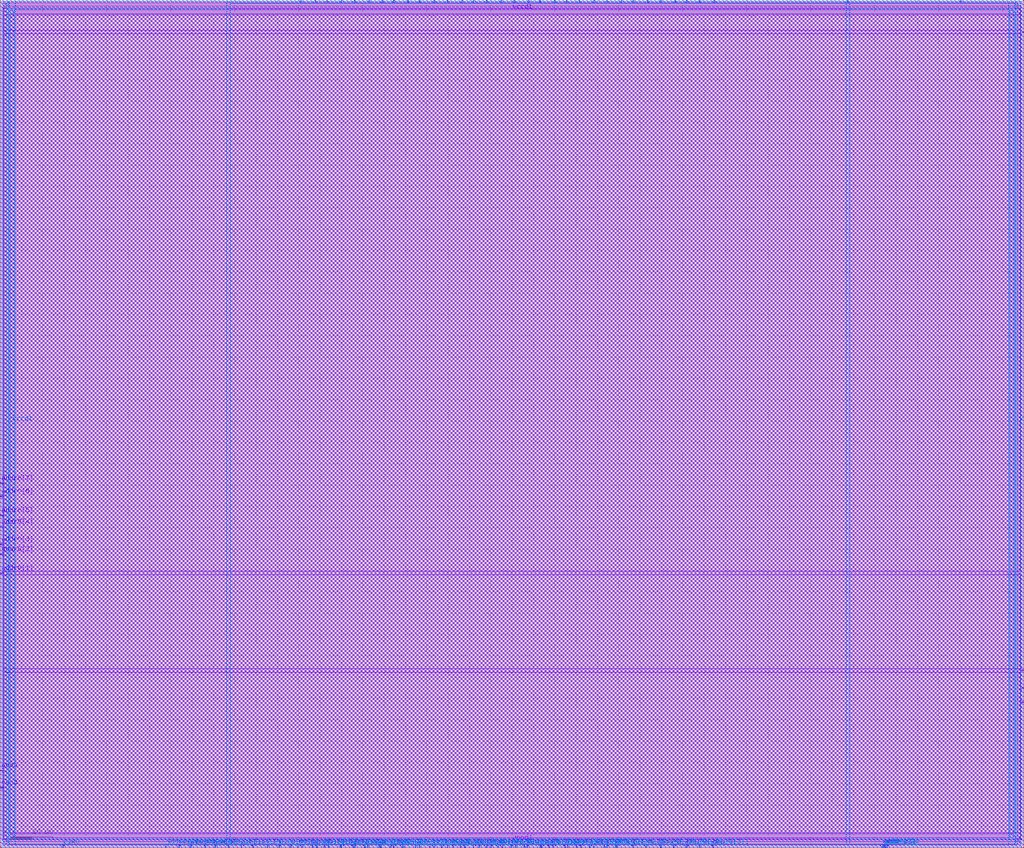
<source format=lef>
# Copyright 2020 The SkyWater PDK Authors
#
# Licensed under the Apache License, Version 2.0 (the "License");
# you may not use this file except in compliance with the License.
# You may obtain a copy of the License at
#
#     https://www.apache.org/licenses/LICENSE-2.0
#
# Unless required by applicable law or agreed to in writing, software
# distributed under the License is distributed on an "AS IS" BASIS,
# WITHOUT WARRANTIES OR CONDITIONS OF ANY KIND, either express or implied.
# See the License for the specific language governing permissions and
# limitations under the License.
#
# SPDX-License-Identifier: Apache-2.0

VERSION 5.7 ;

BUSBITCHARS "[]" ;
DIVIDERCHAR "/" ;

UNITS
  TIME NANOSECONDS 1 ;
  CAPACITANCE PICOFARADS 1 ;
  RESISTANCE OHMS 1 ;
  DATABASE MICRONS 1000 ;
END UNITS

MANUFACTURINGGRID 0.005 ;
USEMINSPACING OBS OFF ;

PROPERTYDEFINITIONS
  LAYER LEF58_TYPE STRING ;
END PROPERTYDEFINITIONS

# High density, single height
SITE unithd
  SYMMETRY Y ;
  CLASS CORE ;
  SIZE 0.46 BY 2.72 ;
END unithd

# High density, double height
SITE unithddbl
  SYMMETRY Y ;
  CLASS CORE ;
  SIZE 0.46 BY 5.44 ;
END unithddbl

LAYER nwell
  TYPE MASTERSLICE ;
  PROPERTY LEF58_TYPE "TYPE NWELL ;" ;
END nwell

LAYER pwell
  TYPE MASTERSLICE ;
  PROPERTY LEF58_TYPE "TYPE PWELL ;" ;
END pwell

LAYER li1
  TYPE ROUTING ;
  DIRECTION VERTICAL ;

  PITCH 0.46 0.34 ;
  OFFSET 0.23 0.17 ;

  WIDTH 0.17 ;          # LI 1
  # SPACING  0.17 ;     # LI 2
  SPACINGTABLE
     PARALLELRUNLENGTH 0
     WIDTH 0 0.17 ;
  AREA 0.0561 ;         # LI 6
  THICKNESS 0.1 ;
  EDGECAPACITANCE 40.697E-6 ;
  CAPACITANCE CPERSQDIST 36.9866E-6 ;
  RESISTANCE RPERSQ 9.2 ;

  ANTENNAMODEL OXIDE1 ;
  ANTENNADIFFSIDEAREARATIO PWL ( ( 0 75 ) ( 0.0125 75 ) ( 0.0225 85.125 ) ( 22.5 10200 ) ) ;
END li1

LAYER mcon
  TYPE CUT ;

  WIDTH 0.17 ;                # Mcon 1
  SPACING 0.19 ;              # Mcon 2
  ENCLOSURE BELOW 0 0 ;       # Mcon 4
  ENCLOSURE ABOVE 0.03 0.06 ; # Met1 4 / Met1 5
  RESISTANCE 1.6 ;

  ANTENNADIFFAREARATIO PWL ( ( 0 3 ) ( 0.0125 3 ) ( 0.0225 3.405 ) ( 22.5 408 ) ) ;
  DCCURRENTDENSITY AVERAGE 0.36 ; # mA per via Iavg_max at Tj = 90oC

END mcon

LAYER met1
  TYPE ROUTING ;
  DIRECTION HORIZONTAL ;

  PITCH 0.34 ;
  OFFSET 0.17 ;

  WIDTH 0.14 ;                     # Met1 1
  # SPACING 0.14 ;                 # Met1 2
  # SPACING 0.28 RANGE 3.001 100 ; # Met1 3b
  SPACINGTABLE
     PARALLELRUNLENGTH 0
     WIDTH 0 0.14
     WIDTH 3 0.28 ;
  AREA 0.083 ;                     # Met1 6
  THICKNESS 0.35 ;
  MINENCLOSEDAREA 0.14 ;

  ANTENNAMODEL OXIDE1 ;
  ANTENNADIFFSIDEAREARATIO PWL ( ( 0 400 ) ( 0.0125 400 ) ( 0.0225 2609 ) ( 22.5 11600 ) ) ;

  EDGECAPACITANCE 40.567E-6 ;
  CAPACITANCE CPERSQDIST 25.7784E-6 ;
  DCCURRENTDENSITY AVERAGE 2.8 ; # mA/um Iavg_max at Tj = 90oC
  ACCURRENTDENSITY RMS 6.1 ; # mA/um Irms_max at Tj = 90oC
  MAXIMUMDENSITY 70 ;
  DENSITYCHECKWINDOW 700 700 ;
  DENSITYCHECKSTEP 70 ;

  RESISTANCE RPERSQ 0.105 ;
END met1

LAYER via
  TYPE CUT ;
  WIDTH 0.15 ;                  # Via 1a
  SPACING 0.17 ;                # Via 2
  ENCLOSURE BELOW 0.055 0.085 ; # Via 4a / Via 5a
  ENCLOSURE ABOVE 0.055 0.085 ; # Met2 4 / Met2 5
  RESISTANCE 4.0 ;

  ANTENNADIFFAREARATIO PWL ( ( 0 6 ) ( 0.0125 6 ) ( 0.0225 6.81 ) ( 22.5 816 ) ) ;
  DCCURRENTDENSITY AVERAGE 0.29 ; # mA per via Iavg_max at Tj = 90oC
END via

LAYER met2
  TYPE ROUTING ;
  DIRECTION VERTICAL ;

  PITCH 0.46 ;
  OFFSET 0.23 ;

  WIDTH 0.14 ;                        # Met2 1
  # SPACING  0.14 ;                   # Met2 2
  # SPACING  0.28 RANGE 3.001 100 ;   # Met2 3b
  SPACINGTABLE
     PARALLELRUNLENGTH 0
     WIDTH 0 0.14
     WIDTH 3 0.28 ;
  AREA 0.0676 ;                       # Met2 6
  THICKNESS 0.35 ;
  MINENCLOSEDAREA 0.14 ;

  EDGECAPACITANCE 32.918E-6 ;
  CAPACITANCE CPERSQDIST 14.7703E-6 ;
  RESISTANCE RPERSQ 0.105 ;
  DCCURRENTDENSITY AVERAGE 2.8 ; # mA/um Iavg_max at Tj = 90oC
  ACCURRENTDENSITY RMS 6.1 ; # mA/um Irms_max at Tj = 90oC

  ANTENNAMODEL OXIDE1 ;
  ANTENNADIFFSIDEAREARATIO PWL ( ( 0 400 ) ( 0.0125 400 ) ( 0.0225 2609 ) ( 22.5 11600 ) ) ;

  MAXIMUMDENSITY 70 ;
  DENSITYCHECKWINDOW 700 700 ;
  DENSITYCHECKSTEP 70 ;
END met2

# ******** Layer via2, type routing, number 44 **************
LAYER via2
  TYPE CUT ;
  WIDTH 0.2 ;                   # Via2 1
  SPACING 0.2 ;                 # Via2 2
  ENCLOSURE BELOW 0.04 0.085 ;  # Via2 4
  ENCLOSURE ABOVE 0.065 0.065 ; # Met3 4
  RESISTANCE 0.5 ;
  ANTENNADIFFAREARATIO PWL ( ( 0 6 ) ( 0.0125 6 ) ( 0.0225 6.81 ) ( 22.5 816 ) ) ;
  DCCURRENTDENSITY AVERAGE 0.48 ; # mA per via Iavg_max at Tj = 90oC
END via2

LAYER met3
  TYPE ROUTING ;
  DIRECTION HORIZONTAL ;

  PITCH 0.68 ;
  OFFSET 0.34 ;

  WIDTH 0.3 ;              # Met3 1
  # SPACING 0.3 ;          # Met3 2
  SPACINGTABLE
     PARALLELRUNLENGTH 0
     WIDTH 0 0.3
     WIDTH 3 0.4 ;
  AREA 0.24 ;              # Met3 6
  THICKNESS 0.8 ;

  EDGECAPACITANCE 37.065E-6 ;
  CAPACITANCE CPERSQDIST 11.1883E-6 ;
  RESISTANCE RPERSQ 0.038 ;
  DCCURRENTDENSITY AVERAGE 6.8 ; # mA/um Iavg_max at Tj = 90oC
  ACCURRENTDENSITY RMS 14.9 ; # mA/um Irms_max at Tj = 90oC

  ANTENNAMODEL OXIDE1 ;
  ANTENNADIFFSIDEAREARATIO PWL ( ( 0 400 ) ( 0.0125 400 ) ( 0.0225 2609 ) ( 22.5 11600 ) ) ;

  MAXIMUMDENSITY 70 ;
  DENSITYCHECKWINDOW 700 700 ;
  DENSITYCHECKSTEP 70 ;
END met3

LAYER via3
  TYPE CUT ;
  WIDTH 0.2 ;                   # Via3 1
  SPACING 0.2 ;                 # Via3 2
  ENCLOSURE BELOW 0.06 0.09 ;   # Via3 4 / Via3 5
  ENCLOSURE ABOVE 0.065 0.065 ; # Met4 3
  RESISTANCE 0.5 ;
  ANTENNADIFFAREARATIO PWL ( ( 0 6 ) ( 0.0125 6 ) ( 0.0225 6.81 ) ( 22.5 816 ) ) ;
  DCCURRENTDENSITY AVERAGE 0.48 ; # mA per via Iavg_max at Tj = 90oC
END via3

LAYER met4
  TYPE ROUTING ;
  DIRECTION VERTICAL ;

  PITCH 0.92 ;
  OFFSET 0.46 ;

  WIDTH 0.3 ;             # Met4 1
  # SPACING  0.3 ;             # Met4 2
  SPACINGTABLE
     PARALLELRUNLENGTH 0
     WIDTH 0 0.3
     WIDTH 3 0.4 ;
  AREA 0.24 ;            # Met4 4a

  THICKNESS 0.8 ;

  EDGECAPACITANCE 34.169E-6 ;
  CAPACITANCE CPERSQDIST 7.84019E-6 ;
  RESISTANCE RPERSQ 0.038 ;
  DCCURRENTDENSITY AVERAGE 6.8 ; # mA/um Iavg_max at Tj = 90oC
  ACCURRENTDENSITY RMS 14.9 ; # mA/um Irms_max at Tj = 90oC

  ANTENNAMODEL OXIDE1 ;
  ANTENNADIFFSIDEAREARATIO PWL ( ( 0 400 ) ( 0.0125 400 ) ( 0.0225 2609 ) ( 22.5 11600 ) ) ;

  MAXIMUMDENSITY 70 ;
  DENSITYCHECKWINDOW 700 700 ;
  DENSITYCHECKSTEP 70 ;
END met4

LAYER via4
  TYPE CUT ;

  WIDTH 0.8 ;                 # Via4 1
  SPACING 0.8 ;               # Via4 2
  ENCLOSURE BELOW 0.19 0.19 ; # Via4 4
  ENCLOSURE ABOVE 0.31 0.31 ; # Met5 3
  RESISTANCE 0.012 ;
  ANTENNADIFFAREARATIO PWL ( ( 0 6 ) ( 0.0125 6 ) ( 0.0225 6.81 ) ( 22.5 816 ) ) ;
  DCCURRENTDENSITY AVERAGE 2.49 ; # mA per via Iavg_max at Tj = 90oC
END via4

LAYER met5
  TYPE ROUTING ;
  DIRECTION HORIZONTAL ;

  PITCH 3.4 ;
  OFFSET 1.7 ;

  WIDTH 1.6 ;            # Met5 1
  #SPACING  1.6 ;        # Met5 2
  SPACINGTABLE
     PARALLELRUNLENGTH 0
     WIDTH 0 1.6 ;
  AREA 4 ;               # Met5 4

  THICKNESS 1.2 ;

  EDGECAPACITANCE 36.828E-6 ;
  CAPACITANCE CPERSQDIST 5.99155E-6 ;
  RESISTANCE RPERSQ 0.0212 ;
  DCCURRENTDENSITY AVERAGE 10.17 ; # mA/um Iavg_max at Tj = 90oC
  ACCURRENTDENSITY RMS 22.34 ; # mA/um Irms_max at Tj = 90oC

  ANTENNAMODEL OXIDE1 ;
  ANTENNADIFFSIDEAREARATIO PWL ( ( 0 400 ) ( 0.0125 400 ) ( 0.0225 2609 ) ( 22.5 11600 ) ) ;
END met5


### Routing via cells section   ###
# Plus via rule, metals are along the prefered direction
VIA L1M1_PR DEFAULT
  LAYER mcon ;
  RECT -0.085 -0.085 0.085 0.085 ;
  LAYER li1 ;
  RECT -0.085 -0.085 0.085 0.085 ;
  LAYER met1 ;
  RECT -0.145 -0.115 0.145 0.115 ;
END L1M1_PR

VIARULE L1M1_PR GENERATE
  LAYER li1 ;
  ENCLOSURE 0 0 ;
  LAYER met1 ;
  ENCLOSURE 0.06 0.03 ;
  LAYER mcon ;
  RECT -0.085 -0.085 0.085 0.085 ;
  SPACING 0.36 BY 0.36 ;
END L1M1_PR

# Plus via rule, metals are along the non prefered direction
VIA L1M1_PR_R DEFAULT
  LAYER mcon ;
  RECT -0.085 -0.085 0.085 0.085 ;
  LAYER li1 ;
  RECT -0.085 -0.085 0.085 0.085 ;
  LAYER met1 ;
  RECT -0.115 -0.145 0.115 0.145 ;
END L1M1_PR_R

VIARULE L1M1_PR_R GENERATE
  LAYER li1 ;
  ENCLOSURE 0 0 ;
  LAYER met1 ;
  ENCLOSURE 0.03 0.06 ;
  LAYER mcon ;
  RECT -0.085 -0.085 0.085 0.085 ;
  SPACING 0.36 BY 0.36 ;
END L1M1_PR_R

# Minus via rule, lower layer metal is along prefered direction
VIA L1M1_PR_M DEFAULT
  LAYER mcon ;
  RECT -0.085 -0.085 0.085 0.085 ;
  LAYER li1 ;
  RECT -0.085 -0.085 0.085 0.085 ;
  LAYER met1 ;
  RECT -0.115 -0.145 0.115 0.145 ;
END L1M1_PR_M

VIARULE L1M1_PR_M GENERATE
  LAYER li1 ;
  ENCLOSURE 0 0 ;
  LAYER met1 ;
  ENCLOSURE 0.03 0.06 ;
  LAYER mcon ;
  RECT -0.085 -0.085 0.085 0.085 ;
  SPACING 0.36 BY 0.36 ;
END L1M1_PR_M

# Minus via rule, upper layer metal is along prefered direction
VIA L1M1_PR_MR DEFAULT
  LAYER mcon ;
  RECT -0.085 -0.085 0.085 0.085 ;
  LAYER li1 ;
  RECT -0.085 -0.085 0.085 0.085 ;
  LAYER met1 ;
  RECT -0.145 -0.115 0.145 0.115 ;
END L1M1_PR_MR

VIARULE L1M1_PR_MR GENERATE
  LAYER li1 ;
  ENCLOSURE 0 0 ;
  LAYER met1 ;
  ENCLOSURE 0.06 0.03 ;
  LAYER mcon ;
  RECT -0.085 -0.085 0.085 0.085 ;
  SPACING 0.36 BY 0.36 ;
END L1M1_PR_MR

# Centered via rule, we really do not want to use it
VIA L1M1_PR_C DEFAULT
  LAYER mcon ;
  RECT -0.085 -0.085 0.085 0.085 ;
  LAYER li1 ;
  RECT -0.085 -0.085 0.085 0.085 ;
  LAYER met1 ;
  RECT -0.145 -0.145 0.145 0.145 ;
END L1M1_PR_C

VIARULE L1M1_PR_C GENERATE
  LAYER li1 ;
  ENCLOSURE 0 0 ;
  LAYER met1 ;
  ENCLOSURE 0.06 0.06 ;
  LAYER mcon ;
  RECT -0.085 -0.085 0.085 0.085 ;
  SPACING 0.36 BY 0.36 ;
END L1M1_PR_C

# Plus via rule, metals are along the prefered direction
VIA M1M2_PR DEFAULT
  LAYER via ;
  RECT -0.075 -0.075 0.075 0.075 ;
  LAYER met1 ;
  RECT -0.16 -0.13 0.16 0.13 ;
  LAYER met2 ;
  RECT -0.13 -0.16 0.13 0.16 ;
END M1M2_PR

VIARULE M1M2_PR GENERATE
  LAYER met1 ;
  ENCLOSURE 0.085 0.055 ;
  LAYER met2 ;
  ENCLOSURE 0.055 0.085 ;
  LAYER via ;
  RECT -0.075 -0.075 0.075 0.075 ;
  SPACING 0.32 BY 0.32 ;
END M1M2_PR

# Plus via rule, metals are along the non prefered direction
VIA M1M2_PR_R DEFAULT
  LAYER via ;
  RECT -0.075 -0.075 0.075 0.075 ;
  LAYER met1 ;
  RECT -0.13 -0.16 0.13 0.16 ;
  LAYER met2 ;
  RECT -0.16 -0.13 0.16 0.13 ;
END M1M2_PR_R

VIARULE M1M2_PR_R GENERATE
  LAYER met1 ;
  ENCLOSURE 0.055 0.085 ;
  LAYER met2 ;
  ENCLOSURE 0.085 0.055 ;
  LAYER via ;
  RECT -0.075 -0.075 0.075 0.075 ;
  SPACING 0.32 BY 0.32 ;
END M1M2_PR_R

# Minus via rule, lower layer metal is along prefered direction
VIA M1M2_PR_M DEFAULT
  LAYER via ;
  RECT -0.075 -0.075 0.075 0.075 ;
  LAYER met1 ;
  RECT -0.16 -0.13 0.16 0.13 ;
  LAYER met2 ;
  RECT -0.16 -0.13 0.16 0.13 ;
END M1M2_PR_M

VIARULE M1M2_PR_M GENERATE
  LAYER met1 ;
  ENCLOSURE 0.085 0.055 ;
  LAYER met2 ;
  ENCLOSURE 0.085 0.055 ;
  LAYER via ;
  RECT -0.075 -0.075 0.075 0.075 ;
  SPACING 0.32 BY 0.32 ;
END M1M2_PR_M

# Minus via rule, upper layer metal is along prefered direction
VIA M1M2_PR_MR DEFAULT
  LAYER via ;
  RECT -0.075 -0.075 0.075 0.075 ;
  LAYER met1 ;
  RECT -0.13 -0.16 0.13 0.16 ;
  LAYER met2 ;
  RECT -0.13 -0.16 0.13 0.16 ;
END M1M2_PR_MR

VIARULE M1M2_PR_MR GENERATE
  LAYER met1 ;
  ENCLOSURE 0.055 0.085 ;
  LAYER met2 ;
  ENCLOSURE 0.055 0.085 ;
  LAYER via ;
  RECT -0.075 -0.075 0.075 0.075 ;
  SPACING 0.32 BY 0.32 ;
END M1M2_PR_MR

# Centered via rule, we really do not want to use it
VIA M1M2_PR_C DEFAULT
  LAYER via ;
  RECT -0.075 -0.075 0.075 0.075 ;
  LAYER met1 ;
  RECT -0.16 -0.16 0.16 0.16 ;
  LAYER met2 ;
  RECT -0.16 -0.16 0.16 0.16 ;
END M1M2_PR_C

VIARULE M1M2_PR_C GENERATE
  LAYER met1 ;
  ENCLOSURE 0.085 0.085 ;
  LAYER met2 ;
  ENCLOSURE 0.085 0.085 ;
  LAYER via ;
  RECT -0.075 -0.075 0.075 0.075 ;
  SPACING 0.32 BY 0.32 ;
END M1M2_PR_C

# Plus via rule, metals are along the prefered direction
VIA M2M3_PR DEFAULT
  LAYER via2 ;
  RECT -0.1 -0.1 0.1 0.1 ;
  LAYER met2 ;
  RECT -0.14 -0.185 0.14 0.185 ;
  LAYER met3 ;
  RECT -0.165 -0.165 0.165 0.165 ;
END M2M3_PR

VIARULE M2M3_PR GENERATE
  LAYER met2 ;
  ENCLOSURE 0.04 0.085 ;
  LAYER met3 ;
  ENCLOSURE 0.065 0.065 ;
  LAYER via2 ;
  RECT -0.1 -0.1 0.1 0.1 ;
  SPACING 0.4 BY 0.4 ;
END M2M3_PR

# Plus via rule, metals are along the non prefered direction
VIA M2M3_PR_R DEFAULT
  LAYER via2 ;
  RECT -0.1 -0.1 0.1 0.1 ;
  LAYER met2 ;
  RECT -0.185 -0.14 0.185 0.14 ;
  LAYER met3 ;
  RECT -0.165 -0.165 0.165 0.165 ;
END M2M3_PR_R

VIARULE M2M3_PR_R GENERATE
  LAYER met2 ;
  ENCLOSURE 0.085 0.04 ;
  LAYER met3 ;
  ENCLOSURE 0.065 0.065 ;
  LAYER via2 ;
  RECT -0.1 -0.1 0.1 0.1 ;
  SPACING 0.4 BY 0.4 ;
END M2M3_PR_R

# Minus via rule, lower layer metal is along prefered direction
VIA M2M3_PR_M DEFAULT
  LAYER via2 ;
  RECT -0.1 -0.1 0.1 0.1 ;
  LAYER met2 ;
  RECT -0.14 -0.185 0.14 0.185 ;
  LAYER met3 ;
  RECT -0.165 -0.165 0.165 0.165 ;
END M2M3_PR_M

VIARULE M2M3_PR_M GENERATE
  LAYER met2 ;
  ENCLOSURE 0.04 0.085 ;
  LAYER met3 ;
  ENCLOSURE 0.065 0.065 ;
  LAYER via2 ;
  RECT -0.1 -0.1 0.1 0.1 ;
  SPACING 0.4 BY 0.4 ;
END M2M3_PR_M

# Minus via rule, upper layer metal is along prefered direction
VIA M2M3_PR_MR DEFAULT
  LAYER via2 ;
  RECT -0.1 -0.1 0.1 0.1 ;
  LAYER met2 ;
  RECT -0.185 -0.14 0.185 0.14 ;
  LAYER met3 ;
  RECT -0.165 -0.165 0.165 0.165 ;
END M2M3_PR_MR

VIARULE M2M3_PR_MR GENERATE
  LAYER met2 ;
  ENCLOSURE 0.085 0.04 ;
  LAYER met3 ;
  ENCLOSURE 0.065 0.065 ;
  LAYER via2 ;
  RECT -0.1 -0.1 0.1 0.1 ;
  SPACING 0.4 BY 0.4 ;
END M2M3_PR_MR

# Centered via rule, we really do not want to use it
VIA M2M3_PR_C DEFAULT
  LAYER via2 ;
  RECT -0.1 -0.1 0.1 0.1 ;
  LAYER met2 ;
  RECT -0.185 -0.185 0.185 0.185 ;
  LAYER met3 ;
  RECT -0.165 -0.165 0.165 0.165 ;
END M2M3_PR_C

VIARULE M2M3_PR_C GENERATE
  LAYER met2 ;
  ENCLOSURE 0.085 0.085 ;
  LAYER met3 ;
  ENCLOSURE 0.065 0.065 ;
  LAYER via2 ;
  RECT -0.1 -0.1 0.1 0.1 ;
  SPACING 0.4 BY 0.4 ;
END M2M3_PR_C

# Plus via rule, metals are along the prefered direction
VIA M3M4_PR DEFAULT
  LAYER via3 ;
  RECT -0.1 -0.1 0.1 0.1 ;
  LAYER met3 ;
  RECT -0.19 -0.16 0.19 0.16 ;
  LAYER met4 ;
  RECT -0.165 -0.165 0.165 0.165 ;
END M3M4_PR

VIARULE M3M4_PR GENERATE
  LAYER met3 ;
  ENCLOSURE 0.09 0.06 ;
  LAYER met4 ;
  ENCLOSURE 0.065 0.065 ;
  LAYER via3 ;
  RECT -0.1 -0.1 0.1 0.1 ;
  SPACING 0.4 BY 0.4 ;
END M3M4_PR

# Plus via rule, metals are along the non prefered direction
VIA M3M4_PR_R DEFAULT
  LAYER via3 ;
  RECT -0.1 -0.1 0.1 0.1 ;
  LAYER met3 ;
  RECT -0.16 -0.19 0.16 0.19 ;
  LAYER met4 ;
  RECT -0.165 -0.165 0.165 0.165 ;
END M3M4_PR_R

VIARULE M3M4_PR_R GENERATE
  LAYER met3 ;
  ENCLOSURE 0.06 0.09 ;
  LAYER met4 ;
  ENCLOSURE 0.065 0.065 ;
  LAYER via3 ;
  RECT -0.1 -0.1 0.1 0.1 ;
  SPACING 0.4 BY 0.4 ;
END M3M4_PR_R

# Minus via rule, lower layer metal is along prefered direction
VIA M3M4_PR_M DEFAULT
  LAYER via3 ;
  RECT -0.1 -0.1 0.1 0.1 ;
  LAYER met3 ;
  RECT -0.19 -0.16 0.19 0.16 ;
  LAYER met4 ;
  RECT -0.165 -0.165 0.165 0.165 ;
END M3M4_PR_M

VIARULE M3M4_PR_M GENERATE
  LAYER met3 ;
  ENCLOSURE 0.09 0.06 ;
  LAYER met4 ;
  ENCLOSURE 0.065 0.065 ;
  LAYER via3 ;
  RECT -0.1 -0.1 0.1 0.1 ;
  SPACING 0.4 BY 0.4 ;
END M3M4_PR_M

# Minus via rule, upper layer metal is along prefered direction
VIA M3M4_PR_MR DEFAULT
  LAYER via3 ;
  RECT -0.1 -0.1 0.1 0.1 ;
  LAYER met3 ;
  RECT -0.16 -0.19 0.16 0.19 ;
  LAYER met4 ;
  RECT -0.165 -0.165 0.165 0.165 ;
END M3M4_PR_MR

VIARULE M3M4_PR_MR GENERATE
  LAYER met3 ;
  ENCLOSURE 0.06 0.09 ;
  LAYER met4 ;
  ENCLOSURE 0.065 0.065 ;
  LAYER via3 ;
  RECT -0.1 -0.1 0.1 0.1 ;
  SPACING 0.4 BY 0.4 ;
END M3M4_PR_MR

# Centered via rule, we really do not want to use it
VIA M3M4_PR_C DEFAULT
  LAYER via3 ;
  RECT -0.1 -0.1 0.1 0.1 ;
  LAYER met3 ;
  RECT -0.19 -0.19 0.19 0.19 ;
  LAYER met4 ;
  RECT -0.165 -0.165 0.165 0.165 ;
END M3M4_PR_C

VIARULE M3M4_PR_C GENERATE
  LAYER met3 ;
  ENCLOSURE 0.09 0.09 ;
  LAYER met4 ;
  ENCLOSURE 0.065 0.065 ;
  LAYER via3 ;
  RECT -0.1 -0.1 0.1 0.1 ;
  SPACING 0.4 BY 0.4 ;
END M3M4_PR_C

# Plus via rule, metals are along the prefered direction
VIA M4M5_PR DEFAULT
  LAYER via4 ;
  RECT -0.4 -0.4 0.4 0.4 ;
  LAYER met4 ;
  RECT -0.59 -0.59 0.59 0.59 ;
  LAYER met5 ;
  RECT -0.71 -0.71 0.71 0.71 ;
END M4M5_PR

VIARULE M4M5_PR GENERATE
  LAYER met4 ;
  ENCLOSURE 0.19 0.19 ;
  LAYER met5 ;
  ENCLOSURE 0.31 0.31 ;
  LAYER via4 ;
  RECT -0.4 -0.4 0.4 0.4 ;
  SPACING 1.6 BY 1.6 ;
END M4M5_PR

# Plus via rule, metals are along the non prefered direction
VIA M4M5_PR_R DEFAULT
  LAYER via4 ;
  RECT -0.4 -0.4 0.4 0.4 ;
  LAYER met4 ;
  RECT -0.59 -0.59 0.59 0.59 ;
  LAYER met5 ;
  RECT -0.71 -0.71 0.71 0.71 ;
END M4M5_PR_R

VIARULE M4M5_PR_R GENERATE
  LAYER met4 ;
  ENCLOSURE 0.19 0.19 ;
  LAYER met5 ;
  ENCLOSURE 0.31 0.31 ;
  LAYER via4 ;
  RECT -0.4 -0.4 0.4 0.4 ;
  SPACING 1.6 BY 1.6 ;
END M4M5_PR_R

# Minus via rule, lower layer metal is along prefered direction
VIA M4M5_PR_M DEFAULT
  LAYER via4 ;
  RECT -0.4 -0.4 0.4 0.4 ;
  LAYER met4 ;
  RECT -0.59 -0.59 0.59 0.59 ;
  LAYER met5 ;
  RECT -0.71 -0.71 0.71 0.71 ;
END M4M5_PR_M

VIARULE M4M5_PR_M GENERATE
  LAYER met4 ;
  ENCLOSURE 0.19 0.19 ;
  LAYER met5 ;
  ENCLOSURE 0.31 0.31 ;
  LAYER via4 ;
  RECT -0.4 -0.4 0.4 0.4 ;
  SPACING 1.6 BY 1.6 ;
END M4M5_PR_M

# Minus via rule, upper layer metal is along prefered direction
VIA M4M5_PR_MR DEFAULT
  LAYER via4 ;
  RECT -0.4 -0.4 0.4 0.4 ;
  LAYER met4 ;
  RECT -0.59 -0.59 0.59 0.59 ;
  LAYER met5 ;
  RECT -0.71 -0.71 0.71 0.71 ;
END M4M5_PR_MR

VIARULE M4M5_PR_MR GENERATE
  LAYER met4 ;
  ENCLOSURE 0.19 0.19 ;
  LAYER met5 ;
  ENCLOSURE 0.31 0.31 ;
  LAYER via4 ;
  RECT -0.4 -0.4 0.4 0.4 ;
  SPACING 1.6 BY 1.6 ;
END M4M5_PR_MR

# Centered via rule, we really do not want to use it
VIA M4M5_PR_C DEFAULT
  LAYER via4 ;
  RECT -0.4 -0.4 0.4 0.4 ;
  LAYER met4 ;
  RECT -0.59 -0.59 0.59 0.59 ;
  LAYER met5 ;
  RECT -0.71 -0.71 0.71 0.71 ;
END M4M5_PR_C

VIARULE M4M5_PR_C GENERATE
  LAYER met4 ;
  ENCLOSURE 0.19 0.19 ;
  LAYER met5 ;
  ENCLOSURE 0.31 0.31 ;
  LAYER via4 ;
  RECT -0.4 -0.4 0.4 0.4 ;
  SPACING 1.6 BY 1.6 ;
END M4M5_PR_C
###  end of single via cells   ###


MACRO sky130_ef_sc_hd__decap_12
  CLASS CORE SPACER ;
  FOREIGN sky130_ef_sc_hd__decap_12 ;
  ORIGIN 0.000 0.000 ;
  SIZE 5.520 BY 2.720 ;
  PIN VGND
    DIRECTION INPUT ;
    USE GROUND ;
    PORT
      LAYER li1 ;
        RECT 1.670 0.630 2.010 1.460 ;
        RECT 0.085 0.085 5.430 0.630 ;
        RECT 0.000 -0.085 5.520 0.085 ;
      LAYER mcon ;
        RECT 0.605 -0.085 0.775 0.085 ;
        RECT 1.065 -0.085 1.235 0.085 ;
        RECT 1.525 -0.085 1.695 0.085 ;
        RECT 1.985 -0.085 2.155 0.085 ;
        RECT 2.445 -0.085 2.615 0.085 ;
        RECT 2.905 -0.085 3.075 0.085 ;
        RECT 3.365 -0.085 3.535 0.085 ;
        RECT 3.825 -0.085 3.995 0.085 ;
        RECT 4.285 -0.085 4.455 0.085 ;
        RECT 4.745 -0.085 4.915 0.085 ;
        RECT 5.205 -0.085 5.375 0.085 ;
      LAYER met1 ;
        RECT 0.000 -0.240 5.520 0.240 ;
    END
  END VGND
  PIN VNB
    DIRECTION INPUT ;
    USE GROUND ;
    PORT
      LAYER pwell ;
        RECT 0.080 -0.130 0.360 0.150 ;
    END
  END VNB
  PIN VPB
    DIRECTION INPUT ;
    USE POWER ;
    PORT
      LAYER nwell ;
        RECT -0.190 1.305 5.710 2.910 ;
    END
  END VPB
  PIN VPWR
    DIRECTION INPUT ;
    USE POWER ;
    PORT
      LAYER li1 ;
        RECT 0.000 2.635 5.520 2.805 ;
        RECT 0.085 2.200 5.430 2.635 ;
        RECT 3.490 0.950 3.840 2.200 ;
      LAYER mcon ;
        RECT 0.605 2.635 0.775 2.805 ;
        RECT 1.065 2.635 1.235 2.805 ;
        RECT 1.525 2.635 1.695 2.805 ;
        RECT 1.985 2.635 2.155 2.805 ;
        RECT 2.445 2.635 2.615 2.805 ;
        RECT 2.905 2.635 3.075 2.805 ;
        RECT 3.365 2.635 3.535 2.805 ;
        RECT 3.825 2.635 3.995 2.805 ;
        RECT 4.285 2.635 4.455 2.805 ;
        RECT 4.745 2.635 4.915 2.805 ;
        RECT 5.205 2.635 5.375 2.805 ;
      LAYER met1 ;
        RECT 0.000 2.480 5.520 2.960 ;
    END
  END VPWR
END sky130_ef_sc_hd__decap_12
MACRO sky130_ef_sc_hd__fakediode_2
  CLASS CORE SPACER ;
  FOREIGN sky130_ef_sc_hd__fakediode_2 ;
  ORIGIN  0.000000  0.000000 ;
  SIZE  0.920000 BY  2.720000 ;
  SYMMETRY X Y R90 ;
  SITE unithd ;
  PIN DIODE
    DIRECTION INPUT ;
    USE SIGNAL ;
    PORT
      LAYER li1 ;
        RECT 0.085000 0.255000 0.835000 2.465000 ;
    END
  END DIODE
  PIN VGND
    DIRECTION INOUT ;
    SHAPE ABUTMENT ;
    USE GROUND ;
    PORT
      LAYER met1 ;
        RECT 0.000000 -0.240000 0.920000 0.240000 ;
    END
  END VGND
  PIN VNB
    DIRECTION INOUT ;
    USE GROUND ;
    PORT
      LAYER pwell ;
        RECT 0.145000 -0.085000 0.315000 0.085000 ;
    END
  END VNB
  PIN VPB
    DIRECTION INOUT ;
    USE POWER ;
    PORT
      LAYER nwell ;
        RECT -0.190000 1.305000 1.110000 2.910000 ;
    END
  END VPB
  PIN VPWR
    DIRECTION INOUT ;
    SHAPE ABUTMENT ;
    USE POWER ;
    PORT
      LAYER met1 ;
        RECT 0.000000 2.480000 0.920000 2.960000 ;
    END
  END VPWR
  OBS
    LAYER li1 ;
      RECT 0.000000 -0.085000 0.920000 0.085000 ;
      RECT 0.000000  2.635000 0.920000 2.805000 ;
    LAYER mcon ;
      RECT 0.145000 -0.085000 0.315000 0.085000 ;
      RECT 0.145000  2.635000 0.315000 2.805000 ;
      RECT 0.605000 -0.085000 0.775000 0.085000 ;
      RECT 0.605000  2.635000 0.775000 2.805000 ;
  END
END sky130_ef_sc_hd__fakediode_2
MACRO sky130_ef_sc_hd__fill_8
  CLASS CORE SPACER ;
  SOURCE USER ;
  ORIGIN  0.000000  0.000000 ;
  SIZE  3.680000 BY  2.720000 ;
  SYMMETRY X Y R90 ;
  SITE unithd ;
  PIN VGND
    DIRECTION INOUT ;
    SHAPE ABUTMENT ;
    USE GROUND ;
    PORT
      LAYER li1 ;
        RECT 0.000000 -0.085000 3.680000 0.085000 ;
    END
    PORT
      LAYER met1 ;
        RECT 0.000000 -0.240000 3.680000 0.240000 ;
    END
  END VGND
  PIN VPWR
    DIRECTION INOUT ;
    SHAPE ABUTMENT ;
    USE POWER ;
    PORT
      LAYER li1 ;
        RECT 0.000000 2.635000 3.680000 2.805000 ;
    END
    PORT
      LAYER met1 ;
        RECT 0.000000 2.480000 3.680000 2.960000 ;
    END
  END VPWR
  OBS
  END
END sky130_ef_sc_hd__fill_8
MACRO sky130_ef_sc_hd__fill_12
  CLASS CORE SPACER ;
  FOREIGN sky130_ef_sc_hd__fill_12 ;
  ORIGIN 0.000 0.000 ;
  SIZE 5.520 BY 2.720 ;
  SYMMETRY X Y R90 ;
  SITE unithd ;
  OBS
      LAYER nwell ;
        RECT -0.190 1.305 5.710 2.910 ;
      LAYER pwell ;
        RECT 0.145 -0.085 0.315 0.085 ;
        RECT 2.935 -0.060 3.045 0.060 ;
        RECT 4.755 -0.050 4.915 0.060 ;
      LAYER li1 ;
        RECT 0.000 2.635 5.520 2.805 ;
        RECT 0.085 1.545 2.675 2.635 ;
        RECT 0.085 0.855 1.295 1.375 ;
        RECT 1.465 1.025 2.675 1.545 ;
        RECT 0.085 0.085 2.675 0.855 ;
        RECT 0.000 -0.085 5.520 0.085 ;
      LAYER mcon ;
        RECT 0.145 2.635 0.315 2.805 ;
        RECT 0.605 2.635 0.775 2.805 ;
        RECT 1.065 2.635 1.235 2.805 ;
        RECT 1.525 2.635 1.695 2.805 ;
        RECT 1.985 2.635 2.155 2.805 ;
        RECT 2.445 2.635 2.615 2.805 ;
        RECT 2.905 2.635 3.075 2.805 ;
        RECT 3.365 2.635 3.535 2.805 ;
        RECT 3.825 2.635 3.995 2.805 ;
        RECT 4.285 2.635 4.455 2.805 ;
        RECT 4.745 2.635 4.915 2.805 ;
        RECT 5.205 2.635 5.375 2.805 ;
        RECT 0.145 -0.085 0.315 0.085 ;
        RECT 0.605 -0.085 0.775 0.085 ;
        RECT 1.065 -0.085 1.235 0.085 ;
        RECT 1.525 -0.085 1.695 0.085 ;
        RECT 1.985 -0.085 2.155 0.085 ;
        RECT 2.445 -0.085 2.615 0.085 ;
        RECT 2.905 -0.085 3.075 0.085 ;
        RECT 3.365 -0.085 3.535 0.085 ;
        RECT 3.825 -0.085 3.995 0.085 ;
        RECT 4.285 -0.085 4.455 0.085 ;
        RECT 4.745 -0.085 4.915 0.085 ;
        RECT 5.205 -0.085 5.375 0.085 ;
      LAYER met1 ;
        RECT 0.000 2.480 5.520 2.960 ;
        RECT 0.000 -0.240 5.520 0.240 ;
  END
END sky130_ef_sc_hd__fill_12
MACRO sky130_fd_sc_hd__a2bb2o_1
  CLASS CORE ;
  FOREIGN sky130_fd_sc_hd__a2bb2o_1 ;
  ORIGIN 0.000 0.000 ;
  SIZE 3.680 BY 2.720 ;
  SYMMETRY X Y R90 ;
  SITE unithd ;
  PIN A1_N
    DIRECTION INPUT ;
    USE SIGNAL ;
    ANTENNAGATEAREA 0.126000 ;
    PORT
      LAYER li1 ;
        RECT 0.910 0.995 1.240 1.615 ;
    END
  END A1_N
  PIN A2_N
    DIRECTION INPUT ;
    USE SIGNAL ;
    ANTENNAGATEAREA 0.126000 ;
    PORT
      LAYER li1 ;
        RECT 1.410 0.995 1.700 1.375 ;
    END
  END A2_N
  PIN B1
    DIRECTION INPUT ;
    USE SIGNAL ;
    ANTENNAGATEAREA 0.126000 ;
    PORT
      LAYER li1 ;
        RECT 3.280 0.765 3.540 1.655 ;
    END
  END B1
  PIN B2
    DIRECTION INPUT ;
    USE SIGNAL ;
    ANTENNAGATEAREA 0.126000 ;
    PORT
      LAYER li1 ;
        RECT 2.600 1.355 3.080 1.655 ;
        RECT 2.820 0.765 3.080 1.355 ;
    END
  END B2
  PIN VGND
    DIRECTION INOUT ;
    USE GROUND ;
    SHAPE ABUTMENT ;
    PORT
      LAYER met1 ;
        RECT 0.000 -0.240 3.680 0.240 ;
    END
  END VGND
  PIN VNB
    DIRECTION INOUT ;
    USE GROUND ;
    PORT
      LAYER pwell ;
        RECT 0.005 0.785 0.925 1.015 ;
        RECT 0.005 0.105 3.590 0.785 ;
        RECT 0.150 -0.085 0.320 0.105 ;
    END
  END VNB
  PIN VPB
    DIRECTION INOUT ;
    USE POWER ;
    PORT
      LAYER nwell ;
        RECT -0.190 1.305 3.870 2.910 ;
    END
  END VPB
  PIN VPWR
    DIRECTION INOUT ;
    USE POWER ;
    SHAPE ABUTMENT ;
    PORT
      LAYER met1 ;
        RECT 0.000 2.480 3.680 2.960 ;
    END
  END VPWR
  PIN X
    DIRECTION OUTPUT ;
    USE SIGNAL ;
    ANTENNADIFFAREA 0.429000 ;
    PORT
      LAYER li1 ;
        RECT 0.085 1.525 0.345 2.465 ;
        RECT 0.085 0.810 0.260 1.525 ;
        RECT 0.085 0.255 0.345 0.810 ;
    END
  END X
  OBS
      LAYER li1 ;
        RECT 0.000 2.635 3.680 2.805 ;
        RECT 0.515 2.235 0.845 2.635 ;
        RECT 1.990 2.370 2.245 2.465 ;
        RECT 1.105 2.200 2.245 2.370 ;
        RECT 2.415 2.255 2.745 2.425 ;
        RECT 1.105 1.975 1.275 2.200 ;
        RECT 0.515 1.805 1.275 1.975 ;
        RECT 1.990 2.065 2.245 2.200 ;
        RECT 0.515 1.325 0.685 1.805 ;
        RECT 1.540 1.715 1.710 1.905 ;
        RECT 1.990 1.895 2.400 2.065 ;
        RECT 1.540 1.545 2.060 1.715 ;
        RECT 0.430 0.995 0.685 1.325 ;
        RECT 1.890 0.825 2.060 1.545 ;
        RECT 1.180 0.655 2.060 0.825 ;
        RECT 2.230 0.870 2.400 1.895 ;
        RECT 2.575 2.005 2.745 2.255 ;
        RECT 2.915 2.175 3.165 2.635 ;
        RECT 3.335 2.005 3.515 2.465 ;
        RECT 2.575 1.835 3.515 2.005 ;
        RECT 2.230 0.700 2.580 0.870 ;
        RECT 0.515 0.085 0.945 0.530 ;
        RECT 1.180 0.255 1.350 0.655 ;
        RECT 1.520 0.085 2.240 0.485 ;
        RECT 2.410 0.255 2.580 0.700 ;
        RECT 3.155 0.085 3.555 0.595 ;
        RECT 0.000 -0.085 3.680 0.085 ;
      LAYER mcon ;
        RECT 0.145 2.635 0.315 2.805 ;
        RECT 0.605 2.635 0.775 2.805 ;
        RECT 1.065 2.635 1.235 2.805 ;
        RECT 1.525 2.635 1.695 2.805 ;
        RECT 1.985 2.635 2.155 2.805 ;
        RECT 2.445 2.635 2.615 2.805 ;
        RECT 2.905 2.635 3.075 2.805 ;
        RECT 3.365 2.635 3.535 2.805 ;
        RECT 0.145 -0.085 0.315 0.085 ;
        RECT 0.605 -0.085 0.775 0.085 ;
        RECT 1.065 -0.085 1.235 0.085 ;
        RECT 1.525 -0.085 1.695 0.085 ;
        RECT 1.985 -0.085 2.155 0.085 ;
        RECT 2.445 -0.085 2.615 0.085 ;
        RECT 2.905 -0.085 3.075 0.085 ;
        RECT 3.365 -0.085 3.535 0.085 ;
  END
END sky130_fd_sc_hd__a2bb2o_1
MACRO sky130_fd_sc_hd__a2bb2o_2
  CLASS CORE ;
  FOREIGN sky130_fd_sc_hd__a2bb2o_2 ;
  ORIGIN 0.000 0.000 ;
  SIZE 4.140 BY 2.720 ;
  SYMMETRY X Y R90 ;
  SITE unithd ;
  PIN A1_N
    DIRECTION INPUT ;
    USE SIGNAL ;
    ANTENNAGATEAREA 0.159000 ;
    PORT
      LAYER li1 ;
        RECT 1.345 0.995 1.675 1.615 ;
    END
  END A1_N
  PIN A2_N
    DIRECTION INPUT ;
    USE SIGNAL ;
    ANTENNAGATEAREA 0.159000 ;
    PORT
      LAYER li1 ;
        RECT 1.845 0.995 2.135 1.375 ;
    END
  END A2_N
  PIN B1
    DIRECTION INPUT ;
    USE SIGNAL ;
    ANTENNAGATEAREA 0.159000 ;
    PORT
      LAYER li1 ;
        RECT 3.730 0.765 3.990 1.655 ;
    END
  END B1
  PIN B2
    DIRECTION INPUT ;
    USE SIGNAL ;
    ANTENNAGATEAREA 0.159000 ;
    PORT
      LAYER li1 ;
        RECT 3.050 1.355 3.530 1.655 ;
        RECT 3.270 0.765 3.530 1.355 ;
    END
  END B2
  PIN VGND
    DIRECTION INOUT ;
    USE GROUND ;
    SHAPE ABUTMENT ;
    PORT
      LAYER met1 ;
        RECT 0.000 -0.240 4.140 0.240 ;
    END
  END VGND
  PIN VNB
    DIRECTION INOUT ;
    USE GROUND ;
    PORT
      LAYER pwell ;
        RECT 0.015 0.785 1.360 1.015 ;
        RECT 0.015 0.105 4.040 0.785 ;
        RECT 0.125 -0.085 0.295 0.105 ;
    END
  END VNB
  PIN VPB
    DIRECTION INOUT ;
    USE POWER ;
    PORT
      LAYER nwell ;
        RECT -0.190 1.305 4.330 2.910 ;
    END
  END VPB
  PIN VPWR
    DIRECTION INOUT ;
    USE POWER ;
    SHAPE ABUTMENT ;
    PORT
      LAYER met1 ;
        RECT 0.000 2.480 4.140 2.960 ;
    END
  END VPWR
  PIN X
    DIRECTION OUTPUT ;
    USE SIGNAL ;
    ANTENNADIFFAREA 0.445500 ;
    PORT
      LAYER li1 ;
        RECT 0.525 1.525 0.780 2.465 ;
        RECT 0.525 0.810 0.695 1.525 ;
        RECT 0.525 0.255 0.780 0.810 ;
    END
  END X
  OBS
      LAYER li1 ;
        RECT 0.000 2.635 4.140 2.805 ;
        RECT 0.185 1.445 0.355 2.635 ;
        RECT 0.950 2.235 1.280 2.635 ;
        RECT 2.500 2.370 2.670 2.465 ;
        RECT 1.540 2.200 2.670 2.370 ;
        RECT 2.875 2.255 3.205 2.425 ;
        RECT 1.540 1.975 1.710 2.200 ;
        RECT 0.950 1.805 1.710 1.975 ;
        RECT 2.440 2.065 2.670 2.200 ;
        RECT 0.950 1.325 1.120 1.805 ;
        RECT 1.975 1.715 2.145 1.905 ;
        RECT 2.440 1.895 2.850 2.065 ;
        RECT 1.975 1.545 2.510 1.715 ;
        RECT 0.865 0.995 1.120 1.325 ;
        RECT 0.185 0.085 0.355 0.930 ;
        RECT 2.340 0.825 2.510 1.545 ;
        RECT 1.615 0.655 2.510 0.825 ;
        RECT 2.680 0.870 2.850 1.895 ;
        RECT 3.035 2.005 3.205 2.255 ;
        RECT 3.375 2.175 3.625 2.635 ;
        RECT 3.795 2.005 3.965 2.465 ;
        RECT 3.035 1.835 3.965 2.005 ;
        RECT 2.680 0.700 3.030 0.870 ;
        RECT 0.950 0.085 1.380 0.530 ;
        RECT 1.615 0.255 1.785 0.655 ;
        RECT 1.955 0.085 2.690 0.485 ;
        RECT 2.860 0.255 3.030 0.700 ;
        RECT 3.605 0.085 4.005 0.595 ;
        RECT 0.000 -0.085 4.140 0.085 ;
      LAYER mcon ;
        RECT 0.145 2.635 0.315 2.805 ;
        RECT 0.605 2.635 0.775 2.805 ;
        RECT 1.065 2.635 1.235 2.805 ;
        RECT 1.525 2.635 1.695 2.805 ;
        RECT 1.985 2.635 2.155 2.805 ;
        RECT 2.445 2.635 2.615 2.805 ;
        RECT 2.905 2.635 3.075 2.805 ;
        RECT 3.365 2.635 3.535 2.805 ;
        RECT 3.825 2.635 3.995 2.805 ;
        RECT 0.145 -0.085 0.315 0.085 ;
        RECT 0.605 -0.085 0.775 0.085 ;
        RECT 1.065 -0.085 1.235 0.085 ;
        RECT 1.525 -0.085 1.695 0.085 ;
        RECT 1.985 -0.085 2.155 0.085 ;
        RECT 2.445 -0.085 2.615 0.085 ;
        RECT 2.905 -0.085 3.075 0.085 ;
        RECT 3.365 -0.085 3.535 0.085 ;
        RECT 3.825 -0.085 3.995 0.085 ;
  END
END sky130_fd_sc_hd__a2bb2o_2
MACRO sky130_fd_sc_hd__a2bb2o_4
  CLASS CORE ;
  FOREIGN sky130_fd_sc_hd__a2bb2o_4 ;
  ORIGIN 0.000 0.000 ;
  SIZE 7.360 BY 2.720 ;
  SYMMETRY X Y R90 ;
  SITE unithd ;
  PIN A1_N
    DIRECTION INPUT ;
    USE SIGNAL ;
    ANTENNAGATEAREA 0.495000 ;
    PORT
      LAYER li1 ;
        RECT 3.475 1.445 4.965 1.615 ;
        RECT 3.475 1.325 3.645 1.445 ;
        RECT 3.315 1.075 3.645 1.325 ;
        RECT 4.605 1.075 4.965 1.445 ;
    END
  END A1_N
  PIN A2_N
    DIRECTION INPUT ;
    USE SIGNAL ;
    ANTENNAGATEAREA 0.495000 ;
    PORT
      LAYER li1 ;
        RECT 3.815 1.075 4.435 1.275 ;
    END
  END A2_N
  PIN B1
    DIRECTION INPUT ;
    USE SIGNAL ;
    ANTENNAGATEAREA 0.495000 ;
    PORT
      LAYER li1 ;
        RECT 0.085 1.445 1.685 1.615 ;
        RECT 0.085 1.075 0.575 1.445 ;
        RECT 1.515 1.245 1.685 1.445 ;
        RECT 1.515 1.075 1.895 1.245 ;
    END
  END B1
  PIN B2
    DIRECTION INPUT ;
    USE SIGNAL ;
    ANTENNAGATEAREA 0.495000 ;
    PORT
      LAYER li1 ;
        RECT 0.805 1.075 1.345 1.275 ;
    END
  END B2
  PIN VGND
    DIRECTION INOUT ;
    USE GROUND ;
    SHAPE ABUTMENT ;
    PORT
      LAYER met1 ;
        RECT 0.000 -0.240 7.360 0.240 ;
    END
  END VGND
  PIN VNB
    DIRECTION INOUT ;
    USE GROUND ;
    PORT
      LAYER pwell ;
        RECT 0.005 0.105 6.915 1.015 ;
        RECT 0.150 -0.085 0.320 0.105 ;
    END
  END VNB
  PIN VPB
    DIRECTION INOUT ;
    USE POWER ;
    PORT
      LAYER nwell ;
        RECT -0.190 1.305 7.550 2.910 ;
    END
  END VPB
  PIN VPWR
    DIRECTION INOUT ;
    USE POWER ;
    SHAPE ABUTMENT ;
    PORT
      LAYER met1 ;
        RECT 0.000 2.480 7.360 2.960 ;
    END
  END VPWR
  PIN X
    DIRECTION OUTPUT ;
    USE SIGNAL ;
    ANTENNADIFFAREA 0.891000 ;
    PORT
      LAYER li1 ;
        RECT 5.275 1.955 5.525 2.465 ;
        RECT 6.115 1.955 6.365 2.465 ;
        RECT 5.275 1.785 6.365 1.955 ;
        RECT 6.115 1.655 6.365 1.785 ;
        RECT 6.115 1.415 6.920 1.655 ;
        RECT 6.610 0.905 6.920 1.415 ;
        RECT 5.235 0.725 6.920 0.905 ;
        RECT 5.235 0.275 5.565 0.725 ;
        RECT 6.075 0.275 6.405 0.725 ;
    END
  END X
  OBS
      LAYER li1 ;
        RECT 0.000 2.635 7.360 2.805 ;
        RECT 0.135 1.955 0.385 2.465 ;
        RECT 0.555 2.125 0.805 2.635 ;
        RECT 0.975 1.955 1.225 2.465 ;
        RECT 1.395 2.125 1.645 2.635 ;
        RECT 1.815 2.295 2.905 2.465 ;
        RECT 1.815 1.955 2.065 2.295 ;
        RECT 2.655 2.135 2.905 2.295 ;
        RECT 3.175 2.135 3.425 2.635 ;
        RECT 3.595 2.295 4.685 2.465 ;
        RECT 3.595 2.135 3.845 2.295 ;
        RECT 0.135 1.785 2.065 1.955 ;
        RECT 1.855 1.455 2.065 1.785 ;
        RECT 2.235 1.965 2.485 2.125 ;
        RECT 4.015 1.965 4.265 2.125 ;
        RECT 2.235 1.415 2.620 1.965 ;
        RECT 3.135 1.785 4.265 1.965 ;
        RECT 4.435 1.785 4.685 2.295 ;
        RECT 4.855 1.795 5.105 2.635 ;
        RECT 5.695 2.165 5.945 2.635 ;
        RECT 6.535 1.825 6.785 2.635 ;
        RECT 3.135 1.665 3.305 1.785 ;
        RECT 2.955 1.495 3.305 1.665 ;
        RECT 2.235 0.905 2.445 1.415 ;
        RECT 2.955 1.245 3.145 1.495 ;
        RECT 2.615 1.075 3.145 1.245 ;
        RECT 5.135 1.245 5.460 1.615 ;
        RECT 5.135 1.075 6.440 1.245 ;
        RECT 2.955 0.905 3.145 1.075 ;
        RECT 0.175 0.085 0.345 0.895 ;
        RECT 0.515 0.475 0.765 0.905 ;
        RECT 0.935 0.735 2.525 0.905 ;
        RECT 0.935 0.645 1.270 0.735 ;
        RECT 0.515 0.255 1.685 0.475 ;
        RECT 1.855 0.085 2.025 0.555 ;
        RECT 2.195 0.255 2.525 0.735 ;
        RECT 2.955 0.725 4.725 0.905 ;
        RECT 2.695 0.085 3.385 0.555 ;
        RECT 3.555 0.255 3.885 0.725 ;
        RECT 4.055 0.085 4.225 0.555 ;
        RECT 4.395 0.255 4.725 0.725 ;
        RECT 4.895 0.085 5.065 0.895 ;
        RECT 5.735 0.085 5.905 0.555 ;
        RECT 6.575 0.085 6.745 0.555 ;
        RECT 0.000 -0.085 7.360 0.085 ;
      LAYER mcon ;
        RECT 0.145 2.635 0.315 2.805 ;
        RECT 0.605 2.635 0.775 2.805 ;
        RECT 1.065 2.635 1.235 2.805 ;
        RECT 1.525 2.635 1.695 2.805 ;
        RECT 1.985 2.635 2.155 2.805 ;
        RECT 2.445 2.635 2.615 2.805 ;
        RECT 2.905 2.635 3.075 2.805 ;
        RECT 3.365 2.635 3.535 2.805 ;
        RECT 3.825 2.635 3.995 2.805 ;
        RECT 4.285 2.635 4.455 2.805 ;
        RECT 4.745 2.635 4.915 2.805 ;
        RECT 5.205 2.635 5.375 2.805 ;
        RECT 5.665 2.635 5.835 2.805 ;
        RECT 6.125 2.635 6.295 2.805 ;
        RECT 6.585 2.635 6.755 2.805 ;
        RECT 7.045 2.635 7.215 2.805 ;
        RECT 2.450 1.445 2.620 1.615 ;
        RECT 5.230 1.445 5.400 1.615 ;
        RECT 0.145 -0.085 0.315 0.085 ;
        RECT 0.605 -0.085 0.775 0.085 ;
        RECT 1.065 -0.085 1.235 0.085 ;
        RECT 1.525 -0.085 1.695 0.085 ;
        RECT 1.985 -0.085 2.155 0.085 ;
        RECT 2.445 -0.085 2.615 0.085 ;
        RECT 2.905 -0.085 3.075 0.085 ;
        RECT 3.365 -0.085 3.535 0.085 ;
        RECT 3.825 -0.085 3.995 0.085 ;
        RECT 4.285 -0.085 4.455 0.085 ;
        RECT 4.745 -0.085 4.915 0.085 ;
        RECT 5.205 -0.085 5.375 0.085 ;
        RECT 5.665 -0.085 5.835 0.085 ;
        RECT 6.125 -0.085 6.295 0.085 ;
        RECT 6.585 -0.085 6.755 0.085 ;
        RECT 7.045 -0.085 7.215 0.085 ;
      LAYER met1 ;
        RECT 2.390 1.600 2.680 1.645 ;
        RECT 5.170 1.600 5.460 1.645 ;
        RECT 2.390 1.460 5.460 1.600 ;
        RECT 2.390 1.415 2.680 1.460 ;
        RECT 5.170 1.415 5.460 1.460 ;
  END
END sky130_fd_sc_hd__a2bb2o_4
MACRO sky130_fd_sc_hd__a2bb2oi_1
  CLASS CORE ;
  FOREIGN sky130_fd_sc_hd__a2bb2oi_1 ;
  ORIGIN 0.000 0.000 ;
  SIZE 3.220 BY 2.720 ;
  SYMMETRY X Y R90 ;
  SITE unithd ;
  PIN A1_N
    DIRECTION INPUT ;
    USE SIGNAL ;
    ANTENNAGATEAREA 0.247500 ;
    PORT
      LAYER li1 ;
        RECT 0.150 0.995 0.520 1.615 ;
    END
  END A1_N
  PIN A2_N
    DIRECTION INPUT ;
    USE SIGNAL ;
    ANTENNAGATEAREA 0.247500 ;
    PORT
      LAYER li1 ;
        RECT 0.725 1.010 1.240 1.275 ;
    END
  END A2_N
  PIN B1
    DIRECTION INPUT ;
    USE SIGNAL ;
    ANTENNAGATEAREA 0.247500 ;
    PORT
      LAYER li1 ;
        RECT 2.780 0.995 3.070 1.615 ;
    END
  END B1
  PIN B2
    DIRECTION INPUT ;
    USE SIGNAL ;
    ANTENNAGATEAREA 0.247500 ;
    PORT
      LAYER li1 ;
        RECT 2.245 0.995 2.610 1.615 ;
        RECT 2.440 0.425 2.610 0.995 ;
    END
  END B2
  PIN VGND
    DIRECTION INOUT ;
    USE GROUND ;
    SHAPE ABUTMENT ;
    PORT
      LAYER met1 ;
        RECT 0.000 -0.240 3.220 0.240 ;
    END
  END VGND
  PIN VNB
    DIRECTION INOUT ;
    USE GROUND ;
    PORT
      LAYER pwell ;
        RECT 0.005 0.105 3.215 1.015 ;
        RECT 0.145 -0.085 0.315 0.105 ;
    END
  END VNB
  PIN VPB
    DIRECTION INOUT ;
    USE POWER ;
    PORT
      LAYER nwell ;
        RECT -0.190 1.305 3.410 2.910 ;
    END
  END VPB
  PIN VPWR
    DIRECTION INOUT ;
    USE POWER ;
    SHAPE ABUTMENT ;
    PORT
      LAYER met1 ;
        RECT 0.000 2.480 3.220 2.960 ;
    END
  END VPWR
  PIN Y
    DIRECTION OUTPUT ;
    USE SIGNAL ;
    ANTENNADIFFAREA 0.515500 ;
    PORT
      LAYER li1 ;
        RECT 1.420 1.955 1.785 2.465 ;
        RECT 1.420 1.785 1.945 1.955 ;
        RECT 1.775 0.825 1.945 1.785 ;
        RECT 1.775 0.255 2.205 0.825 ;
    END
  END Y
  OBS
      LAYER li1 ;
        RECT 0.000 2.635 3.220 2.805 ;
        RECT 0.095 1.805 0.425 2.635 ;
        RECT 0.875 1.615 1.205 2.465 ;
        RECT 1.955 2.235 2.285 2.465 ;
        RECT 2.115 1.955 2.285 2.235 ;
        RECT 2.455 2.135 2.705 2.635 ;
        RECT 2.875 1.955 3.130 2.465 ;
        RECT 2.115 1.785 3.130 1.955 ;
        RECT 0.875 1.445 1.580 1.615 ;
        RECT 1.410 0.830 1.580 1.445 ;
        RECT 0.095 0.085 0.425 0.825 ;
        RECT 0.595 0.660 1.580 0.830 ;
        RECT 0.595 0.255 0.765 0.660 ;
        RECT 0.935 0.085 1.605 0.490 ;
        RECT 2.795 0.085 3.125 0.825 ;
        RECT 0.000 -0.085 3.220 0.085 ;
      LAYER mcon ;
        RECT 0.145 2.635 0.315 2.805 ;
        RECT 0.605 2.635 0.775 2.805 ;
        RECT 1.065 2.635 1.235 2.805 ;
        RECT 1.525 2.635 1.695 2.805 ;
        RECT 1.985 2.635 2.155 2.805 ;
        RECT 2.445 2.635 2.615 2.805 ;
        RECT 2.905 2.635 3.075 2.805 ;
        RECT 0.145 -0.085 0.315 0.085 ;
        RECT 0.605 -0.085 0.775 0.085 ;
        RECT 1.065 -0.085 1.235 0.085 ;
        RECT 1.525 -0.085 1.695 0.085 ;
        RECT 1.985 -0.085 2.155 0.085 ;
        RECT 2.445 -0.085 2.615 0.085 ;
        RECT 2.905 -0.085 3.075 0.085 ;
  END
END sky130_fd_sc_hd__a2bb2oi_1
MACRO sky130_fd_sc_hd__a2bb2oi_2
  CLASS CORE ;
  FOREIGN sky130_fd_sc_hd__a2bb2oi_2 ;
  ORIGIN 0.000 0.000 ;
  SIZE 5.520 BY 2.720 ;
  SYMMETRY X Y R90 ;
  SITE unithd ;
  PIN A1_N
    DIRECTION INPUT ;
    USE SIGNAL ;
    ANTENNAGATEAREA 0.495000 ;
    PORT
      LAYER li1 ;
        RECT 3.310 1.075 4.205 1.275 ;
    END
  END A1_N
  PIN A2_N
    DIRECTION INPUT ;
    USE SIGNAL ;
    ANTENNAGATEAREA 0.495000 ;
    PORT
      LAYER li1 ;
        RECT 4.455 1.075 5.435 1.275 ;
    END
  END A2_N
  PIN B1
    DIRECTION INPUT ;
    USE SIGNAL ;
    ANTENNAGATEAREA 0.495000 ;
    PORT
      LAYER li1 ;
        RECT 0.085 1.445 2.030 1.615 ;
        RECT 0.085 1.075 0.710 1.445 ;
        RECT 1.700 1.075 2.030 1.445 ;
    END
  END B1
  PIN B2
    DIRECTION INPUT ;
    USE SIGNAL ;
    ANTENNAGATEAREA 0.495000 ;
    PORT
      LAYER li1 ;
        RECT 0.940 1.075 1.480 1.275 ;
    END
  END B2
  PIN VGND
    DIRECTION INOUT ;
    USE GROUND ;
    SHAPE ABUTMENT ;
    PORT
      LAYER met1 ;
        RECT 0.000 -0.240 5.520 0.240 ;
    END
  END VGND
  PIN VNB
    DIRECTION INOUT ;
    USE GROUND ;
    PORT
      LAYER pwell ;
        RECT 0.140 0.105 5.390 1.015 ;
        RECT 0.145 -0.085 0.315 0.105 ;
    END
  END VNB
  PIN VPB
    DIRECTION INOUT ;
    USE POWER ;
    PORT
      LAYER nwell ;
        RECT -0.190 1.305 5.710 2.910 ;
    END
  END VPB
  PIN VPWR
    DIRECTION INOUT ;
    USE POWER ;
    SHAPE ABUTMENT ;
    PORT
      LAYER met1 ;
        RECT 0.000 2.480 5.520 2.960 ;
    END
  END VPWR
  PIN Y
    DIRECTION OUTPUT ;
    USE SIGNAL ;
    ANTENNADIFFAREA 0.621000 ;
    PORT
      LAYER li1 ;
        RECT 2.370 1.660 2.620 2.125 ;
        RECT 2.370 0.905 2.660 1.660 ;
        RECT 1.070 0.725 2.660 0.905 ;
        RECT 1.070 0.645 1.400 0.725 ;
        RECT 2.330 0.255 2.660 0.725 ;
    END
  END Y
  OBS
      LAYER li1 ;
        RECT 0.000 2.635 5.520 2.805 ;
        RECT 0.270 1.955 0.520 2.465 ;
        RECT 0.690 2.135 0.940 2.635 ;
        RECT 1.110 1.955 1.360 2.465 ;
        RECT 1.530 2.135 1.780 2.635 ;
        RECT 1.950 2.295 3.040 2.465 ;
        RECT 1.950 1.955 2.200 2.295 ;
        RECT 0.270 1.785 2.200 1.955 ;
        RECT 2.790 1.795 3.040 2.295 ;
        RECT 3.310 1.965 3.560 2.465 ;
        RECT 3.730 2.135 3.980 2.635 ;
        RECT 4.150 2.295 5.240 2.465 ;
        RECT 4.150 1.965 4.400 2.295 ;
        RECT 3.310 1.785 4.400 1.965 ;
        RECT 4.570 1.615 4.820 2.125 ;
        RECT 2.950 1.445 4.820 1.615 ;
        RECT 4.990 1.455 5.240 2.295 ;
        RECT 2.950 1.325 3.120 1.445 ;
        RECT 2.830 0.995 3.120 1.325 ;
        RECT 2.950 0.905 3.120 0.995 ;
        RECT 0.310 0.085 0.480 0.895 ;
        RECT 0.650 0.475 0.900 0.895 ;
        RECT 2.950 0.725 4.860 0.905 ;
        RECT 0.650 0.255 1.820 0.475 ;
        RECT 1.990 0.085 2.160 0.555 ;
        RECT 2.830 0.085 3.520 0.555 ;
        RECT 3.690 0.255 4.020 0.725 ;
        RECT 4.190 0.085 4.360 0.555 ;
        RECT 4.530 0.255 4.860 0.725 ;
        RECT 5.030 0.085 5.200 0.905 ;
        RECT 0.000 -0.085 5.520 0.085 ;
      LAYER mcon ;
        RECT 0.145 2.635 0.315 2.805 ;
        RECT 0.605 2.635 0.775 2.805 ;
        RECT 1.065 2.635 1.235 2.805 ;
        RECT 1.525 2.635 1.695 2.805 ;
        RECT 1.985 2.635 2.155 2.805 ;
        RECT 2.445 2.635 2.615 2.805 ;
        RECT 2.905 2.635 3.075 2.805 ;
        RECT 3.365 2.635 3.535 2.805 ;
        RECT 3.825 2.635 3.995 2.805 ;
        RECT 4.285 2.635 4.455 2.805 ;
        RECT 4.745 2.635 4.915 2.805 ;
        RECT 5.205 2.635 5.375 2.805 ;
        RECT 0.145 -0.085 0.315 0.085 ;
        RECT 0.605 -0.085 0.775 0.085 ;
        RECT 1.065 -0.085 1.235 0.085 ;
        RECT 1.525 -0.085 1.695 0.085 ;
        RECT 1.985 -0.085 2.155 0.085 ;
        RECT 2.445 -0.085 2.615 0.085 ;
        RECT 2.905 -0.085 3.075 0.085 ;
        RECT 3.365 -0.085 3.535 0.085 ;
        RECT 3.825 -0.085 3.995 0.085 ;
        RECT 4.285 -0.085 4.455 0.085 ;
        RECT 4.745 -0.085 4.915 0.085 ;
        RECT 5.205 -0.085 5.375 0.085 ;
  END
END sky130_fd_sc_hd__a2bb2oi_2
MACRO sky130_fd_sc_hd__a2bb2oi_4
  CLASS CORE ;
  FOREIGN sky130_fd_sc_hd__a2bb2oi_4 ;
  ORIGIN 0.000 0.000 ;
  SIZE 9.660 BY 2.720 ;
  SYMMETRY X Y R90 ;
  SITE unithd ;
  PIN A1_N
    DIRECTION INPUT ;
    USE SIGNAL ;
    ANTENNAGATEAREA 0.990000 ;
    PORT
      LAYER li1 ;
        RECT 5.945 1.075 7.320 1.275 ;
    END
  END A1_N
  PIN A2_N
    DIRECTION INPUT ;
    USE SIGNAL ;
    ANTENNAGATEAREA 0.990000 ;
    PORT
      LAYER li1 ;
        RECT 7.595 1.075 9.045 1.275 ;
    END
  END A2_N
  PIN B1
    DIRECTION INPUT ;
    USE SIGNAL ;
    ANTENNAGATEAREA 0.990000 ;
    PORT
      LAYER li1 ;
        RECT 1.385 1.445 3.575 1.615 ;
        RECT 1.385 1.285 1.555 1.445 ;
        RECT 0.100 1.075 1.555 1.285 ;
        RECT 3.245 1.075 3.575 1.445 ;
    END
  END B1
  PIN B2
    DIRECTION INPUT ;
    USE SIGNAL ;
    ANTENNAGATEAREA 0.990000 ;
    PORT
      LAYER li1 ;
        RECT 1.725 1.075 3.075 1.275 ;
    END
  END B2
  PIN VGND
    DIRECTION INOUT ;
    USE GROUND ;
    SHAPE ABUTMENT ;
    PORT
      LAYER met1 ;
        RECT 0.000 -0.240 9.660 0.240 ;
    END
  END VGND
  PIN VNB
    DIRECTION INOUT ;
    USE GROUND ;
    PORT
      LAYER pwell ;
        RECT 0.005 0.105 9.435 1.015 ;
        RECT 0.150 -0.085 0.320 0.105 ;
    END
  END VNB
  PIN VPB
    DIRECTION INOUT ;
    USE POWER ;
    PORT
      LAYER nwell ;
        RECT -0.190 1.305 9.850 2.910 ;
    END
  END VPB
  PIN VPWR
    DIRECTION INOUT ;
    USE POWER ;
    SHAPE ABUTMENT ;
    PORT
      LAYER met1 ;
        RECT 0.000 2.480 9.660 2.960 ;
    END
  END VPWR
  PIN Y
    DIRECTION OUTPUT ;
    USE SIGNAL ;
    ANTENNADIFFAREA 1.242000 ;
    PORT
      LAYER li1 ;
        RECT 3.915 1.615 4.165 2.125 ;
        RECT 4.745 1.615 4.965 2.125 ;
        RECT 3.745 1.415 4.965 1.615 ;
        RECT 3.745 0.905 3.915 1.415 ;
        RECT 1.775 0.725 5.045 0.905 ;
        RECT 1.775 0.645 2.995 0.725 ;
        RECT 3.875 0.275 4.205 0.725 ;
        RECT 4.715 0.275 5.045 0.725 ;
    END
  END Y
  OBS
      LAYER li1 ;
        RECT 0.000 2.635 9.660 2.805 ;
        RECT 0.085 1.625 0.425 2.465 ;
        RECT 0.595 1.795 0.805 2.635 ;
        RECT 0.975 1.965 1.215 2.465 ;
        RECT 1.395 2.135 1.645 2.635 ;
        RECT 1.815 1.965 2.065 2.465 ;
        RECT 2.235 2.135 2.485 2.635 ;
        RECT 2.655 1.965 2.905 2.465 ;
        RECT 3.075 2.135 3.325 2.635 ;
        RECT 3.495 2.295 5.465 2.465 ;
        RECT 3.495 1.965 3.745 2.295 ;
        RECT 0.975 1.795 3.745 1.965 ;
        RECT 4.335 1.795 4.575 2.295 ;
        RECT 0.975 1.625 1.215 1.795 ;
        RECT 0.085 1.455 1.215 1.625 ;
        RECT 5.135 1.455 5.465 2.295 ;
        RECT 5.655 1.625 5.985 2.465 ;
        RECT 6.155 1.795 6.365 2.635 ;
        RECT 6.540 1.625 6.780 2.465 ;
        RECT 6.955 1.795 7.205 2.635 ;
        RECT 7.375 2.295 9.310 2.465 ;
        RECT 7.375 1.625 7.625 2.295 ;
        RECT 5.655 1.455 7.625 1.625 ;
        RECT 7.795 1.625 8.045 2.125 ;
        RECT 8.215 1.795 8.465 2.295 ;
        RECT 8.635 1.625 8.885 2.125 ;
        RECT 9.060 1.795 9.310 2.295 ;
        RECT 7.795 1.455 9.575 1.625 ;
        RECT 4.085 1.075 5.725 1.245 ;
        RECT 5.555 0.905 5.725 1.075 ;
        RECT 9.215 0.905 9.575 1.455 ;
        RECT 0.175 0.085 0.345 0.895 ;
        RECT 0.515 0.725 1.605 0.905 ;
        RECT 5.555 0.735 9.575 0.905 ;
        RECT 0.515 0.255 0.845 0.725 ;
        RECT 1.015 0.085 1.185 0.555 ;
        RECT 1.355 0.475 1.605 0.725 ;
        RECT 6.075 0.725 8.925 0.735 ;
        RECT 1.355 0.255 3.365 0.475 ;
        RECT 3.535 0.085 3.705 0.555 ;
        RECT 4.375 0.085 4.545 0.555 ;
        RECT 5.215 0.085 5.905 0.555 ;
        RECT 6.075 0.255 6.405 0.725 ;
        RECT 6.575 0.085 6.745 0.555 ;
        RECT 6.915 0.255 7.245 0.725 ;
        RECT 7.415 0.085 7.585 0.555 ;
        RECT 7.755 0.255 8.085 0.725 ;
        RECT 8.255 0.085 8.425 0.555 ;
        RECT 8.595 0.255 8.925 0.725 ;
        RECT 9.095 0.085 9.265 0.555 ;
        RECT 0.000 -0.085 9.660 0.085 ;
      LAYER mcon ;
        RECT 0.145 2.635 0.315 2.805 ;
        RECT 0.605 2.635 0.775 2.805 ;
        RECT 1.065 2.635 1.235 2.805 ;
        RECT 1.525 2.635 1.695 2.805 ;
        RECT 1.985 2.635 2.155 2.805 ;
        RECT 2.445 2.635 2.615 2.805 ;
        RECT 2.905 2.635 3.075 2.805 ;
        RECT 3.365 2.635 3.535 2.805 ;
        RECT 3.825 2.635 3.995 2.805 ;
        RECT 4.285 2.635 4.455 2.805 ;
        RECT 4.745 2.635 4.915 2.805 ;
        RECT 5.205 2.635 5.375 2.805 ;
        RECT 5.665 2.635 5.835 2.805 ;
        RECT 6.125 2.635 6.295 2.805 ;
        RECT 6.585 2.635 6.755 2.805 ;
        RECT 7.045 2.635 7.215 2.805 ;
        RECT 7.505 2.635 7.675 2.805 ;
        RECT 7.965 2.635 8.135 2.805 ;
        RECT 8.425 2.635 8.595 2.805 ;
        RECT 8.885 2.635 9.055 2.805 ;
        RECT 9.345 2.635 9.515 2.805 ;
        RECT 0.145 -0.085 0.315 0.085 ;
        RECT 0.605 -0.085 0.775 0.085 ;
        RECT 1.065 -0.085 1.235 0.085 ;
        RECT 1.525 -0.085 1.695 0.085 ;
        RECT 1.985 -0.085 2.155 0.085 ;
        RECT 2.445 -0.085 2.615 0.085 ;
        RECT 2.905 -0.085 3.075 0.085 ;
        RECT 3.365 -0.085 3.535 0.085 ;
        RECT 3.825 -0.085 3.995 0.085 ;
        RECT 4.285 -0.085 4.455 0.085 ;
        RECT 4.745 -0.085 4.915 0.085 ;
        RECT 5.205 -0.085 5.375 0.085 ;
        RECT 5.665 -0.085 5.835 0.085 ;
        RECT 6.125 -0.085 6.295 0.085 ;
        RECT 6.585 -0.085 6.755 0.085 ;
        RECT 7.045 -0.085 7.215 0.085 ;
        RECT 7.505 -0.085 7.675 0.085 ;
        RECT 7.965 -0.085 8.135 0.085 ;
        RECT 8.425 -0.085 8.595 0.085 ;
        RECT 8.885 -0.085 9.055 0.085 ;
        RECT 9.345 -0.085 9.515 0.085 ;
  END
END sky130_fd_sc_hd__a2bb2oi_4
MACRO sky130_fd_sc_hd__a21bo_1
  CLASS CORE ;
  FOREIGN sky130_fd_sc_hd__a21bo_1 ;
  ORIGIN 0.000 0.000 ;
  SIZE 3.680 BY 2.720 ;
  SYMMETRY X Y R90 ;
  SITE unithd ;
  PIN A1
    DIRECTION INPUT ;
    USE SIGNAL ;
    ANTENNAGATEAREA 0.247500 ;
    PORT
      LAYER li1 ;
        RECT 1.750 0.995 2.175 1.615 ;
    END
  END A1
  PIN A2
    DIRECTION INPUT ;
    USE SIGNAL ;
    ANTENNAGATEAREA 0.247500 ;
    PORT
      LAYER li1 ;
        RECT 2.370 0.995 2.630 1.615 ;
    END
  END A2
  PIN B1_N
    DIRECTION INPUT ;
    USE SIGNAL ;
    ANTENNAGATEAREA 0.126000 ;
    PORT
      LAYER li1 ;
        RECT 0.105 0.325 0.335 1.665 ;
    END
  END B1_N
  PIN VGND
    DIRECTION INOUT ;
    USE GROUND ;
    SHAPE ABUTMENT ;
    PORT
      LAYER met1 ;
        RECT 0.000 -0.240 3.680 0.240 ;
    END
  END VGND
  PIN VNB
    DIRECTION INOUT ;
    USE GROUND ;
    PORT
      LAYER pwell ;
        RECT 0.145 -0.085 0.315 0.085 ;
    END
  END VNB
  PIN VPB
    DIRECTION INOUT ;
    USE POWER ;
    PORT
      LAYER nwell ;
        RECT -0.190 1.305 3.870 2.910 ;
    END
  END VPB
  PIN VPWR
    DIRECTION INOUT ;
    USE POWER ;
    SHAPE ABUTMENT ;
    PORT
      LAYER met1 ;
        RECT 0.000 2.480 3.680 2.960 ;
    END
  END VPWR
  PIN X
    DIRECTION OUTPUT ;
    USE SIGNAL ;
    ANTENNADIFFAREA 0.429000 ;
    PORT
      LAYER li1 ;
        RECT 3.300 0.265 3.580 2.455 ;
    END
  END X
  OBS
      LAYER pwell ;
        RECT 0.850 0.785 3.675 1.015 ;
        RECT 0.345 0.105 3.675 0.785 ;
      LAYER li1 ;
        RECT 0.000 2.635 3.680 2.805 ;
        RECT 0.105 2.045 0.345 2.435 ;
        RECT 0.515 2.225 0.865 2.635 ;
        RECT 0.105 1.845 0.855 2.045 ;
        RECT 0.515 1.165 0.855 1.845 ;
        RECT 1.035 1.345 1.365 2.455 ;
        RECT 1.535 1.985 1.715 2.455 ;
        RECT 1.885 2.155 2.215 2.635 ;
        RECT 2.390 1.985 2.560 2.455 ;
        RECT 1.535 1.785 2.560 1.985 ;
        RECT 2.825 1.495 3.110 2.635 ;
        RECT 0.515 0.265 0.745 1.165 ;
        RECT 1.035 1.045 1.580 1.345 ;
        RECT 0.945 0.085 1.190 0.865 ;
        RECT 1.360 0.815 1.580 1.045 ;
        RECT 2.840 0.815 3.100 1.325 ;
        RECT 1.360 0.625 3.100 0.815 ;
        RECT 1.360 0.265 1.790 0.625 ;
        RECT 2.370 0.085 3.100 0.455 ;
        RECT 0.000 -0.085 3.680 0.085 ;
      LAYER mcon ;
        RECT 0.145 2.635 0.315 2.805 ;
        RECT 0.605 2.635 0.775 2.805 ;
        RECT 1.065 2.635 1.235 2.805 ;
        RECT 1.525 2.635 1.695 2.805 ;
        RECT 1.985 2.635 2.155 2.805 ;
        RECT 2.445 2.635 2.615 2.805 ;
        RECT 2.905 2.635 3.075 2.805 ;
        RECT 3.365 2.635 3.535 2.805 ;
        RECT 0.145 -0.085 0.315 0.085 ;
        RECT 0.605 -0.085 0.775 0.085 ;
        RECT 1.065 -0.085 1.235 0.085 ;
        RECT 1.525 -0.085 1.695 0.085 ;
        RECT 1.985 -0.085 2.155 0.085 ;
        RECT 2.445 -0.085 2.615 0.085 ;
        RECT 2.905 -0.085 3.075 0.085 ;
        RECT 3.365 -0.085 3.535 0.085 ;
  END
END sky130_fd_sc_hd__a21bo_1
MACRO sky130_fd_sc_hd__a21bo_2
  CLASS CORE ;
  FOREIGN sky130_fd_sc_hd__a21bo_2 ;
  ORIGIN 0.000 0.000 ;
  SIZE 3.680 BY 2.720 ;
  SYMMETRY X Y R90 ;
  SITE unithd ;
  PIN A1
    DIRECTION INPUT ;
    USE SIGNAL ;
    ANTENNAGATEAREA 0.247500 ;
    PORT
      LAYER li1 ;
        RECT 2.685 0.995 3.100 1.615 ;
    END
  END A1
  PIN A2
    DIRECTION INPUT ;
    USE SIGNAL ;
    ANTENNAGATEAREA 0.247500 ;
    PORT
      LAYER li1 ;
        RECT 3.270 0.995 3.560 1.615 ;
    END
  END A2
  PIN B1_N
    DIRECTION INPUT ;
    USE SIGNAL ;
    ANTENNAGATEAREA 0.126000 ;
    PORT
      LAYER li1 ;
        RECT 1.070 1.035 1.525 1.325 ;
        RECT 1.330 0.995 1.525 1.035 ;
    END
  END B1_N
  PIN VGND
    DIRECTION INOUT ;
    USE GROUND ;
    SHAPE ABUTMENT ;
    PORT
      LAYER met1 ;
        RECT 0.000 -0.240 3.680 0.240 ;
    END
  END VGND
  PIN VNB
    DIRECTION INOUT ;
    USE GROUND ;
    PORT
      LAYER pwell ;
        RECT 0.005 0.105 3.655 1.015 ;
        RECT 0.150 -0.085 0.320 0.105 ;
    END
  END VNB
  PIN VPB
    DIRECTION INOUT ;
    USE POWER ;
    PORT
      LAYER nwell ;
        RECT -0.190 1.305 3.870 2.910 ;
    END
  END VPB
  PIN VPWR
    DIRECTION INOUT ;
    USE POWER ;
    SHAPE ABUTMENT ;
    PORT
      LAYER met1 ;
        RECT 0.000 2.480 3.680 2.960 ;
    END
  END VPWR
  PIN X
    DIRECTION OUTPUT ;
    USE SIGNAL ;
    ANTENNADIFFAREA 0.462000 ;
    PORT
      LAYER li1 ;
        RECT 0.595 2.005 0.850 2.425 ;
        RECT 0.150 1.835 0.850 2.005 ;
        RECT 0.150 0.885 0.380 1.835 ;
        RECT 0.150 0.715 0.850 0.885 ;
        RECT 0.520 0.315 0.850 0.715 ;
    END
  END X
  OBS
      LAYER li1 ;
        RECT 0.000 2.635 3.680 2.805 ;
        RECT 0.090 2.255 0.425 2.635 ;
        RECT 1.040 2.275 1.370 2.635 ;
        RECT 1.975 2.105 2.225 2.465 ;
        RECT 1.115 1.895 2.225 2.105 ;
        RECT 1.115 1.665 1.285 1.895 ;
        RECT 0.570 1.495 1.285 1.665 ;
        RECT 1.455 1.555 1.865 1.725 ;
        RECT 0.570 1.075 0.900 1.495 ;
        RECT 1.695 1.325 1.865 1.555 ;
        RECT 2.055 1.675 2.225 1.895 ;
        RECT 2.395 2.015 2.725 2.465 ;
        RECT 2.895 2.185 3.065 2.635 ;
        RECT 3.235 2.015 3.565 2.465 ;
        RECT 2.395 1.845 3.565 2.015 ;
        RECT 2.055 1.505 2.515 1.675 ;
        RECT 1.695 0.995 2.175 1.325 ;
        RECT 0.090 0.085 0.345 0.545 ;
        RECT 1.020 0.085 1.220 0.865 ;
        RECT 1.695 0.825 1.865 0.995 ;
        RECT 1.455 0.655 1.865 0.825 ;
        RECT 2.345 0.825 2.515 1.505 ;
        RECT 2.345 0.635 2.740 0.825 ;
        RECT 1.975 0.085 2.305 0.465 ;
        RECT 3.235 0.085 3.565 0.825 ;
        RECT 0.000 -0.085 3.680 0.085 ;
      LAYER mcon ;
        RECT 0.145 2.635 0.315 2.805 ;
        RECT 0.605 2.635 0.775 2.805 ;
        RECT 1.065 2.635 1.235 2.805 ;
        RECT 1.525 2.635 1.695 2.805 ;
        RECT 1.985 2.635 2.155 2.805 ;
        RECT 2.445 2.635 2.615 2.805 ;
        RECT 2.905 2.635 3.075 2.805 ;
        RECT 3.365 2.635 3.535 2.805 ;
        RECT 0.145 -0.085 0.315 0.085 ;
        RECT 0.605 -0.085 0.775 0.085 ;
        RECT 1.065 -0.085 1.235 0.085 ;
        RECT 1.525 -0.085 1.695 0.085 ;
        RECT 1.985 -0.085 2.155 0.085 ;
        RECT 2.445 -0.085 2.615 0.085 ;
        RECT 2.905 -0.085 3.075 0.085 ;
        RECT 3.365 -0.085 3.535 0.085 ;
  END
END sky130_fd_sc_hd__a21bo_2
MACRO sky130_fd_sc_hd__a21bo_4
  CLASS CORE ;
  FOREIGN sky130_fd_sc_hd__a21bo_4 ;
  ORIGIN 0.000 0.000 ;
  SIZE 5.980 BY 2.720 ;
  SYMMETRY X Y R90 ;
  SITE unithd ;
  PIN A1
    DIRECTION INPUT ;
    USE SIGNAL ;
    ANTENNAGATEAREA 0.495000 ;
    PORT
      LAYER li1 ;
        RECT 4.590 1.010 4.955 1.360 ;
    END
  END A1
  PIN A2
    DIRECTION INPUT ;
    USE SIGNAL ;
    ANTENNAGATEAREA 0.495000 ;
    PORT
      LAYER li1 ;
        RECT 4.245 1.595 5.390 1.765 ;
        RECT 4.245 1.275 4.420 1.595 ;
        RECT 4.025 1.010 4.420 1.275 ;
        RECT 5.220 1.290 5.390 1.595 ;
        RECT 5.220 1.055 5.700 1.290 ;
    END
  END A2
  PIN B1_N
    DIRECTION INPUT ;
    USE SIGNAL ;
    ANTENNAGATEAREA 0.247500 ;
    PORT
      LAYER li1 ;
        RECT 0.500 1.010 0.830 1.625 ;
    END
  END B1_N
  PIN VGND
    DIRECTION INOUT ;
    USE GROUND ;
    SHAPE ABUTMENT ;
    PORT
      LAYER met1 ;
        RECT 0.000 -0.240 5.980 0.240 ;
    END
  END VGND
  PIN VNB
    DIRECTION INOUT ;
    USE GROUND ;
    PORT
      LAYER pwell ;
        RECT 0.080 0.105 5.915 1.015 ;
        RECT 0.145 -0.085 0.315 0.105 ;
    END
  END VNB
  PIN VPB
    DIRECTION INOUT ;
    USE POWER ;
    PORT
      LAYER nwell ;
        RECT -0.190 1.305 6.170 2.910 ;
    END
  END VPB
  PIN VPWR
    DIRECTION INOUT ;
    USE POWER ;
    SHAPE ABUTMENT ;
    PORT
      LAYER met1 ;
        RECT 0.000 2.480 5.980 2.960 ;
    END
  END VPWR
  PIN X
    DIRECTION OUTPUT ;
    USE SIGNAL ;
    ANTENNADIFFAREA 0.924000 ;
    PORT
      LAYER li1 ;
        RECT 1.000 1.595 2.410 1.765 ;
        RECT 1.000 0.785 1.235 1.595 ;
        RECT 1.000 0.615 2.340 0.785 ;
    END
  END X
  OBS
      LAYER li1 ;
        RECT 0.000 2.635 5.980 2.805 ;
        RECT 0.105 2.105 0.550 2.465 ;
        RECT 0.720 2.275 1.050 2.635 ;
        RECT 1.580 2.275 1.910 2.635 ;
        RECT 2.435 2.275 2.770 2.635 ;
        RECT 3.055 2.210 4.065 2.380 ;
        RECT 4.235 2.275 4.565 2.635 ;
        RECT 5.075 2.275 5.405 2.635 ;
        RECT 0.105 1.935 2.870 2.105 ;
        RECT 0.105 1.795 0.565 1.935 ;
        RECT 0.105 0.840 0.330 1.795 ;
        RECT 2.700 1.525 2.870 1.935 ;
        RECT 3.055 1.695 3.225 2.210 ;
        RECT 3.885 2.105 4.065 2.210 ;
        RECT 3.885 1.935 5.825 2.105 ;
        RECT 2.700 1.355 3.305 1.525 ;
        RECT 1.405 1.185 2.530 1.325 ;
        RECT 1.405 0.995 2.810 1.185 ;
        RECT 2.995 0.995 3.305 1.355 ;
        RECT 0.105 0.255 0.540 0.840 ;
        RECT 2.640 0.800 2.810 0.995 ;
        RECT 3.475 0.840 3.645 1.805 ;
        RECT 3.885 1.445 4.065 1.935 ;
        RECT 5.570 1.460 5.825 1.935 ;
        RECT 2.640 0.785 3.010 0.800 ;
        RECT 3.475 0.785 4.965 0.840 ;
        RECT 2.640 0.670 4.965 0.785 ;
        RECT 2.640 0.615 3.645 0.670 ;
        RECT 0.710 0.085 1.050 0.445 ;
        RECT 1.580 0.085 1.910 0.445 ;
        RECT 2.515 0.085 3.285 0.445 ;
        RECT 3.475 0.255 3.645 0.615 ;
        RECT 3.855 0.085 4.185 0.445 ;
        RECT 4.685 0.405 4.965 0.670 ;
        RECT 5.545 0.085 5.825 0.885 ;
        RECT 0.000 -0.085 5.980 0.085 ;
      LAYER mcon ;
        RECT 0.145 2.635 0.315 2.805 ;
        RECT 0.605 2.635 0.775 2.805 ;
        RECT 1.065 2.635 1.235 2.805 ;
        RECT 1.525 2.635 1.695 2.805 ;
        RECT 1.985 2.635 2.155 2.805 ;
        RECT 2.445 2.635 2.615 2.805 ;
        RECT 2.905 2.635 3.075 2.805 ;
        RECT 3.365 2.635 3.535 2.805 ;
        RECT 3.825 2.635 3.995 2.805 ;
        RECT 4.285 2.635 4.455 2.805 ;
        RECT 4.745 2.635 4.915 2.805 ;
        RECT 5.205 2.635 5.375 2.805 ;
        RECT 5.665 2.635 5.835 2.805 ;
        RECT 0.145 -0.085 0.315 0.085 ;
        RECT 0.605 -0.085 0.775 0.085 ;
        RECT 1.065 -0.085 1.235 0.085 ;
        RECT 1.525 -0.085 1.695 0.085 ;
        RECT 1.985 -0.085 2.155 0.085 ;
        RECT 2.445 -0.085 2.615 0.085 ;
        RECT 2.905 -0.085 3.075 0.085 ;
        RECT 3.365 -0.085 3.535 0.085 ;
        RECT 3.825 -0.085 3.995 0.085 ;
        RECT 4.285 -0.085 4.455 0.085 ;
        RECT 4.745 -0.085 4.915 0.085 ;
        RECT 5.205 -0.085 5.375 0.085 ;
        RECT 5.665 -0.085 5.835 0.085 ;
  END
END sky130_fd_sc_hd__a21bo_4
MACRO sky130_fd_sc_hd__a21boi_0
  CLASS CORE ;
  FOREIGN sky130_fd_sc_hd__a21boi_0 ;
  ORIGIN 0.000 0.000 ;
  SIZE 2.760 BY 2.720 ;
  SYMMETRY X Y R90 ;
  SITE unithd ;
  PIN A1
    DIRECTION INPUT ;
    USE SIGNAL ;
    ANTENNAGATEAREA 0.159000 ;
    PORT
      LAYER li1 ;
        RECT 1.780 0.765 2.170 1.615 ;
    END
  END A1
  PIN A2
    DIRECTION INPUT ;
    USE SIGNAL ;
    ANTENNAGATEAREA 0.159000 ;
    PORT
      LAYER li1 ;
        RECT 2.340 0.765 2.615 1.435 ;
    END
  END A2
  PIN B1_N
    DIRECTION INPUT ;
    USE SIGNAL ;
    ANTENNAGATEAREA 0.126000 ;
    PORT
      LAYER li1 ;
        RECT 0.470 1.200 0.895 1.955 ;
    END
  END B1_N
  PIN VGND
    DIRECTION INOUT ;
    USE GROUND ;
    SHAPE ABUTMENT ;
    PORT
      LAYER met1 ;
        RECT 0.000 -0.240 2.760 0.240 ;
    END
  END VGND
  PIN VNB
    DIRECTION INOUT ;
    USE GROUND ;
    PORT
      LAYER pwell ;
        RECT 0.005 0.105 2.755 0.785 ;
        RECT 0.145 -0.085 0.315 0.105 ;
    END
  END VNB
  PIN VPB
    DIRECTION INOUT ;
    USE POWER ;
    PORT
      LAYER nwell ;
        RECT -0.190 1.305 2.950 2.910 ;
    END
  END VPB
  PIN VPWR
    DIRECTION INOUT ;
    USE POWER ;
    SHAPE ABUTMENT ;
    PORT
      LAYER met1 ;
        RECT 0.000 2.480 2.760 2.960 ;
    END
  END VPWR
  PIN Y
    DIRECTION OUTPUT ;
    USE SIGNAL ;
    ANTENNADIFFAREA 0.392200 ;
    PORT
      LAYER li1 ;
        RECT 1.065 1.655 1.305 2.465 ;
        RECT 1.065 1.200 1.610 1.655 ;
        RECT 1.315 0.255 1.610 1.200 ;
    END
  END Y
  OBS
      LAYER li1 ;
        RECT 0.000 2.635 2.760 2.805 ;
        RECT 0.095 2.085 0.355 2.465 ;
        RECT 0.525 2.175 0.855 2.635 ;
        RECT 0.095 1.030 0.300 2.085 ;
        RECT 1.475 2.005 1.805 2.465 ;
        RECT 1.975 2.175 2.165 2.635 ;
        RECT 2.335 2.005 2.665 2.465 ;
        RECT 1.475 1.825 2.665 2.005 ;
        RECT 0.095 0.780 1.145 1.030 ;
        RECT 0.095 0.280 0.380 0.780 ;
        RECT 0.550 0.085 1.145 0.610 ;
        RECT 2.335 0.085 2.665 0.595 ;
        RECT 0.000 -0.085 2.760 0.085 ;
      LAYER mcon ;
        RECT 0.145 2.635 0.315 2.805 ;
        RECT 0.605 2.635 0.775 2.805 ;
        RECT 1.065 2.635 1.235 2.805 ;
        RECT 1.525 2.635 1.695 2.805 ;
        RECT 1.985 2.635 2.155 2.805 ;
        RECT 2.445 2.635 2.615 2.805 ;
        RECT 0.145 -0.085 0.315 0.085 ;
        RECT 0.605 -0.085 0.775 0.085 ;
        RECT 1.065 -0.085 1.235 0.085 ;
        RECT 1.525 -0.085 1.695 0.085 ;
        RECT 1.985 -0.085 2.155 0.085 ;
        RECT 2.445 -0.085 2.615 0.085 ;
  END
END sky130_fd_sc_hd__a21boi_0
MACRO sky130_fd_sc_hd__a21boi_1
  CLASS CORE ;
  FOREIGN sky130_fd_sc_hd__a21boi_1 ;
  ORIGIN 0.000 0.000 ;
  SIZE 2.760 BY 2.720 ;
  SYMMETRY X Y R90 ;
  SITE unithd ;
  PIN A1
    DIRECTION INPUT ;
    USE SIGNAL ;
    ANTENNAGATEAREA 0.247500 ;
    PORT
      LAYER li1 ;
        RECT 1.760 0.995 2.155 1.345 ;
        RECT 1.945 0.375 2.155 0.995 ;
    END
  END A1
  PIN A2
    DIRECTION INPUT ;
    USE SIGNAL ;
    ANTENNAGATEAREA 0.247500 ;
    PORT
      LAYER li1 ;
        RECT 2.350 0.995 2.640 1.345 ;
    END
  END A2
  PIN B1_N
    DIRECTION INPUT ;
    USE SIGNAL ;
    ANTENNAGATEAREA 0.126000 ;
    PORT
      LAYER li1 ;
        RECT 0.105 0.975 0.335 1.665 ;
    END
  END B1_N
  PIN VGND
    DIRECTION INOUT ;
    USE GROUND ;
    SHAPE ABUTMENT ;
    PORT
      LAYER met1 ;
        RECT 0.000 -0.240 2.760 0.240 ;
    END
  END VGND
  PIN VNB
    DIRECTION INOUT ;
    USE GROUND ;
    PORT
      LAYER pwell ;
        RECT 0.785 0.785 2.745 1.015 ;
        RECT 0.295 0.105 2.745 0.785 ;
        RECT 0.295 0.085 0.315 0.105 ;
        RECT 0.145 -0.085 0.315 0.085 ;
    END
  END VNB
  PIN VPB
    DIRECTION INOUT ;
    USE POWER ;
    PORT
      LAYER nwell ;
        RECT -0.190 1.305 2.950 2.910 ;
    END
  END VPB
  PIN VPWR
    DIRECTION INOUT ;
    USE POWER ;
    SHAPE ABUTMENT ;
    PORT
      LAYER met1 ;
        RECT 0.000 2.480 2.760 2.960 ;
    END
  END VPWR
  PIN Y
    DIRECTION OUTPUT ;
    USE SIGNAL ;
    ANTENNADIFFAREA 0.551000 ;
    PORT
      LAYER li1 ;
        RECT 1.045 1.345 1.375 2.455 ;
        RECT 1.045 1.045 1.580 1.345 ;
        RECT 1.335 0.795 1.580 1.045 ;
        RECT 1.335 0.265 1.765 0.795 ;
    END
  END Y
  OBS
      LAYER li1 ;
        RECT 0.000 2.635 2.760 2.805 ;
        RECT 0.095 2.045 0.355 2.435 ;
        RECT 0.525 2.225 0.855 2.635 ;
        RECT 0.095 1.845 0.855 2.045 ;
        RECT 0.515 1.165 0.855 1.845 ;
        RECT 1.545 1.725 1.735 2.455 ;
        RECT 1.905 1.905 2.235 2.635 ;
        RECT 2.415 1.725 2.585 2.455 ;
        RECT 1.545 1.525 2.585 1.725 ;
        RECT 0.515 0.715 0.745 1.165 ;
        RECT 0.365 0.265 0.745 0.715 ;
        RECT 0.925 0.085 1.155 0.865 ;
        RECT 2.325 0.085 2.655 0.815 ;
        RECT 0.000 -0.085 2.760 0.085 ;
      LAYER mcon ;
        RECT 0.145 2.635 0.315 2.805 ;
        RECT 0.605 2.635 0.775 2.805 ;
        RECT 1.065 2.635 1.235 2.805 ;
        RECT 1.525 2.635 1.695 2.805 ;
        RECT 1.985 2.635 2.155 2.805 ;
        RECT 2.445 2.635 2.615 2.805 ;
        RECT 0.145 -0.085 0.315 0.085 ;
        RECT 0.605 -0.085 0.775 0.085 ;
        RECT 1.065 -0.085 1.235 0.085 ;
        RECT 1.525 -0.085 1.695 0.085 ;
        RECT 1.985 -0.085 2.155 0.085 ;
        RECT 2.445 -0.085 2.615 0.085 ;
  END
END sky130_fd_sc_hd__a21boi_1
MACRO sky130_fd_sc_hd__a21boi_2
  CLASS CORE ;
  FOREIGN sky130_fd_sc_hd__a21boi_2 ;
  ORIGIN 0.000 0.000 ;
  SIZE 4.140 BY 2.720 ;
  SYMMETRY X Y R90 ;
  SITE unithd ;
  PIN A1
    DIRECTION INPUT ;
    USE SIGNAL ;
    ANTENNAGATEAREA 0.495000 ;
    PORT
      LAYER li1 ;
        RECT 2.605 0.995 3.215 1.325 ;
    END
  END A1
  PIN A2
    DIRECTION INPUT ;
    USE SIGNAL ;
    ANTENNAGATEAREA 0.495000 ;
    PORT
      LAYER li1 ;
        RECT 2.100 1.495 3.675 1.675 ;
        RECT 2.100 1.245 2.425 1.495 ;
        RECT 2.095 1.075 2.425 1.245 ;
        RECT 3.385 1.295 3.675 1.495 ;
        RECT 3.385 1.035 3.795 1.295 ;
    END
  END A2
  PIN B1_N
    DIRECTION INPUT ;
    USE SIGNAL ;
    ANTENNAGATEAREA 0.126000 ;
    PORT
      LAYER li1 ;
        RECT 0.120 0.765 0.425 1.805 ;
    END
  END B1_N
  PIN VGND
    DIRECTION INOUT ;
    USE GROUND ;
    SHAPE ABUTMENT ;
    PORT
      LAYER met1 ;
        RECT 0.000 -0.240 4.140 0.240 ;
    END
  END VGND
  PIN VNB
    DIRECTION INOUT ;
    USE GROUND ;
    PORT
      LAYER pwell ;
        RECT 0.700 0.785 4.030 1.015 ;
        RECT 0.175 0.105 4.030 0.785 ;
        RECT 0.175 0.085 0.320 0.105 ;
        RECT 0.150 -0.085 0.320 0.085 ;
    END
  END VNB
  PIN VPB
    DIRECTION INOUT ;
    USE POWER ;
    PORT
      LAYER nwell ;
        RECT -0.190 1.305 4.330 2.910 ;
    END
  END VPB
  PIN VPWR
    DIRECTION INOUT ;
    USE POWER ;
    SHAPE ABUTMENT ;
    PORT
      LAYER met1 ;
        RECT 0.000 2.480 4.140 2.960 ;
    END
  END VPWR
  PIN Y
    DIRECTION OUTPUT ;
    USE SIGNAL ;
    ANTENNADIFFAREA 0.627500 ;
    PORT
      LAYER li1 ;
        RECT 1.520 0.785 1.715 2.115 ;
        RECT 1.520 0.615 3.060 0.785 ;
        RECT 1.520 0.255 1.720 0.615 ;
        RECT 2.730 0.255 3.060 0.615 ;
    END
  END Y
  OBS
      LAYER li1 ;
        RECT 0.000 2.635 4.140 2.805 ;
        RECT 0.095 2.080 0.425 2.635 ;
        RECT 1.045 2.285 2.215 2.465 ;
        RECT 0.595 1.285 0.855 2.265 ;
        RECT 1.045 1.795 1.350 2.285 ;
        RECT 1.885 2.025 2.215 2.285 ;
        RECT 2.385 2.195 2.555 2.635 ;
        RECT 2.810 2.105 2.980 2.465 ;
        RECT 3.160 2.275 3.490 2.635 ;
        RECT 3.660 2.105 3.920 2.465 ;
        RECT 2.810 2.025 3.920 2.105 ;
        RECT 1.885 1.855 3.920 2.025 ;
        RECT 0.595 1.070 1.325 1.285 ;
        RECT 0.595 0.530 0.795 1.070 ;
        RECT 0.265 0.360 0.795 0.530 ;
        RECT 0.985 0.085 1.225 0.885 ;
        RECT 1.940 0.085 2.270 0.445 ;
        RECT 3.635 0.085 3.930 0.865 ;
        RECT 0.000 -0.085 4.140 0.085 ;
      LAYER mcon ;
        RECT 0.145 2.635 0.315 2.805 ;
        RECT 0.605 2.635 0.775 2.805 ;
        RECT 1.065 2.635 1.235 2.805 ;
        RECT 1.525 2.635 1.695 2.805 ;
        RECT 1.985 2.635 2.155 2.805 ;
        RECT 2.445 2.635 2.615 2.805 ;
        RECT 2.905 2.635 3.075 2.805 ;
        RECT 3.365 2.635 3.535 2.805 ;
        RECT 3.825 2.635 3.995 2.805 ;
        RECT 0.145 -0.085 0.315 0.085 ;
        RECT 0.605 -0.085 0.775 0.085 ;
        RECT 1.065 -0.085 1.235 0.085 ;
        RECT 1.525 -0.085 1.695 0.085 ;
        RECT 1.985 -0.085 2.155 0.085 ;
        RECT 2.445 -0.085 2.615 0.085 ;
        RECT 2.905 -0.085 3.075 0.085 ;
        RECT 3.365 -0.085 3.535 0.085 ;
        RECT 3.825 -0.085 3.995 0.085 ;
  END
END sky130_fd_sc_hd__a21boi_2
MACRO sky130_fd_sc_hd__a21boi_4
  CLASS CORE ;
  FOREIGN sky130_fd_sc_hd__a21boi_4 ;
  ORIGIN 0.000 0.000 ;
  SIZE 6.900 BY 2.720 ;
  SYMMETRY X Y R90 ;
  SITE unithd ;
  PIN A1
    DIRECTION INPUT ;
    USE SIGNAL ;
    ANTENNAGATEAREA 0.990000 ;
    PORT
      LAYER li1 ;
        RECT 3.545 1.065 4.970 1.310 ;
    END
  END A1
  PIN A2
    DIRECTION INPUT ;
    USE SIGNAL ;
    ANTENNAGATEAREA 0.990000 ;
    PORT
      LAYER li1 ;
        RECT 3.030 1.480 6.450 1.705 ;
        RECT 3.030 1.065 3.375 1.480 ;
        RECT 5.205 1.075 6.450 1.480 ;
    END
  END A2
  PIN B1_N
    DIRECTION INPUT ;
    USE SIGNAL ;
    ANTENNAGATEAREA 0.247500 ;
    PORT
      LAYER li1 ;
        RECT 0.145 1.075 0.650 1.615 ;
        RECT 0.480 0.995 0.650 1.075 ;
    END
  END B1_N
  PIN VGND
    DIRECTION INOUT ;
    USE GROUND ;
    SHAPE ABUTMENT ;
    PORT
      LAYER met1 ;
        RECT 0.000 -0.240 6.900 0.240 ;
    END
  END VGND
  PIN VNB
    DIRECTION INOUT ;
    USE GROUND ;
    PORT
      LAYER pwell ;
        RECT 0.005 0.105 6.695 1.015 ;
        RECT 0.145 -0.085 0.315 0.105 ;
    END
  END VNB
  PIN VPB
    DIRECTION INOUT ;
    USE POWER ;
    PORT
      LAYER nwell ;
        RECT -0.190 1.305 7.090 2.910 ;
    END
  END VPB
  PIN VPWR
    DIRECTION INOUT ;
    USE POWER ;
    SHAPE ABUTMENT ;
    PORT
      LAYER met1 ;
        RECT 0.000 2.480 6.900 2.960 ;
    END
  END VPWR
  PIN Y
    DIRECTION OUTPUT ;
    USE SIGNAL ;
    ANTENNADIFFAREA 1.288000 ;
    PORT
      LAYER li1 ;
        RECT 1.560 1.705 2.725 2.035 ;
        RECT 1.560 1.585 2.860 1.705 ;
        RECT 2.570 0.895 2.860 1.585 ;
        RECT 2.570 0.865 4.885 0.895 ;
        RECT 1.275 0.695 4.885 0.865 ;
        RECT 1.275 0.615 2.325 0.695 ;
        RECT 3.255 0.675 4.885 0.695 ;
        RECT 1.275 0.370 1.465 0.615 ;
        RECT 2.135 0.255 2.325 0.615 ;
    END
  END Y
  OBS
      LAYER li1 ;
        RECT 0.000 2.635 6.900 2.805 ;
        RECT 0.125 2.005 0.455 2.465 ;
        RECT 0.625 2.175 0.885 2.635 ;
        RECT 1.160 2.215 3.095 2.465 ;
        RECT 3.265 2.275 3.595 2.635 ;
        RECT 4.125 2.275 4.455 2.635 ;
        RECT 0.125 1.785 0.990 2.005 ;
        RECT 1.160 1.795 1.355 2.215 ;
        RECT 1.935 2.205 3.095 2.215 ;
        RECT 2.895 2.105 3.095 2.205 ;
        RECT 4.625 2.105 4.815 2.465 ;
        RECT 4.985 2.275 5.315 2.635 ;
        RECT 5.485 2.105 5.665 2.465 ;
        RECT 5.845 2.275 6.175 2.635 ;
        RECT 6.345 2.105 6.605 2.465 ;
        RECT 2.895 1.875 6.605 2.105 ;
        RECT 0.820 1.345 0.990 1.785 ;
        RECT 0.820 1.035 2.400 1.345 ;
        RECT 0.820 0.795 1.105 1.035 ;
        RECT 0.090 0.615 1.105 0.795 ;
        RECT 5.055 0.735 6.175 0.905 ;
        RECT 0.090 0.255 0.445 0.615 ;
        RECT 0.720 0.085 1.105 0.445 ;
        RECT 1.635 0.085 1.965 0.445 ;
        RECT 2.495 0.085 3.085 0.525 ;
        RECT 5.055 0.505 5.315 0.735 ;
        RECT 3.265 0.255 5.315 0.505 ;
        RECT 5.485 0.085 5.675 0.565 ;
        RECT 5.845 0.255 6.175 0.735 ;
        RECT 6.345 0.085 6.605 0.885 ;
        RECT 0.000 -0.085 6.900 0.085 ;
      LAYER mcon ;
        RECT 0.145 2.635 0.315 2.805 ;
        RECT 0.605 2.635 0.775 2.805 ;
        RECT 1.065 2.635 1.235 2.805 ;
        RECT 1.525 2.635 1.695 2.805 ;
        RECT 1.985 2.635 2.155 2.805 ;
        RECT 2.445 2.635 2.615 2.805 ;
        RECT 2.905 2.635 3.075 2.805 ;
        RECT 3.365 2.635 3.535 2.805 ;
        RECT 3.825 2.635 3.995 2.805 ;
        RECT 4.285 2.635 4.455 2.805 ;
        RECT 4.745 2.635 4.915 2.805 ;
        RECT 5.205 2.635 5.375 2.805 ;
        RECT 5.665 2.635 5.835 2.805 ;
        RECT 6.125 2.635 6.295 2.805 ;
        RECT 6.585 2.635 6.755 2.805 ;
        RECT 0.145 -0.085 0.315 0.085 ;
        RECT 0.605 -0.085 0.775 0.085 ;
        RECT 1.065 -0.085 1.235 0.085 ;
        RECT 1.525 -0.085 1.695 0.085 ;
        RECT 1.985 -0.085 2.155 0.085 ;
        RECT 2.445 -0.085 2.615 0.085 ;
        RECT 2.905 -0.085 3.075 0.085 ;
        RECT 3.365 -0.085 3.535 0.085 ;
        RECT 3.825 -0.085 3.995 0.085 ;
        RECT 4.285 -0.085 4.455 0.085 ;
        RECT 4.745 -0.085 4.915 0.085 ;
        RECT 5.205 -0.085 5.375 0.085 ;
        RECT 5.665 -0.085 5.835 0.085 ;
        RECT 6.125 -0.085 6.295 0.085 ;
        RECT 6.585 -0.085 6.755 0.085 ;
  END
END sky130_fd_sc_hd__a21boi_4
MACRO sky130_fd_sc_hd__a21o_1
  CLASS CORE ;
  FOREIGN sky130_fd_sc_hd__a21o_1 ;
  ORIGIN 0.000 0.000 ;
  SIZE 2.760 BY 2.720 ;
  SYMMETRY X Y R90 ;
  SITE unithd ;
  PIN A1
    DIRECTION INPUT ;
    USE SIGNAL ;
    ANTENNAGATEAREA 0.247500 ;
    PORT
      LAYER li1 ;
        RECT 1.660 1.015 2.185 1.325 ;
        RECT 1.955 0.375 2.185 1.015 ;
    END
  END A1
  PIN A2
    DIRECTION INPUT ;
    USE SIGNAL ;
    ANTENNAGATEAREA 0.247500 ;
    PORT
      LAYER li1 ;
        RECT 2.365 0.995 2.665 1.325 ;
    END
  END A2
  PIN B1
    DIRECTION INPUT ;
    USE SIGNAL ;
    ANTENNAGATEAREA 0.247500 ;
    PORT
      LAYER li1 ;
        RECT 1.015 1.015 1.480 1.325 ;
    END
  END B1
  PIN VGND
    DIRECTION INOUT ;
    USE GROUND ;
    SHAPE ABUTMENT ;
    PORT
      LAYER met1 ;
        RECT 0.000 -0.240 2.760 0.240 ;
    END
  END VGND
  PIN VNB
    DIRECTION INOUT ;
    USE GROUND ;
    PORT
      LAYER pwell ;
        RECT 0.015 0.105 2.745 1.015 ;
        RECT 0.145 -0.085 0.315 0.105 ;
    END
  END VNB
  PIN VPB
    DIRECTION INOUT ;
    USE POWER ;
    PORT
      LAYER nwell ;
        RECT -0.190 1.305 2.950 2.910 ;
    END
  END VPB
  PIN VPWR
    DIRECTION INOUT ;
    USE POWER ;
    SHAPE ABUTMENT ;
    PORT
      LAYER met1 ;
        RECT 0.000 2.480 2.760 2.960 ;
    END
  END VPWR
  PIN X
    DIRECTION OUTPUT ;
    USE SIGNAL ;
    ANTENNADIFFAREA 0.429000 ;
    PORT
      LAYER li1 ;
        RECT 0.095 0.265 0.355 2.455 ;
    END
  END X
  OBS
      LAYER li1 ;
        RECT 0.000 2.635 2.760 2.805 ;
        RECT 0.525 1.905 0.865 2.635 ;
        RECT 1.045 1.725 1.315 2.455 ;
        RECT 0.545 1.505 1.315 1.725 ;
        RECT 1.495 1.745 1.725 2.455 ;
        RECT 1.895 1.925 2.225 2.635 ;
        RECT 2.395 1.745 2.655 2.455 ;
        RECT 1.495 1.505 2.655 1.745 ;
        RECT 0.545 0.835 0.835 1.505 ;
        RECT 0.545 0.635 1.775 0.835 ;
        RECT 0.615 0.085 1.285 0.455 ;
        RECT 1.465 0.265 1.775 0.635 ;
        RECT 2.365 0.085 2.655 0.815 ;
        RECT 0.000 -0.085 2.760 0.085 ;
      LAYER mcon ;
        RECT 0.145 2.635 0.315 2.805 ;
        RECT 0.605 2.635 0.775 2.805 ;
        RECT 1.065 2.635 1.235 2.805 ;
        RECT 1.525 2.635 1.695 2.805 ;
        RECT 1.985 2.635 2.155 2.805 ;
        RECT 2.445 2.635 2.615 2.805 ;
        RECT 0.145 -0.085 0.315 0.085 ;
        RECT 0.605 -0.085 0.775 0.085 ;
        RECT 1.065 -0.085 1.235 0.085 ;
        RECT 1.525 -0.085 1.695 0.085 ;
        RECT 1.985 -0.085 2.155 0.085 ;
        RECT 2.445 -0.085 2.615 0.085 ;
  END
END sky130_fd_sc_hd__a21o_1
MACRO sky130_fd_sc_hd__a21o_2
  CLASS CORE ;
  FOREIGN sky130_fd_sc_hd__a21o_2 ;
  ORIGIN 0.000 0.000 ;
  SIZE 3.220 BY 2.720 ;
  SYMMETRY X Y R90 ;
  SITE unithd ;
  PIN A1
    DIRECTION INPUT ;
    USE SIGNAL ;
    ANTENNAGATEAREA 0.247500 ;
    PORT
      LAYER li1 ;
        RECT 2.240 0.365 2.620 1.325 ;
    END
  END A1
  PIN A2
    DIRECTION INPUT ;
    USE SIGNAL ;
    ANTENNAGATEAREA 0.247500 ;
    PORT
      LAYER li1 ;
        RECT 2.810 0.750 3.125 1.325 ;
    END
  END A2
  PIN B1
    DIRECTION INPUT ;
    USE SIGNAL ;
    ANTENNAGATEAREA 0.247500 ;
    PORT
      LAYER li1 ;
        RECT 1.465 0.995 1.790 1.410 ;
    END
  END B1
  PIN VGND
    DIRECTION INOUT ;
    USE GROUND ;
    SHAPE ABUTMENT ;
    PORT
      LAYER met1 ;
        RECT 0.000 -0.240 3.220 0.240 ;
    END
  END VGND
  PIN VNB
    DIRECTION INOUT ;
    USE GROUND ;
    PORT
      LAYER pwell ;
        RECT 0.175 0.105 3.215 1.015 ;
        RECT 0.175 0.085 0.320 0.105 ;
        RECT 0.150 -0.085 0.320 0.085 ;
    END
  END VNB
  PIN VPB
    DIRECTION INOUT ;
    USE POWER ;
    PORT
      LAYER nwell ;
        RECT -0.190 1.305 3.410 2.910 ;
    END
  END VPB
  PIN VPWR
    DIRECTION INOUT ;
    USE POWER ;
    SHAPE ABUTMENT ;
    PORT
      LAYER met1 ;
        RECT 0.000 2.480 3.220 2.960 ;
    END
  END VPWR
  PIN X
    DIRECTION OUTPUT ;
    USE SIGNAL ;
    ANTENNADIFFAREA 0.462000 ;
    PORT
      LAYER li1 ;
        RECT 0.555 0.825 0.785 2.465 ;
        RECT 0.555 0.635 0.955 0.825 ;
        RECT 0.765 0.255 0.955 0.635 ;
    END
  END X
  OBS
      LAYER li1 ;
        RECT 0.000 2.635 3.220 2.805 ;
        RECT 0.095 1.665 0.385 2.635 ;
        RECT 0.955 2.220 1.285 2.635 ;
        RECT 1.475 1.920 1.790 2.465 ;
        RECT 0.955 1.690 1.790 1.920 ;
        RECT 1.960 1.935 2.185 2.465 ;
        RECT 2.355 2.125 2.685 2.635 ;
        RECT 2.855 1.935 3.075 2.465 ;
        RECT 0.955 0.995 1.295 1.690 ;
        RECT 1.960 1.670 3.075 1.935 ;
        RECT 1.125 0.825 1.295 0.995 ;
        RECT 1.125 0.655 1.865 0.825 ;
        RECT 0.265 0.085 0.595 0.465 ;
        RECT 1.125 0.085 1.455 0.445 ;
        RECT 1.675 0.255 1.865 0.655 ;
        RECT 2.805 0.085 3.135 0.565 ;
        RECT 0.000 -0.085 3.220 0.085 ;
      LAYER mcon ;
        RECT 0.145 2.635 0.315 2.805 ;
        RECT 0.605 2.635 0.775 2.805 ;
        RECT 1.065 2.635 1.235 2.805 ;
        RECT 1.525 2.635 1.695 2.805 ;
        RECT 1.985 2.635 2.155 2.805 ;
        RECT 2.445 2.635 2.615 2.805 ;
        RECT 2.905 2.635 3.075 2.805 ;
        RECT 0.145 -0.085 0.315 0.085 ;
        RECT 0.605 -0.085 0.775 0.085 ;
        RECT 1.065 -0.085 1.235 0.085 ;
        RECT 1.525 -0.085 1.695 0.085 ;
        RECT 1.985 -0.085 2.155 0.085 ;
        RECT 2.445 -0.085 2.615 0.085 ;
        RECT 2.905 -0.085 3.075 0.085 ;
  END
END sky130_fd_sc_hd__a21o_2
MACRO sky130_fd_sc_hd__a21o_4
  CLASS CORE ;
  FOREIGN sky130_fd_sc_hd__a21o_4 ;
  ORIGIN 0.000 0.000 ;
  SIZE 5.520 BY 2.720 ;
  SYMMETRY X Y R90 ;
  SITE unithd ;
  PIN A1
    DIRECTION INPUT ;
    USE SIGNAL ;
    ANTENNAGATEAREA 0.495000 ;
    PORT
      LAYER li1 ;
        RECT 3.990 1.010 4.515 1.275 ;
    END
  END A1
  PIN A2
    DIRECTION INPUT ;
    USE SIGNAL ;
    ANTENNAGATEAREA 0.495000 ;
    PORT
      LAYER li1 ;
        RECT 3.645 1.510 4.935 1.680 ;
        RECT 3.645 1.275 3.820 1.510 ;
        RECT 3.425 1.010 3.820 1.275 ;
        RECT 4.685 1.290 4.935 1.510 ;
        RECT 4.685 1.055 5.100 1.290 ;
    END
  END A2
  PIN B1
    DIRECTION INPUT ;
    USE SIGNAL ;
    ANTENNAGATEAREA 0.495000 ;
    PORT
      LAYER li1 ;
        RECT 2.395 0.995 2.705 1.525 ;
    END
  END B1
  PIN VGND
    DIRECTION INOUT ;
    USE GROUND ;
    SHAPE ABUTMENT ;
    PORT
      LAYER met1 ;
        RECT 0.000 -0.240 5.520 0.240 ;
    END
  END VGND
  PIN VNB
    DIRECTION INOUT ;
    USE GROUND ;
    PORT
      LAYER pwell ;
        RECT 0.005 0.105 5.315 1.015 ;
        RECT 0.145 -0.085 0.315 0.105 ;
    END
  END VNB
  PIN VPB
    DIRECTION INOUT ;
    USE POWER ;
    PORT
      LAYER nwell ;
        RECT -0.190 1.305 5.710 2.910 ;
    END
  END VPB
  PIN VPWR
    DIRECTION INOUT ;
    USE POWER ;
    SHAPE ABUTMENT ;
    PORT
      LAYER met1 ;
        RECT 0.000 2.480 5.520 2.960 ;
    END
  END VPWR
  PIN X
    DIRECTION OUTPUT ;
    USE SIGNAL ;
    ANTENNADIFFAREA 0.924000 ;
    PORT
      LAYER li1 ;
        RECT 0.625 1.755 0.795 2.185 ;
        RECT 1.485 1.755 1.735 2.185 ;
        RECT 0.145 1.585 1.735 1.755 ;
        RECT 0.145 0.785 0.630 1.585 ;
        RECT 0.145 0.615 1.735 0.785 ;
    END
  END X
  OBS
      LAYER li1 ;
        RECT 0.000 2.635 5.520 2.805 ;
        RECT 0.115 1.935 0.445 2.635 ;
        RECT 0.975 1.935 1.305 2.635 ;
        RECT 1.915 1.515 2.165 2.635 ;
        RECT 2.455 2.295 3.465 2.465 ;
        RECT 2.455 1.695 2.625 2.295 ;
        RECT 0.800 0.995 2.205 1.325 ;
        RECT 2.035 0.785 2.205 0.995 ;
        RECT 2.875 0.840 3.045 2.125 ;
        RECT 3.285 2.020 3.465 2.295 ;
        RECT 3.635 2.275 3.965 2.635 ;
        RECT 4.135 2.020 4.305 2.465 ;
        RECT 4.475 2.275 4.805 2.635 ;
        RECT 5.030 2.020 5.360 2.395 ;
        RECT 3.285 1.850 5.360 2.020 ;
        RECT 3.285 1.445 3.465 1.850 ;
        RECT 5.105 1.460 5.360 1.850 ;
        RECT 2.875 0.785 4.365 0.840 ;
        RECT 2.035 0.670 4.365 0.785 ;
        RECT 2.035 0.615 3.045 0.670 ;
        RECT 0.105 0.085 0.445 0.445 ;
        RECT 0.975 0.085 1.305 0.445 ;
        RECT 1.910 0.085 2.685 0.445 ;
        RECT 2.875 0.255 3.045 0.615 ;
        RECT 3.255 0.085 3.585 0.445 ;
        RECT 4.085 0.405 4.365 0.670 ;
        RECT 4.945 0.085 5.225 0.885 ;
        RECT 0.000 -0.085 5.520 0.085 ;
      LAYER mcon ;
        RECT 0.145 2.635 0.315 2.805 ;
        RECT 0.605 2.635 0.775 2.805 ;
        RECT 1.065 2.635 1.235 2.805 ;
        RECT 1.525 2.635 1.695 2.805 ;
        RECT 1.985 2.635 2.155 2.805 ;
        RECT 2.445 2.635 2.615 2.805 ;
        RECT 2.905 2.635 3.075 2.805 ;
        RECT 3.365 2.635 3.535 2.805 ;
        RECT 3.825 2.635 3.995 2.805 ;
        RECT 4.285 2.635 4.455 2.805 ;
        RECT 4.745 2.635 4.915 2.805 ;
        RECT 5.205 2.635 5.375 2.805 ;
        RECT 0.145 -0.085 0.315 0.085 ;
        RECT 0.605 -0.085 0.775 0.085 ;
        RECT 1.065 -0.085 1.235 0.085 ;
        RECT 1.525 -0.085 1.695 0.085 ;
        RECT 1.985 -0.085 2.155 0.085 ;
        RECT 2.445 -0.085 2.615 0.085 ;
        RECT 2.905 -0.085 3.075 0.085 ;
        RECT 3.365 -0.085 3.535 0.085 ;
        RECT 3.825 -0.085 3.995 0.085 ;
        RECT 4.285 -0.085 4.455 0.085 ;
        RECT 4.745 -0.085 4.915 0.085 ;
        RECT 5.205 -0.085 5.375 0.085 ;
  END
END sky130_fd_sc_hd__a21o_4
MACRO sky130_fd_sc_hd__a21oi_1
  CLASS CORE ;
  FOREIGN sky130_fd_sc_hd__a21oi_1 ;
  ORIGIN 0.000 0.000 ;
  SIZE 1.840 BY 2.720 ;
  SYMMETRY X Y R90 ;
  SITE unithd ;
  PIN A1
    DIRECTION INPUT ;
    USE SIGNAL ;
    ANTENNAGATEAREA 0.247500 ;
    PORT
      LAYER li1 ;
        RECT 0.850 0.995 1.265 1.325 ;
        RECT 1.035 0.375 1.265 0.995 ;
    END
  END A1
  PIN A2
    DIRECTION INPUT ;
    USE SIGNAL ;
    ANTENNAGATEAREA 0.247500 ;
    PORT
      LAYER li1 ;
        RECT 1.445 0.995 1.740 1.325 ;
    END
  END A2
  PIN B1
    DIRECTION INPUT ;
    USE SIGNAL ;
    ANTENNAGATEAREA 0.247500 ;
    PORT
      LAYER li1 ;
        RECT 0.095 0.675 0.335 1.325 ;
    END
  END B1
  PIN VGND
    DIRECTION INOUT ;
    USE GROUND ;
    SHAPE ABUTMENT ;
    PORT
      LAYER met1 ;
        RECT 0.000 -0.240 1.840 0.240 ;
    END
  END VGND
  PIN VNB
    DIRECTION INOUT ;
    USE GROUND ;
    PORT
      LAYER pwell ;
        RECT 0.020 0.105 1.835 1.015 ;
        RECT 0.145 -0.085 0.315 0.105 ;
    END
  END VNB
  PIN VPB
    DIRECTION INOUT ;
    USE POWER ;
    PORT
      LAYER nwell ;
        RECT -0.190 1.305 2.030 2.910 ;
    END
  END VPB
  PIN VPWR
    DIRECTION INOUT ;
    USE POWER ;
    SHAPE ABUTMENT ;
    PORT
      LAYER met1 ;
        RECT 0.000 2.480 1.840 2.960 ;
    END
  END VPWR
  PIN Y
    DIRECTION OUTPUT ;
    USE SIGNAL ;
    ANTENNADIFFAREA 0.447000 ;
    PORT
      LAYER li1 ;
        RECT 0.095 1.685 0.370 2.455 ;
        RECT 0.095 1.495 0.680 1.685 ;
        RECT 0.505 0.825 0.680 1.495 ;
        RECT 0.505 0.645 0.835 0.825 ;
        RECT 0.610 0.265 0.835 0.645 ;
    END
  END Y
  OBS
      LAYER li1 ;
        RECT 0.000 2.635 1.840 2.805 ;
        RECT 0.540 2.025 0.870 2.455 ;
        RECT 1.040 2.195 1.235 2.635 ;
        RECT 1.415 2.025 1.745 2.455 ;
        RECT 0.540 1.855 1.745 2.025 ;
        RECT 0.850 1.525 1.745 1.855 ;
        RECT 0.110 0.085 0.440 0.475 ;
        RECT 1.445 0.085 1.745 0.815 ;
        RECT 0.000 -0.085 1.840 0.085 ;
      LAYER mcon ;
        RECT 0.145 2.635 0.315 2.805 ;
        RECT 0.605 2.635 0.775 2.805 ;
        RECT 1.065 2.635 1.235 2.805 ;
        RECT 1.525 2.635 1.695 2.805 ;
        RECT 0.145 -0.085 0.315 0.085 ;
        RECT 0.605 -0.085 0.775 0.085 ;
        RECT 1.065 -0.085 1.235 0.085 ;
        RECT 1.525 -0.085 1.695 0.085 ;
  END
END sky130_fd_sc_hd__a21oi_1
MACRO sky130_fd_sc_hd__a21oi_2
  CLASS CORE ;
  FOREIGN sky130_fd_sc_hd__a21oi_2 ;
  ORIGIN 0.000 0.000 ;
  SIZE 3.220 BY 2.720 ;
  SYMMETRY X Y R90 ;
  SITE unithd ;
  PIN A1
    DIRECTION INPUT ;
    USE SIGNAL ;
    ANTENNAGATEAREA 0.495000 ;
    PORT
      LAYER li1 ;
        RECT 0.815 0.995 1.425 1.325 ;
    END
  END A1
  PIN A2
    DIRECTION INPUT ;
    USE SIGNAL ;
    ANTENNAGATEAREA 0.495000 ;
    PORT
      LAYER li1 ;
        RECT 0.145 1.495 1.930 1.675 ;
        RECT 0.145 1.035 0.645 1.495 ;
        RECT 1.605 1.245 1.930 1.495 ;
        RECT 1.605 1.075 1.935 1.245 ;
    END
  END A2
  PIN B1
    DIRECTION INPUT ;
    USE SIGNAL ;
    ANTENNAGATEAREA 0.495000 ;
    PORT
      LAYER li1 ;
        RECT 2.800 0.995 3.075 1.625 ;
    END
  END B1
  PIN VGND
    DIRECTION INOUT ;
    USE GROUND ;
    SHAPE ABUTMENT ;
    PORT
      LAYER met1 ;
        RECT 0.000 -0.240 3.220 0.240 ;
    END
  END VGND
  PIN VNB
    DIRECTION INOUT ;
    USE GROUND ;
    PORT
      LAYER pwell ;
        RECT 0.005 0.105 3.215 1.015 ;
        RECT 0.145 -0.085 0.315 0.105 ;
    END
  END VNB
  PIN VPB
    DIRECTION INOUT ;
    USE POWER ;
    PORT
      LAYER nwell ;
        RECT -0.190 1.305 3.410 2.910 ;
    END
  END VPB
  PIN VPWR
    DIRECTION INOUT ;
    USE POWER ;
    SHAPE ABUTMENT ;
    PORT
      LAYER met1 ;
        RECT 0.000 2.480 3.220 2.960 ;
    END
  END VPWR
  PIN Y
    DIRECTION OUTPUT ;
    USE SIGNAL ;
    ANTENNADIFFAREA 0.627500 ;
    PORT
      LAYER li1 ;
        RECT 2.315 0.785 2.615 2.115 ;
        RECT 0.955 0.615 2.615 0.785 ;
        RECT 0.955 0.255 1.300 0.615 ;
        RECT 2.295 0.255 2.615 0.615 ;
    END
  END Y
  OBS
      LAYER li1 ;
        RECT 0.000 2.635 3.220 2.805 ;
        RECT 0.110 2.105 0.370 2.465 ;
        RECT 0.540 2.275 0.870 2.635 ;
        RECT 1.050 2.105 1.220 2.465 ;
        RECT 1.475 2.195 1.645 2.635 ;
        RECT 1.815 2.285 3.090 2.465 ;
        RECT 0.110 2.025 1.220 2.105 ;
        RECT 1.815 2.025 2.145 2.285 ;
        RECT 0.110 1.855 2.145 2.025 ;
        RECT 2.785 1.795 3.090 2.285 ;
        RECT 0.100 0.085 0.395 0.865 ;
        RECT 1.760 0.085 2.090 0.445 ;
        RECT 2.795 0.085 3.125 0.825 ;
        RECT 0.000 -0.085 3.220 0.085 ;
      LAYER mcon ;
        RECT 0.145 2.635 0.315 2.805 ;
        RECT 0.605 2.635 0.775 2.805 ;
        RECT 1.065 2.635 1.235 2.805 ;
        RECT 1.525 2.635 1.695 2.805 ;
        RECT 1.985 2.635 2.155 2.805 ;
        RECT 2.445 2.635 2.615 2.805 ;
        RECT 2.905 2.635 3.075 2.805 ;
        RECT 0.145 -0.085 0.315 0.085 ;
        RECT 0.605 -0.085 0.775 0.085 ;
        RECT 1.065 -0.085 1.235 0.085 ;
        RECT 1.525 -0.085 1.695 0.085 ;
        RECT 1.985 -0.085 2.155 0.085 ;
        RECT 2.445 -0.085 2.615 0.085 ;
        RECT 2.905 -0.085 3.075 0.085 ;
  END
END sky130_fd_sc_hd__a21oi_2
MACRO sky130_fd_sc_hd__a21oi_4
  CLASS CORE ;
  FOREIGN sky130_fd_sc_hd__a21oi_4 ;
  ORIGIN 0.000 0.000 ;
  SIZE 5.980 BY 2.720 ;
  SYMMETRY X Y R90 ;
  SITE unithd ;
  PIN A1
    DIRECTION INPUT ;
    USE SIGNAL ;
    ANTENNAGATEAREA 0.990000 ;
    PORT
      LAYER li1 ;
        RECT 2.565 1.065 4.000 1.310 ;
    END
  END A1
  PIN A2
    DIRECTION INPUT ;
    USE SIGNAL ;
    ANTENNAGATEAREA 0.990000 ;
    PORT
      LAYER li1 ;
        RECT 2.050 1.480 5.470 1.705 ;
        RECT 2.050 1.065 2.395 1.480 ;
        RECT 4.225 1.075 5.470 1.480 ;
    END
  END A2
  PIN B1
    DIRECTION INPUT ;
    USE SIGNAL ;
    ANTENNAGATEAREA 0.990000 ;
    PORT
      LAYER li1 ;
        RECT 0.090 1.035 1.430 1.415 ;
        RECT 0.090 0.995 0.400 1.035 ;
    END
  END B1
  PIN VGND
    DIRECTION INOUT ;
    USE GROUND ;
    SHAPE ABUTMENT ;
    PORT
      LAYER met1 ;
        RECT 0.000 -0.240 5.980 0.240 ;
    END
  END VGND
  PIN VNB
    DIRECTION INOUT ;
    USE GROUND ;
    PORT
      LAYER pwell ;
        RECT 0.005 0.105 5.715 1.015 ;
        RECT 0.150 -0.085 0.320 0.105 ;
    END
  END VNB
  PIN VPB
    DIRECTION INOUT ;
    USE POWER ;
    PORT
      LAYER nwell ;
        RECT -0.190 1.305 6.170 2.910 ;
    END
  END VPB
  PIN VPWR
    DIRECTION INOUT ;
    USE POWER ;
    SHAPE ABUTMENT ;
    PORT
      LAYER met1 ;
        RECT 0.000 2.480 5.980 2.960 ;
    END
  END VPWR
  PIN Y
    DIRECTION OUTPUT ;
    USE SIGNAL ;
    ANTENNADIFFAREA 1.288000 ;
    PORT
      LAYER li1 ;
        RECT 0.580 1.705 1.745 2.035 ;
        RECT 0.580 1.585 1.880 1.705 ;
        RECT 1.600 0.895 1.880 1.585 ;
        RECT 1.600 0.865 3.905 0.895 ;
        RECT 0.595 0.695 3.905 0.865 ;
        RECT 0.595 0.615 1.645 0.695 ;
        RECT 2.275 0.675 3.905 0.695 ;
        RECT 0.595 0.370 0.785 0.615 ;
        RECT 1.455 0.255 1.645 0.615 ;
    END
  END Y
  OBS
      LAYER li1 ;
        RECT 0.000 2.635 5.980 2.805 ;
        RECT 0.180 2.215 2.115 2.465 ;
        RECT 2.285 2.275 2.615 2.635 ;
        RECT 0.180 1.795 0.375 2.215 ;
        RECT 0.955 2.205 2.115 2.215 ;
        RECT 1.915 2.105 2.115 2.205 ;
        RECT 2.785 2.105 2.975 2.465 ;
        RECT 3.145 2.275 3.475 2.635 ;
        RECT 3.645 2.105 3.835 2.465 ;
        RECT 4.005 2.275 4.335 2.635 ;
        RECT 4.505 2.105 4.685 2.465 ;
        RECT 4.865 2.275 5.195 2.635 ;
        RECT 5.365 2.105 5.625 2.465 ;
        RECT 1.915 1.875 5.625 2.105 ;
        RECT 0.090 0.085 0.425 0.805 ;
        RECT 4.075 0.735 5.195 0.905 ;
        RECT 0.955 0.085 1.285 0.445 ;
        RECT 1.835 0.085 2.115 0.525 ;
        RECT 4.075 0.505 4.335 0.735 ;
        RECT 2.285 0.255 4.335 0.505 ;
        RECT 4.505 0.085 4.695 0.565 ;
        RECT 4.865 0.255 5.195 0.735 ;
        RECT 5.365 0.085 5.625 0.885 ;
        RECT 0.000 -0.085 5.980 0.085 ;
      LAYER mcon ;
        RECT 0.145 2.635 0.315 2.805 ;
        RECT 0.605 2.635 0.775 2.805 ;
        RECT 1.065 2.635 1.235 2.805 ;
        RECT 1.525 2.635 1.695 2.805 ;
        RECT 1.985 2.635 2.155 2.805 ;
        RECT 2.445 2.635 2.615 2.805 ;
        RECT 2.905 2.635 3.075 2.805 ;
        RECT 3.365 2.635 3.535 2.805 ;
        RECT 3.825 2.635 3.995 2.805 ;
        RECT 4.285 2.635 4.455 2.805 ;
        RECT 4.745 2.635 4.915 2.805 ;
        RECT 5.205 2.635 5.375 2.805 ;
        RECT 5.665 2.635 5.835 2.805 ;
        RECT 0.145 -0.085 0.315 0.085 ;
        RECT 0.605 -0.085 0.775 0.085 ;
        RECT 1.065 -0.085 1.235 0.085 ;
        RECT 1.525 -0.085 1.695 0.085 ;
        RECT 1.985 -0.085 2.155 0.085 ;
        RECT 2.445 -0.085 2.615 0.085 ;
        RECT 2.905 -0.085 3.075 0.085 ;
        RECT 3.365 -0.085 3.535 0.085 ;
        RECT 3.825 -0.085 3.995 0.085 ;
        RECT 4.285 -0.085 4.455 0.085 ;
        RECT 4.745 -0.085 4.915 0.085 ;
        RECT 5.205 -0.085 5.375 0.085 ;
        RECT 5.665 -0.085 5.835 0.085 ;
  END
END sky130_fd_sc_hd__a21oi_4
MACRO sky130_fd_sc_hd__a22o_1
  CLASS CORE ;
  FOREIGN sky130_fd_sc_hd__a22o_1 ;
  ORIGIN 0.000 0.000 ;
  SIZE 3.220 BY 2.720 ;
  SYMMETRY X Y R90 ;
  SITE unithd ;
  PIN A1
    DIRECTION INPUT ;
    USE SIGNAL ;
    ANTENNAGATEAREA 0.247500 ;
    PORT
      LAYER li1 ;
        RECT 1.485 1.075 1.815 1.285 ;
        RECT 1.485 0.675 1.695 1.075 ;
    END
  END A1
  PIN A2
    DIRECTION INPUT ;
    USE SIGNAL ;
    ANTENNAGATEAREA 0.247500 ;
    PORT
      LAYER li1 ;
        RECT 1.985 1.040 2.395 1.345 ;
    END
  END A2
  PIN B1
    DIRECTION INPUT ;
    USE SIGNAL ;
    ANTENNAGATEAREA 0.247500 ;
    PORT
      LAYER li1 ;
        RECT 0.765 1.075 1.240 1.285 ;
        RECT 1.020 0.675 1.240 1.075 ;
    END
  END B1
  PIN B2
    DIRECTION INPUT ;
    USE SIGNAL ;
    ANTENNAGATEAREA 0.247500 ;
    PORT
      LAYER li1 ;
        RECT 0.085 1.075 0.575 1.275 ;
    END
  END B2
  PIN VGND
    DIRECTION INOUT ;
    USE GROUND ;
    SHAPE ABUTMENT ;
    PORT
      LAYER met1 ;
        RECT 0.000 -0.240 3.220 0.240 ;
    END
  END VGND
  PIN VNB
    DIRECTION INOUT ;
    USE GROUND ;
    PORT
      LAYER pwell ;
        RECT 0.005 0.105 3.215 1.015 ;
        RECT 0.145 -0.085 0.315 0.105 ;
    END
  END VNB
  PIN VPB
    DIRECTION INOUT ;
    USE POWER ;
    PORT
      LAYER nwell ;
        RECT -0.190 1.305 3.410 2.910 ;
    END
  END VPB
  PIN VPWR
    DIRECTION INOUT ;
    USE POWER ;
    SHAPE ABUTMENT ;
    PORT
      LAYER met1 ;
        RECT 0.000 2.480 3.220 2.960 ;
    END
  END VPWR
  PIN X
    DIRECTION OUTPUT ;
    USE SIGNAL ;
    ANTENNADIFFAREA 0.429000 ;
    PORT
      LAYER li1 ;
        RECT 2.875 1.785 3.135 2.465 ;
        RECT 2.965 0.585 3.135 1.785 ;
        RECT 2.875 0.255 3.135 0.585 ;
    END
  END X
  OBS
      LAYER li1 ;
        RECT 0.000 2.635 3.220 2.805 ;
        RECT 0.090 2.245 0.425 2.465 ;
        RECT 1.430 2.255 1.785 2.635 ;
        RECT 0.090 1.625 0.345 2.245 ;
        RECT 0.595 2.085 0.825 2.125 ;
        RECT 1.955 2.085 2.205 2.465 ;
        RECT 0.595 1.885 2.205 2.085 ;
        RECT 0.595 1.795 0.780 1.885 ;
        RECT 1.370 1.875 2.205 1.885 ;
        RECT 2.455 1.855 2.705 2.635 ;
        RECT 0.935 1.685 1.265 1.715 ;
        RECT 0.935 1.625 2.735 1.685 ;
        RECT 0.090 1.515 2.795 1.625 ;
        RECT 0.090 1.455 1.265 1.515 ;
        RECT 2.595 1.480 2.795 1.515 ;
        RECT 2.625 0.905 2.795 1.480 ;
        RECT 0.090 0.085 0.545 0.850 ;
        RECT 2.525 0.785 2.795 0.905 ;
        RECT 1.950 0.740 2.795 0.785 ;
        RECT 1.950 0.615 2.705 0.740 ;
        RECT 1.950 0.465 2.120 0.615 ;
        RECT 0.820 0.255 2.120 0.465 ;
        RECT 2.375 0.085 2.705 0.445 ;
        RECT 0.000 -0.085 3.220 0.085 ;
      LAYER mcon ;
        RECT 0.145 2.635 0.315 2.805 ;
        RECT 0.605 2.635 0.775 2.805 ;
        RECT 1.065 2.635 1.235 2.805 ;
        RECT 1.525 2.635 1.695 2.805 ;
        RECT 1.985 2.635 2.155 2.805 ;
        RECT 2.445 2.635 2.615 2.805 ;
        RECT 2.905 2.635 3.075 2.805 ;
        RECT 0.145 -0.085 0.315 0.085 ;
        RECT 0.605 -0.085 0.775 0.085 ;
        RECT 1.065 -0.085 1.235 0.085 ;
        RECT 1.525 -0.085 1.695 0.085 ;
        RECT 1.985 -0.085 2.155 0.085 ;
        RECT 2.445 -0.085 2.615 0.085 ;
        RECT 2.905 -0.085 3.075 0.085 ;
  END
END sky130_fd_sc_hd__a22o_1
MACRO sky130_fd_sc_hd__a22o_2
  CLASS CORE ;
  FOREIGN sky130_fd_sc_hd__a22o_2 ;
  ORIGIN 0.000 0.000 ;
  SIZE 3.680 BY 2.720 ;
  SYMMETRY X Y R90 ;
  SITE unithd ;
  PIN A1
    DIRECTION INPUT ;
    USE SIGNAL ;
    ANTENNAGATEAREA 0.247500 ;
    PORT
      LAYER li1 ;
        RECT 1.510 1.075 1.840 1.285 ;
        RECT 1.510 0.675 1.720 1.075 ;
    END
  END A1
  PIN A2
    DIRECTION INPUT ;
    USE SIGNAL ;
    ANTENNAGATEAREA 0.247500 ;
    PORT
      LAYER li1 ;
        RECT 2.010 1.075 2.415 1.275 ;
    END
  END A2
  PIN B1
    DIRECTION INPUT ;
    USE SIGNAL ;
    ANTENNAGATEAREA 0.247500 ;
    PORT
      LAYER li1 ;
        RECT 0.765 1.075 1.240 1.285 ;
        RECT 1.020 0.675 1.240 1.075 ;
    END
  END B1
  PIN B2
    DIRECTION INPUT ;
    USE SIGNAL ;
    ANTENNAGATEAREA 0.247500 ;
    PORT
      LAYER li1 ;
        RECT 0.090 1.075 0.575 1.275 ;
    END
  END B2
  PIN VGND
    DIRECTION INOUT ;
    USE GROUND ;
    SHAPE ABUTMENT ;
    PORT
      LAYER met1 ;
        RECT 0.000 -0.240 3.680 0.240 ;
    END
  END VGND
  PIN VNB
    DIRECTION INOUT ;
    USE GROUND ;
    PORT
      LAYER pwell ;
        RECT 0.005 0.105 3.670 1.015 ;
        RECT 0.150 -0.085 0.320 0.105 ;
    END
  END VNB
  PIN VPB
    DIRECTION INOUT ;
    USE POWER ;
    PORT
      LAYER nwell ;
        RECT -0.190 1.305 3.870 2.910 ;
    END
  END VPB
  PIN VPWR
    DIRECTION INOUT ;
    USE POWER ;
    SHAPE ABUTMENT ;
    PORT
      LAYER met1 ;
        RECT 0.000 2.480 3.680 2.960 ;
    END
  END VPWR
  PIN X
    DIRECTION OUTPUT ;
    USE SIGNAL ;
    ANTENNADIFFAREA 0.445500 ;
    PORT
      LAYER li1 ;
        RECT 2.900 1.785 3.160 2.465 ;
        RECT 2.990 0.585 3.160 1.785 ;
        RECT 2.900 0.255 3.160 0.585 ;
    END
  END X
  OBS
      LAYER li1 ;
        RECT 0.000 2.635 3.680 2.805 ;
        RECT 0.095 2.295 1.265 2.465 ;
        RECT 0.095 1.625 0.425 2.295 ;
        RECT 0.935 2.255 1.265 2.295 ;
        RECT 1.455 2.215 1.810 2.635 ;
        RECT 0.595 2.035 0.825 2.125 ;
        RECT 1.980 2.035 2.230 2.465 ;
        RECT 0.595 1.795 2.230 2.035 ;
        RECT 2.400 1.875 2.730 2.635 ;
        RECT 0.095 1.455 2.815 1.625 ;
        RECT 2.645 0.905 2.815 1.455 ;
        RECT 3.330 1.445 3.500 2.635 ;
        RECT 0.095 0.085 0.545 0.850 ;
        RECT 1.975 0.735 2.815 0.905 ;
        RECT 1.975 0.505 2.145 0.735 ;
        RECT 0.820 0.255 2.145 0.505 ;
        RECT 2.355 0.085 2.685 0.565 ;
        RECT 3.330 0.085 3.500 0.985 ;
        RECT 0.000 -0.085 3.680 0.085 ;
      LAYER mcon ;
        RECT 0.145 2.635 0.315 2.805 ;
        RECT 0.605 2.635 0.775 2.805 ;
        RECT 1.065 2.635 1.235 2.805 ;
        RECT 1.525 2.635 1.695 2.805 ;
        RECT 1.985 2.635 2.155 2.805 ;
        RECT 2.445 2.635 2.615 2.805 ;
        RECT 2.905 2.635 3.075 2.805 ;
        RECT 3.365 2.635 3.535 2.805 ;
        RECT 0.145 -0.085 0.315 0.085 ;
        RECT 0.605 -0.085 0.775 0.085 ;
        RECT 1.065 -0.085 1.235 0.085 ;
        RECT 1.525 -0.085 1.695 0.085 ;
        RECT 1.985 -0.085 2.155 0.085 ;
        RECT 2.445 -0.085 2.615 0.085 ;
        RECT 2.905 -0.085 3.075 0.085 ;
        RECT 3.365 -0.085 3.535 0.085 ;
  END
END sky130_fd_sc_hd__a22o_2
MACRO sky130_fd_sc_hd__a22o_4
  CLASS CORE ;
  FOREIGN sky130_fd_sc_hd__a22o_4 ;
  ORIGIN 0.000 0.000 ;
  SIZE 6.440 BY 2.720 ;
  SYMMETRY X Y R90 ;
  SITE unithd ;
  PIN A1
    DIRECTION INPUT ;
    USE SIGNAL ;
    ANTENNAGATEAREA 0.495000 ;
    PORT
      LAYER li1 ;
        RECT 4.900 1.075 5.395 1.275 ;
    END
  END A1
  PIN A2
    DIRECTION INPUT ;
    USE SIGNAL ;
    ANTENNAGATEAREA 0.495000 ;
    PORT
      LAYER li1 ;
        RECT 4.350 1.445 5.735 1.615 ;
        RECT 4.350 1.075 4.680 1.445 ;
        RECT 5.565 1.275 5.735 1.445 ;
        RECT 5.565 1.075 6.355 1.275 ;
    END
  END A2
  PIN B1
    DIRECTION INPUT ;
    USE SIGNAL ;
    ANTENNAGATEAREA 0.495000 ;
    PORT
      LAYER li1 ;
        RECT 3.125 1.075 3.680 1.275 ;
    END
  END B1
  PIN B2
    DIRECTION INPUT ;
    USE SIGNAL ;
    ANTENNAGATEAREA 0.495000 ;
    PORT
      LAYER li1 ;
        RECT 2.420 1.445 4.180 1.615 ;
        RECT 2.420 1.075 2.955 1.445 ;
        RECT 3.850 1.075 4.180 1.445 ;
    END
  END B2
  PIN VGND
    DIRECTION INOUT ;
    USE GROUND ;
    SHAPE ABUTMENT ;
    PORT
      LAYER met1 ;
        RECT 0.000 -0.240 6.440 0.240 ;
    END
  END VGND
  PIN VNB
    DIRECTION INOUT ;
    USE GROUND ;
    PORT
      LAYER pwell ;
        RECT 0.070 0.105 6.240 1.015 ;
        RECT 0.145 -0.085 0.315 0.105 ;
    END
  END VNB
  PIN VPB
    DIRECTION INOUT ;
    USE POWER ;
    PORT
      LAYER nwell ;
        RECT -0.190 1.305 6.630 2.910 ;
    END
  END VPB
  PIN VPWR
    DIRECTION INOUT ;
    USE POWER ;
    SHAPE ABUTMENT ;
    PORT
      LAYER met1 ;
        RECT 0.000 2.480 6.440 2.960 ;
    END
  END VPWR
  PIN X
    DIRECTION OUTPUT ;
    USE SIGNAL ;
    ANTENNADIFFAREA 0.891000 ;
    PORT
      LAYER li1 ;
        RECT 0.640 1.615 0.890 2.465 ;
        RECT 1.480 1.615 1.730 2.465 ;
        RECT 0.085 1.445 1.730 1.615 ;
        RECT 0.085 0.905 0.370 1.445 ;
        RECT 0.085 0.725 1.770 0.905 ;
        RECT 0.600 0.265 0.930 0.725 ;
        RECT 1.440 0.255 1.770 0.725 ;
    END
  END X
  OBS
      LAYER li1 ;
        RECT 0.000 2.635 6.440 2.805 ;
        RECT 0.220 1.825 0.470 2.635 ;
        RECT 1.060 1.795 1.310 2.635 ;
        RECT 1.900 2.125 2.150 2.635 ;
        RECT 2.420 2.295 4.430 2.465 ;
        RECT 2.420 2.125 2.670 2.295 ;
        RECT 3.260 2.125 3.510 2.295 ;
        RECT 2.840 1.955 3.090 2.125 ;
        RECT 3.680 1.955 3.930 2.125 ;
        RECT 1.900 1.785 3.930 1.955 ;
        RECT 4.100 1.955 4.430 2.295 ;
        RECT 4.600 2.125 4.850 2.635 ;
        RECT 5.020 1.955 5.270 2.465 ;
        RECT 5.440 2.125 5.690 2.635 ;
        RECT 5.905 1.955 6.110 2.465 ;
        RECT 4.100 1.785 6.110 1.955 ;
        RECT 1.900 1.275 2.230 1.785 ;
        RECT 5.905 1.455 6.110 1.785 ;
        RECT 0.540 1.075 2.230 1.275 ;
        RECT 1.940 0.905 2.230 1.075 ;
        RECT 1.940 0.735 5.310 0.905 ;
        RECT 3.170 0.645 3.605 0.735 ;
        RECT 4.935 0.645 5.310 0.735 ;
        RECT 0.260 0.085 0.430 0.555 ;
        RECT 1.100 0.085 1.270 0.555 ;
        RECT 1.940 0.085 2.630 0.555 ;
        RECT 2.800 0.255 3.970 0.475 ;
        RECT 4.185 0.085 4.355 0.555 ;
        RECT 5.480 0.475 5.730 0.895 ;
        RECT 4.560 0.255 5.730 0.475 ;
        RECT 5.900 0.085 6.070 0.895 ;
        RECT 0.000 -0.085 6.440 0.085 ;
      LAYER mcon ;
        RECT 0.145 2.635 0.315 2.805 ;
        RECT 0.605 2.635 0.775 2.805 ;
        RECT 1.065 2.635 1.235 2.805 ;
        RECT 1.525 2.635 1.695 2.805 ;
        RECT 1.985 2.635 2.155 2.805 ;
        RECT 2.445 2.635 2.615 2.805 ;
        RECT 2.905 2.635 3.075 2.805 ;
        RECT 3.365 2.635 3.535 2.805 ;
        RECT 3.825 2.635 3.995 2.805 ;
        RECT 4.285 2.635 4.455 2.805 ;
        RECT 4.745 2.635 4.915 2.805 ;
        RECT 5.205 2.635 5.375 2.805 ;
        RECT 5.665 2.635 5.835 2.805 ;
        RECT 6.125 2.635 6.295 2.805 ;
        RECT 0.145 -0.085 0.315 0.085 ;
        RECT 0.605 -0.085 0.775 0.085 ;
        RECT 1.065 -0.085 1.235 0.085 ;
        RECT 1.525 -0.085 1.695 0.085 ;
        RECT 1.985 -0.085 2.155 0.085 ;
        RECT 2.445 -0.085 2.615 0.085 ;
        RECT 2.905 -0.085 3.075 0.085 ;
        RECT 3.365 -0.085 3.535 0.085 ;
        RECT 3.825 -0.085 3.995 0.085 ;
        RECT 4.285 -0.085 4.455 0.085 ;
        RECT 4.745 -0.085 4.915 0.085 ;
        RECT 5.205 -0.085 5.375 0.085 ;
        RECT 5.665 -0.085 5.835 0.085 ;
        RECT 6.125 -0.085 6.295 0.085 ;
  END
END sky130_fd_sc_hd__a22o_4
MACRO sky130_fd_sc_hd__a22oi_1
  CLASS CORE ;
  FOREIGN sky130_fd_sc_hd__a22oi_1 ;
  ORIGIN 0.000 0.000 ;
  SIZE 2.760 BY 2.720 ;
  SYMMETRY X Y R90 ;
  SITE unithd ;
  PIN A1
    DIRECTION INPUT ;
    USE SIGNAL ;
    ANTENNAGATEAREA 0.247500 ;
    PORT
      LAYER li1 ;
        RECT 1.490 1.075 1.840 1.275 ;
        RECT 1.490 0.675 1.700 1.075 ;
    END
  END A1
  PIN A2
    DIRECTION INPUT ;
    USE SIGNAL ;
    ANTENNAGATEAREA 0.247500 ;
    PORT
      LAYER li1 ;
        RECT 2.010 0.995 2.335 1.325 ;
    END
  END A2
  PIN B1
    DIRECTION INPUT ;
    USE SIGNAL ;
    ANTENNAGATEAREA 0.247500 ;
    PORT
      LAYER li1 ;
        RECT 0.765 1.075 1.240 1.275 ;
        RECT 0.990 0.675 1.240 1.075 ;
    END
  END B1
  PIN B2
    DIRECTION INPUT ;
    USE SIGNAL ;
    ANTENNAGATEAREA 0.247500 ;
    PORT
      LAYER li1 ;
        RECT 0.125 0.765 0.575 1.275 ;
    END
  END B2
  PIN VGND
    DIRECTION INOUT ;
    USE GROUND ;
    SHAPE ABUTMENT ;
    PORT
      LAYER met1 ;
        RECT 0.000 -0.240 2.760 0.240 ;
    END
  END VGND
  PIN VNB
    DIRECTION INOUT ;
    USE GROUND ;
    PORT
      LAYER pwell ;
        RECT 0.005 0.105 2.755 1.015 ;
        RECT 0.150 -0.085 0.320 0.105 ;
    END
  END VNB
  PIN VPB
    DIRECTION INOUT ;
    USE POWER ;
    PORT
      LAYER nwell ;
        RECT -0.190 1.305 2.950 2.910 ;
    END
  END VPB
  PIN VPWR
    DIRECTION INOUT ;
    USE POWER ;
    SHAPE ABUTMENT ;
    PORT
      LAYER met1 ;
        RECT 0.000 2.480 2.760 2.960 ;
    END
  END VPWR
  PIN Y
    DIRECTION OUTPUT ;
    USE SIGNAL ;
    ANTENNADIFFAREA 0.858000 ;
    PORT
      LAYER li1 ;
        RECT 0.095 2.295 1.265 2.465 ;
        RECT 0.095 1.625 0.425 2.295 ;
        RECT 0.935 2.255 1.265 2.295 ;
        RECT 1.615 1.625 2.675 1.665 ;
        RECT 0.095 1.495 2.675 1.625 ;
        RECT 0.095 1.445 1.840 1.495 ;
        RECT 2.505 0.825 2.675 1.495 ;
        RECT 1.945 0.655 2.675 0.825 ;
        RECT 1.945 0.505 2.125 0.655 ;
        RECT 0.820 0.255 2.125 0.505 ;
    END
  END Y
  OBS
      LAYER li1 ;
        RECT 0.000 2.635 2.760 2.805 ;
        RECT 1.435 2.255 1.810 2.635 ;
        RECT 0.595 2.085 0.825 2.125 ;
        RECT 0.595 2.035 1.210 2.085 ;
        RECT 1.955 2.035 2.125 2.165 ;
        RECT 0.595 1.835 2.125 2.035 ;
        RECT 2.360 1.855 2.625 2.635 ;
        RECT 0.595 1.795 1.475 1.835 ;
        RECT 0.095 0.085 0.545 0.595 ;
        RECT 2.305 0.085 2.635 0.485 ;
        RECT 0.000 -0.085 2.760 0.085 ;
      LAYER mcon ;
        RECT 0.145 2.635 0.315 2.805 ;
        RECT 0.605 2.635 0.775 2.805 ;
        RECT 1.065 2.635 1.235 2.805 ;
        RECT 1.525 2.635 1.695 2.805 ;
        RECT 1.985 2.635 2.155 2.805 ;
        RECT 2.445 2.635 2.615 2.805 ;
        RECT 0.145 -0.085 0.315 0.085 ;
        RECT 0.605 -0.085 0.775 0.085 ;
        RECT 1.065 -0.085 1.235 0.085 ;
        RECT 1.525 -0.085 1.695 0.085 ;
        RECT 1.985 -0.085 2.155 0.085 ;
        RECT 2.445 -0.085 2.615 0.085 ;
  END
END sky130_fd_sc_hd__a22oi_1
MACRO sky130_fd_sc_hd__a22oi_2
  CLASS CORE ;
  FOREIGN sky130_fd_sc_hd__a22oi_2 ;
  ORIGIN 0.000 0.000 ;
  SIZE 4.600 BY 2.720 ;
  SYMMETRY X Y R90 ;
  SITE unithd ;
  PIN A1
    DIRECTION INPUT ;
    USE SIGNAL ;
    ANTENNAGATEAREA 0.495000 ;
    PORT
      LAYER li1 ;
        RECT 2.445 1.075 3.100 1.275 ;
    END
  END A1
  PIN A2
    DIRECTION INPUT ;
    USE SIGNAL ;
    ANTENNAGATEAREA 0.495000 ;
    PORT
      LAYER li1 ;
        RECT 3.390 1.075 4.500 1.275 ;
    END
  END A2
  PIN B1
    DIRECTION INPUT ;
    USE SIGNAL ;
    ANTENNAGATEAREA 0.495000 ;
    PORT
      LAYER li1 ;
        RECT 1.070 1.075 1.700 1.275 ;
    END
  END B1
  PIN B2
    DIRECTION INPUT ;
    USE SIGNAL ;
    ANTENNAGATEAREA 0.495000 ;
    PORT
      LAYER li1 ;
        RECT 0.150 1.075 0.780 1.275 ;
    END
  END B2
  PIN VGND
    DIRECTION INOUT ;
    USE GROUND ;
    SHAPE ABUTMENT ;
    PORT
      LAYER met1 ;
        RECT 0.000 -0.240 4.600 0.240 ;
    END
  END VGND
  PIN VNB
    DIRECTION INOUT ;
    USE GROUND ;
    PORT
      LAYER pwell ;
        RECT 0.005 0.105 4.395 1.015 ;
        RECT 0.150 -0.085 0.320 0.105 ;
    END
  END VNB
  PIN VPB
    DIRECTION INOUT ;
    USE POWER ;
    PORT
      LAYER nwell ;
        RECT -0.190 1.305 4.790 2.910 ;
    END
  END VPB
  PIN VPWR
    DIRECTION INOUT ;
    USE POWER ;
    SHAPE ABUTMENT ;
    PORT
      LAYER met1 ;
        RECT 0.000 2.480 4.600 2.960 ;
    END
  END VPWR
  PIN Y
    DIRECTION OUTPUT ;
    USE SIGNAL ;
    ANTENNADIFFAREA 1.141000 ;
    PORT
      LAYER li1 ;
        RECT 0.095 1.655 0.345 2.465 ;
        RECT 0.935 1.655 1.265 2.125 ;
        RECT 1.775 1.655 2.160 2.125 ;
        RECT 0.095 1.485 2.160 1.655 ;
        RECT 1.870 0.845 2.160 1.485 ;
        RECT 1.355 0.675 3.045 0.845 ;
    END
  END Y
  OBS
      LAYER li1 ;
        RECT 0.000 2.635 4.600 2.805 ;
        RECT 0.515 2.295 2.625 2.465 ;
        RECT 0.515 1.825 0.765 2.295 ;
        RECT 1.435 1.825 1.605 2.295 ;
        RECT 2.375 1.655 2.625 2.295 ;
        RECT 2.795 1.825 2.965 2.635 ;
        RECT 3.135 1.655 3.465 2.465 ;
        RECT 3.635 1.825 3.805 2.635 ;
        RECT 3.975 1.655 4.305 2.465 ;
        RECT 2.375 1.485 4.305 1.655 ;
        RECT 0.095 0.680 1.185 0.850 ;
        RECT 0.095 0.255 0.345 0.680 ;
        RECT 0.515 0.085 0.845 0.510 ;
        RECT 1.015 0.505 1.185 0.680 ;
        RECT 3.215 0.680 4.375 0.850 ;
        RECT 3.215 0.505 3.385 0.680 ;
        RECT 1.015 0.255 2.105 0.505 ;
        RECT 2.295 0.255 3.385 0.505 ;
        RECT 3.555 0.085 3.885 0.510 ;
        RECT 4.055 0.255 4.375 0.680 ;
        RECT 0.000 -0.085 4.600 0.085 ;
      LAYER mcon ;
        RECT 0.145 2.635 0.315 2.805 ;
        RECT 0.605 2.635 0.775 2.805 ;
        RECT 1.065 2.635 1.235 2.805 ;
        RECT 1.525 2.635 1.695 2.805 ;
        RECT 1.985 2.635 2.155 2.805 ;
        RECT 2.445 2.635 2.615 2.805 ;
        RECT 2.905 2.635 3.075 2.805 ;
        RECT 3.365 2.635 3.535 2.805 ;
        RECT 3.825 2.635 3.995 2.805 ;
        RECT 4.285 2.635 4.455 2.805 ;
        RECT 0.145 -0.085 0.315 0.085 ;
        RECT 0.605 -0.085 0.775 0.085 ;
        RECT 1.065 -0.085 1.235 0.085 ;
        RECT 1.525 -0.085 1.695 0.085 ;
        RECT 1.985 -0.085 2.155 0.085 ;
        RECT 2.445 -0.085 2.615 0.085 ;
        RECT 2.905 -0.085 3.075 0.085 ;
        RECT 3.365 -0.085 3.535 0.085 ;
        RECT 3.825 -0.085 3.995 0.085 ;
        RECT 4.285 -0.085 4.455 0.085 ;
  END
END sky130_fd_sc_hd__a22oi_2
MACRO sky130_fd_sc_hd__a22oi_4
  CLASS CORE ;
  FOREIGN sky130_fd_sc_hd__a22oi_4 ;
  ORIGIN 0.000 0.000 ;
  SIZE 7.820 BY 2.720 ;
  SYMMETRY X Y R90 ;
  SITE unithd ;
  PIN A1
    DIRECTION INPUT ;
    USE SIGNAL ;
    ANTENNAGATEAREA 0.990000 ;
    PORT
      LAYER li1 ;
        RECT 4.275 1.075 5.685 1.285 ;
    END
  END A1
  PIN A2
    DIRECTION INPUT ;
    USE SIGNAL ;
    ANTENNAGATEAREA 0.990000 ;
    PORT
      LAYER li1 ;
        RECT 5.910 1.075 7.735 1.285 ;
    END
  END A2
  PIN B1
    DIRECTION INPUT ;
    USE SIGNAL ;
    ANTENNAGATEAREA 0.990000 ;
    PORT
      LAYER li1 ;
        RECT 2.615 1.075 4.040 1.275 ;
    END
  END B1
  PIN B2
    DIRECTION INPUT ;
    USE SIGNAL ;
    ANTENNAGATEAREA 0.990000 ;
    PORT
      LAYER li1 ;
        RECT 0.090 1.075 1.895 1.275 ;
    END
  END B2
  PIN VGND
    DIRECTION INOUT ;
    USE GROUND ;
    SHAPE ABUTMENT ;
    PORT
      LAYER met1 ;
        RECT 0.000 -0.240 7.820 0.240 ;
    END
  END VGND
  PIN VNB
    DIRECTION INOUT ;
    USE GROUND ;
    PORT
      LAYER pwell ;
        RECT 0.005 0.105 7.755 1.015 ;
        RECT 0.150 -0.085 0.320 0.105 ;
    END
  END VNB
  PIN VPB
    DIRECTION INOUT ;
    USE POWER ;
    PORT
      LAYER nwell ;
        RECT -0.190 1.305 8.010 2.910 ;
    END
  END VPB
  PIN VPWR
    DIRECTION INOUT ;
    USE POWER ;
    SHAPE ABUTMENT ;
    PORT
      LAYER met1 ;
        RECT 0.000 2.480 7.820 2.960 ;
    END
  END VPWR
  PIN Y
    DIRECTION OUTPUT ;
    USE SIGNAL ;
    ANTENNADIFFAREA 1.782000 ;
    PORT
      LAYER li1 ;
        RECT 0.595 1.625 0.805 2.125 ;
        RECT 1.395 1.625 1.645 2.125 ;
        RECT 2.235 1.625 2.485 2.125 ;
        RECT 3.075 1.625 3.325 2.125 ;
        RECT 0.595 1.445 3.325 1.625 ;
        RECT 2.195 0.885 2.445 1.445 ;
        RECT 2.195 0.645 5.565 0.885 ;
    END
  END Y
  OBS
      LAYER li1 ;
        RECT 0.000 2.635 7.820 2.805 ;
        RECT 0.090 2.295 4.265 2.465 ;
        RECT 0.090 1.455 0.425 2.295 ;
        RECT 0.975 1.795 1.225 2.295 ;
        RECT 1.815 1.795 2.065 2.295 ;
        RECT 2.655 1.795 2.905 2.295 ;
        RECT 3.495 1.625 4.265 2.295 ;
        RECT 4.435 1.795 4.685 2.635 ;
        RECT 4.855 1.625 5.105 2.465 ;
        RECT 5.275 1.795 5.525 2.635 ;
        RECT 5.695 1.625 5.945 2.465 ;
        RECT 6.115 1.795 6.365 2.635 ;
        RECT 6.535 1.625 6.785 2.465 ;
        RECT 6.955 1.795 7.205 2.635 ;
        RECT 7.375 1.625 7.625 2.465 ;
        RECT 3.495 1.455 7.625 1.625 ;
        RECT 0.095 0.725 2.025 0.905 ;
        RECT 0.095 0.255 0.425 0.725 ;
        RECT 0.595 0.085 0.765 0.555 ;
        RECT 0.935 0.255 1.265 0.725 ;
        RECT 1.435 0.085 1.605 0.555 ;
        RECT 1.775 0.475 2.025 0.725 ;
        RECT 5.735 0.725 7.665 0.905 ;
        RECT 5.735 0.475 5.985 0.725 ;
        RECT 1.775 0.255 3.785 0.475 ;
        RECT 3.975 0.255 5.985 0.475 ;
        RECT 6.155 0.085 6.325 0.555 ;
        RECT 6.495 0.255 6.825 0.725 ;
        RECT 6.995 0.085 7.165 0.555 ;
        RECT 7.335 0.255 7.665 0.725 ;
        RECT 0.000 -0.085 7.820 0.085 ;
      LAYER mcon ;
        RECT 0.145 2.635 0.315 2.805 ;
        RECT 0.605 2.635 0.775 2.805 ;
        RECT 1.065 2.635 1.235 2.805 ;
        RECT 1.525 2.635 1.695 2.805 ;
        RECT 1.985 2.635 2.155 2.805 ;
        RECT 2.445 2.635 2.615 2.805 ;
        RECT 2.905 2.635 3.075 2.805 ;
        RECT 3.365 2.635 3.535 2.805 ;
        RECT 3.825 2.635 3.995 2.805 ;
        RECT 4.285 2.635 4.455 2.805 ;
        RECT 4.745 2.635 4.915 2.805 ;
        RECT 5.205 2.635 5.375 2.805 ;
        RECT 5.665 2.635 5.835 2.805 ;
        RECT 6.125 2.635 6.295 2.805 ;
        RECT 6.585 2.635 6.755 2.805 ;
        RECT 7.045 2.635 7.215 2.805 ;
        RECT 7.505 2.635 7.675 2.805 ;
        RECT 0.145 -0.085 0.315 0.085 ;
        RECT 0.605 -0.085 0.775 0.085 ;
        RECT 1.065 -0.085 1.235 0.085 ;
        RECT 1.525 -0.085 1.695 0.085 ;
        RECT 1.985 -0.085 2.155 0.085 ;
        RECT 2.445 -0.085 2.615 0.085 ;
        RECT 2.905 -0.085 3.075 0.085 ;
        RECT 3.365 -0.085 3.535 0.085 ;
        RECT 3.825 -0.085 3.995 0.085 ;
        RECT 4.285 -0.085 4.455 0.085 ;
        RECT 4.745 -0.085 4.915 0.085 ;
        RECT 5.205 -0.085 5.375 0.085 ;
        RECT 5.665 -0.085 5.835 0.085 ;
        RECT 6.125 -0.085 6.295 0.085 ;
        RECT 6.585 -0.085 6.755 0.085 ;
        RECT 7.045 -0.085 7.215 0.085 ;
        RECT 7.505 -0.085 7.675 0.085 ;
  END
END sky130_fd_sc_hd__a22oi_4
MACRO sky130_fd_sc_hd__a31o_1
  CLASS CORE ;
  FOREIGN sky130_fd_sc_hd__a31o_1 ;
  ORIGIN 0.000 0.000 ;
  SIZE 3.220 BY 2.720 ;
  SYMMETRY X Y R90 ;
  SITE unithd ;
  PIN A1
    DIRECTION INPUT ;
    USE SIGNAL ;
    ANTENNAGATEAREA 0.247500 ;
    PORT
      LAYER li1 ;
        RECT 1.895 0.995 2.160 1.655 ;
    END
  END A1
  PIN A2
    DIRECTION INPUT ;
    USE SIGNAL ;
    ANTENNAGATEAREA 0.247500 ;
    PORT
      LAYER li1 ;
        RECT 1.415 0.995 1.700 1.655 ;
    END
  END A2
  PIN A3
    DIRECTION INPUT ;
    USE SIGNAL ;
    ANTENNAGATEAREA 0.247500 ;
    PORT
      LAYER li1 ;
        RECT 1.025 1.325 1.240 1.655 ;
        RECT 0.935 0.995 1.240 1.325 ;
    END
  END A3
  PIN B1
    DIRECTION INPUT ;
    USE SIGNAL ;
    ANTENNAGATEAREA 0.247500 ;
    PORT
      LAYER li1 ;
        RECT 2.375 0.995 2.620 1.655 ;
    END
  END B1
  PIN VGND
    DIRECTION INOUT ;
    USE GROUND ;
    SHAPE ABUTMENT ;
    PORT
      LAYER met1 ;
        RECT 0.000 -0.240 3.220 0.240 ;
    END
  END VGND
  PIN VNB
    DIRECTION INOUT ;
    USE GROUND ;
    PORT
      LAYER pwell ;
        RECT 0.005 0.105 2.925 1.015 ;
        RECT 0.150 -0.085 0.320 0.105 ;
    END
  END VNB
  PIN VPB
    DIRECTION INOUT ;
    USE POWER ;
    PORT
      LAYER nwell ;
        RECT -0.190 1.305 3.410 2.910 ;
    END
  END VPB
  PIN VPWR
    DIRECTION INOUT ;
    USE POWER ;
    SHAPE ABUTMENT ;
    PORT
      LAYER met1 ;
        RECT 0.000 2.480 3.220 2.960 ;
    END
  END VPWR
  PIN X
    DIRECTION OUTPUT ;
    USE SIGNAL ;
    ANTENNADIFFAREA 0.437250 ;
    PORT
      LAYER li1 ;
        RECT 0.095 1.575 0.425 2.425 ;
        RECT 0.095 0.810 0.285 1.575 ;
        RECT 0.095 0.300 0.425 0.810 ;
    END
  END X
  OBS
      LAYER li1 ;
        RECT 0.000 2.635 3.220 2.805 ;
        RECT 0.595 1.495 0.845 2.635 ;
        RECT 1.035 1.995 1.285 2.415 ;
        RECT 1.515 2.165 1.845 2.635 ;
        RECT 2.075 1.995 2.325 2.415 ;
        RECT 1.035 1.825 2.325 1.995 ;
        RECT 2.505 1.995 2.835 2.425 ;
        RECT 2.505 1.825 2.960 1.995 ;
        RECT 0.455 0.995 0.765 1.325 ;
        RECT 0.595 0.825 0.765 0.995 ;
        RECT 2.790 0.825 2.960 1.825 ;
        RECT 0.595 0.655 2.960 0.825 ;
        RECT 0.595 0.085 0.925 0.485 ;
        RECT 1.975 0.315 2.305 0.655 ;
        RECT 2.475 0.085 2.805 0.485 ;
        RECT 0.000 -0.085 3.220 0.085 ;
      LAYER mcon ;
        RECT 0.145 2.635 0.315 2.805 ;
        RECT 0.605 2.635 0.775 2.805 ;
        RECT 1.065 2.635 1.235 2.805 ;
        RECT 1.525 2.635 1.695 2.805 ;
        RECT 1.985 2.635 2.155 2.805 ;
        RECT 2.445 2.635 2.615 2.805 ;
        RECT 2.905 2.635 3.075 2.805 ;
        RECT 0.145 -0.085 0.315 0.085 ;
        RECT 0.605 -0.085 0.775 0.085 ;
        RECT 1.065 -0.085 1.235 0.085 ;
        RECT 1.525 -0.085 1.695 0.085 ;
        RECT 1.985 -0.085 2.155 0.085 ;
        RECT 2.445 -0.085 2.615 0.085 ;
        RECT 2.905 -0.085 3.075 0.085 ;
  END
END sky130_fd_sc_hd__a31o_1
MACRO sky130_fd_sc_hd__a31o_2
  CLASS CORE ;
  FOREIGN sky130_fd_sc_hd__a31o_2 ;
  ORIGIN 0.000 0.000 ;
  SIZE 3.220 BY 2.720 ;
  SYMMETRY X Y R90 ;
  SITE unithd ;
  PIN A1
    DIRECTION INPUT ;
    USE SIGNAL ;
    ANTENNAGATEAREA 0.247500 ;
    PORT
      LAYER li1 ;
        RECT 2.185 0.870 2.355 1.325 ;
        RECT 1.965 0.700 2.355 0.870 ;
        RECT 1.965 0.415 2.175 0.700 ;
    END
  END A1
  PIN A2
    DIRECTION INPUT ;
    USE SIGNAL ;
    ANTENNAGATEAREA 0.247500 ;
    PORT
      LAYER li1 ;
        RECT 1.625 1.245 1.795 1.260 ;
        RECT 1.625 1.075 1.955 1.245 ;
        RECT 1.625 0.865 1.795 1.075 ;
        RECT 1.530 0.695 1.795 0.865 ;
        RECT 1.530 0.400 1.700 0.695 ;
    END
  END A2
  PIN A3
    DIRECTION INPUT ;
    USE SIGNAL ;
    ANTENNAGATEAREA 0.247500 ;
    PORT
      LAYER li1 ;
        RECT 1.065 0.995 1.395 1.325 ;
        RECT 1.065 0.760 1.270 0.995 ;
    END
  END A3
  PIN B1
    DIRECTION INPUT ;
    USE SIGNAL ;
    ANTENNAGATEAREA 0.247500 ;
    PORT
      LAYER li1 ;
        RECT 2.895 0.755 3.090 1.325 ;
    END
  END B1
  PIN VGND
    DIRECTION INOUT ;
    USE GROUND ;
    SHAPE ABUTMENT ;
    PORT
      LAYER met1 ;
        RECT 0.000 -0.240 3.220 0.240 ;
    END
  END VGND
  PIN VNB
    DIRECTION INOUT ;
    USE GROUND ;
    PORT
      LAYER pwell ;
        RECT 0.005 0.105 3.215 1.015 ;
        RECT 0.150 -0.085 0.320 0.105 ;
    END
  END VNB
  PIN VPB
    DIRECTION INOUT ;
    USE POWER ;
    PORT
      LAYER nwell ;
        RECT -0.190 1.305 3.410 2.910 ;
    END
  END VPB
  PIN VPWR
    DIRECTION INOUT ;
    USE POWER ;
    SHAPE ABUTMENT ;
    PORT
      LAYER met1 ;
        RECT 0.000 2.480 3.220 2.960 ;
    END
  END VPWR
  PIN X
    DIRECTION OUTPUT ;
    USE SIGNAL ;
    ANTENNADIFFAREA 0.445500 ;
    PORT
      LAYER li1 ;
        RECT 0.595 2.005 0.765 2.465 ;
        RECT 0.090 1.835 0.765 2.005 ;
        RECT 0.090 0.885 0.345 1.835 ;
        RECT 0.090 0.715 0.765 0.885 ;
        RECT 0.595 0.255 0.765 0.715 ;
    END
  END X
  OBS
      LAYER li1 ;
        RECT 0.000 2.635 3.220 2.805 ;
        RECT 0.135 2.175 0.385 2.635 ;
        RECT 0.935 1.835 1.185 2.635 ;
        RECT 1.355 2.005 1.605 2.425 ;
        RECT 1.815 2.175 2.145 2.635 ;
        RECT 2.335 2.005 2.585 2.425 ;
        RECT 1.355 1.835 2.645 2.005 ;
        RECT 2.875 1.665 3.045 2.465 ;
        RECT 0.555 1.495 3.045 1.665 ;
        RECT 0.555 1.245 0.725 1.495 ;
        RECT 0.555 1.075 0.885 1.245 ;
        RECT 0.090 0.085 0.345 0.545 ;
        RECT 1.015 0.465 1.185 0.545 ;
        RECT 2.535 0.505 2.705 1.495 ;
        RECT 0.955 0.085 1.285 0.465 ;
        RECT 2.375 0.335 2.705 0.505 ;
        RECT 2.460 0.255 2.705 0.335 ;
        RECT 2.875 0.085 3.135 0.565 ;
        RECT 0.000 -0.085 3.220 0.085 ;
      LAYER mcon ;
        RECT 0.145 2.635 0.315 2.805 ;
        RECT 0.605 2.635 0.775 2.805 ;
        RECT 1.065 2.635 1.235 2.805 ;
        RECT 1.525 2.635 1.695 2.805 ;
        RECT 1.985 2.635 2.155 2.805 ;
        RECT 2.445 2.635 2.615 2.805 ;
        RECT 2.905 2.635 3.075 2.805 ;
        RECT 0.145 -0.085 0.315 0.085 ;
        RECT 0.605 -0.085 0.775 0.085 ;
        RECT 1.065 -0.085 1.235 0.085 ;
        RECT 1.525 -0.085 1.695 0.085 ;
        RECT 1.985 -0.085 2.155 0.085 ;
        RECT 2.445 -0.085 2.615 0.085 ;
        RECT 2.905 -0.085 3.075 0.085 ;
  END
END sky130_fd_sc_hd__a31o_2
MACRO sky130_fd_sc_hd__a31o_4
  CLASS CORE ;
  FOREIGN sky130_fd_sc_hd__a31o_4 ;
  ORIGIN 0.000 0.000 ;
  SIZE 6.440 BY 2.720 ;
  SYMMETRY X Y R90 ;
  SITE unithd ;
  PIN A1
    DIRECTION INPUT ;
    USE SIGNAL ;
    ANTENNAGATEAREA 0.495000 ;
    PORT
      LAYER li1 ;
        RECT 1.355 1.075 1.705 1.275 ;
    END
  END A1
  PIN A2
    DIRECTION INPUT ;
    USE SIGNAL ;
    ANTENNAGATEAREA 0.495000 ;
    PORT
      LAYER li1 ;
        RECT 0.725 1.075 1.055 1.245 ;
        RECT 1.985 1.075 2.315 1.275 ;
        RECT 0.805 0.905 0.975 1.075 ;
        RECT 1.985 0.905 2.170 1.075 ;
        RECT 0.805 0.735 2.170 0.905 ;
    END
  END A2
  PIN A3
    DIRECTION INPUT ;
    USE SIGNAL ;
    ANTENNAGATEAREA 0.495000 ;
    PORT
      LAYER li1 ;
        RECT 0.150 1.445 2.855 1.615 ;
        RECT 0.150 1.075 0.525 1.445 ;
        RECT 2.525 1.075 2.855 1.445 ;
    END
  END A3
  PIN B1
    DIRECTION INPUT ;
    USE SIGNAL ;
    ANTENNAGATEAREA 0.495000 ;
    PORT
      LAYER li1 ;
        RECT 3.575 1.075 4.030 1.285 ;
        RECT 3.815 0.745 4.030 1.075 ;
    END
  END B1
  PIN VGND
    DIRECTION INOUT ;
    USE GROUND ;
    SHAPE ABUTMENT ;
    PORT
      LAYER met1 ;
        RECT 0.000 -0.240 6.440 0.240 ;
    END
  END VGND
  PIN VNB
    DIRECTION INOUT ;
    USE GROUND ;
    PORT
      LAYER pwell ;
        RECT 0.005 0.105 6.195 1.015 ;
        RECT 0.150 -0.085 0.320 0.105 ;
    END
  END VNB
  PIN VPB
    DIRECTION INOUT ;
    USE POWER ;
    PORT
      LAYER nwell ;
        RECT -0.190 1.305 6.630 2.910 ;
    END
  END VPB
  PIN VPWR
    DIRECTION INOUT ;
    USE POWER ;
    SHAPE ABUTMENT ;
    PORT
      LAYER met1 ;
        RECT 0.000 2.480 6.440 2.960 ;
    END
  END VPWR
  PIN X
    DIRECTION OUTPUT ;
    USE SIGNAL ;
    ANTENNADIFFAREA 0.891000 ;
    PORT
      LAYER li1 ;
        RECT 4.595 1.955 4.765 2.465 ;
        RECT 5.435 1.955 5.605 2.465 ;
        RECT 4.535 1.785 6.295 1.955 ;
        RECT 6.125 0.825 6.295 1.785 ;
        RECT 4.505 0.655 6.295 0.825 ;
    END
  END X
  OBS
      LAYER li1 ;
        RECT 0.000 2.635 6.440 2.805 ;
        RECT 0.175 1.955 0.345 2.465 ;
        RECT 0.515 2.125 0.845 2.635 ;
        RECT 1.015 1.955 1.185 2.465 ;
        RECT 1.355 2.125 1.685 2.635 ;
        RECT 1.855 1.955 2.025 2.465 ;
        RECT 2.195 2.125 2.525 2.635 ;
        RECT 2.815 2.295 3.825 2.465 ;
        RECT 2.815 1.955 2.985 2.295 ;
        RECT 0.175 1.785 2.985 1.955 ;
        RECT 3.155 1.625 3.485 2.115 ;
        RECT 3.655 1.795 3.825 2.295 ;
        RECT 4.095 2.125 4.425 2.635 ;
        RECT 4.935 2.125 5.265 2.635 ;
        RECT 5.775 2.125 6.105 2.635 ;
        RECT 3.155 1.455 4.395 1.625 ;
        RECT 0.175 0.085 0.345 0.905 ;
        RECT 3.155 0.870 3.345 1.455 ;
        RECT 4.225 1.325 4.395 1.455 ;
        RECT 4.225 0.995 5.935 1.325 ;
        RECT 2.350 0.805 3.345 0.870 ;
        RECT 2.350 0.700 3.485 0.805 ;
        RECT 2.350 0.565 2.520 0.700 ;
        RECT 1.355 0.395 2.520 0.565 ;
        RECT 2.700 0.085 2.985 0.530 ;
        RECT 3.155 0.295 3.485 0.700 ;
        RECT 3.735 0.085 4.265 0.565 ;
        RECT 4.935 0.085 5.265 0.485 ;
        RECT 5.775 0.085 6.105 0.485 ;
        RECT 0.000 -0.085 6.440 0.085 ;
      LAYER mcon ;
        RECT 0.145 2.635 0.315 2.805 ;
        RECT 0.605 2.635 0.775 2.805 ;
        RECT 1.065 2.635 1.235 2.805 ;
        RECT 1.525 2.635 1.695 2.805 ;
        RECT 1.985 2.635 2.155 2.805 ;
        RECT 2.445 2.635 2.615 2.805 ;
        RECT 2.905 2.635 3.075 2.805 ;
        RECT 3.365 2.635 3.535 2.805 ;
        RECT 3.825 2.635 3.995 2.805 ;
        RECT 4.285 2.635 4.455 2.805 ;
        RECT 4.745 2.635 4.915 2.805 ;
        RECT 5.205 2.635 5.375 2.805 ;
        RECT 5.665 2.635 5.835 2.805 ;
        RECT 6.125 2.635 6.295 2.805 ;
        RECT 0.145 -0.085 0.315 0.085 ;
        RECT 0.605 -0.085 0.775 0.085 ;
        RECT 1.065 -0.085 1.235 0.085 ;
        RECT 1.525 -0.085 1.695 0.085 ;
        RECT 1.985 -0.085 2.155 0.085 ;
        RECT 2.445 -0.085 2.615 0.085 ;
        RECT 2.905 -0.085 3.075 0.085 ;
        RECT 3.365 -0.085 3.535 0.085 ;
        RECT 3.825 -0.085 3.995 0.085 ;
        RECT 4.285 -0.085 4.455 0.085 ;
        RECT 4.745 -0.085 4.915 0.085 ;
        RECT 5.205 -0.085 5.375 0.085 ;
        RECT 5.665 -0.085 5.835 0.085 ;
        RECT 6.125 -0.085 6.295 0.085 ;
  END
END sky130_fd_sc_hd__a31o_4
MACRO sky130_fd_sc_hd__a31oi_1
  CLASS CORE ;
  FOREIGN sky130_fd_sc_hd__a31oi_1 ;
  ORIGIN 0.000 0.000 ;
  SIZE 2.300 BY 2.720 ;
  SYMMETRY X Y R90 ;
  SITE unithd ;
  PIN A1
    DIRECTION INPUT ;
    USE SIGNAL ;
    ANTENNAGATEAREA 0.247500 ;
    PORT
      LAYER li1 ;
        RECT 1.070 1.445 1.455 1.665 ;
        RECT 1.270 0.995 1.455 1.445 ;
    END
  END A1
  PIN A2
    DIRECTION INPUT ;
    USE SIGNAL ;
    ANTENNAGATEAREA 0.247500 ;
    PORT
      LAYER li1 ;
        RECT 0.610 0.335 1.055 1.275 ;
    END
  END A2
  PIN A3
    DIRECTION INPUT ;
    USE SIGNAL ;
    ANTENNAGATEAREA 0.247500 ;
    PORT
      LAYER li1 ;
        RECT 0.085 0.995 0.365 1.325 ;
    END
  END A3
  PIN B1
    DIRECTION INPUT ;
    USE SIGNAL ;
    ANTENNAGATEAREA 0.247500 ;
    PORT
      LAYER li1 ;
        RECT 1.965 0.995 2.215 1.325 ;
    END
  END B1
  PIN VGND
    DIRECTION INOUT ;
    USE GROUND ;
    SHAPE ABUTMENT ;
    PORT
      LAYER met1 ;
        RECT 0.000 -0.240 2.300 0.240 ;
    END
  END VGND
  PIN VNB
    DIRECTION INOUT ;
    USE GROUND ;
    PORT
      LAYER pwell ;
        RECT 0.005 0.105 2.295 1.015 ;
        RECT 0.150 -0.085 0.320 0.105 ;
    END
  END VNB
  PIN VPB
    DIRECTION INOUT ;
    USE POWER ;
    PORT
      LAYER nwell ;
        RECT -0.190 1.305 2.490 2.910 ;
    END
  END VPB
  PIN VPWR
    DIRECTION INOUT ;
    USE POWER ;
    SHAPE ABUTMENT ;
    PORT
      LAYER met1 ;
        RECT 0.000 2.480 2.300 2.960 ;
    END
  END VPWR
  PIN Y
    DIRECTION OUTPUT ;
    USE SIGNAL ;
    ANTENNADIFFAREA 0.481250 ;
    PORT
      LAYER li1 ;
        RECT 1.875 1.665 2.210 2.445 ;
        RECT 1.625 1.495 2.210 1.665 ;
        RECT 1.625 0.825 1.795 1.495 ;
        RECT 1.380 0.715 1.795 0.825 ;
        RECT 1.380 0.295 1.785 0.715 ;
    END
  END Y
  OBS
      LAYER li1 ;
        RECT 0.000 2.635 2.300 2.805 ;
        RECT 0.090 1.495 0.420 2.635 ;
        RECT 0.590 2.005 0.765 2.415 ;
        RECT 0.935 2.175 1.265 2.635 ;
        RECT 1.470 2.005 1.695 2.415 ;
        RECT 0.590 1.835 1.695 2.005 ;
        RECT 0.090 0.085 0.430 0.815 ;
        RECT 1.955 0.085 2.215 0.565 ;
        RECT 0.000 -0.085 2.300 0.085 ;
      LAYER mcon ;
        RECT 0.145 2.635 0.315 2.805 ;
        RECT 0.605 2.635 0.775 2.805 ;
        RECT 1.065 2.635 1.235 2.805 ;
        RECT 1.525 2.635 1.695 2.805 ;
        RECT 1.985 2.635 2.155 2.805 ;
        RECT 0.145 -0.085 0.315 0.085 ;
        RECT 0.605 -0.085 0.775 0.085 ;
        RECT 1.065 -0.085 1.235 0.085 ;
        RECT 1.525 -0.085 1.695 0.085 ;
        RECT 1.985 -0.085 2.155 0.085 ;
  END
END sky130_fd_sc_hd__a31oi_1
MACRO sky130_fd_sc_hd__a31oi_2
  CLASS CORE ;
  FOREIGN sky130_fd_sc_hd__a31oi_2 ;
  ORIGIN 0.000 0.000 ;
  SIZE 4.600 BY 2.720 ;
  SYMMETRY X Y R90 ;
  SITE unithd ;
  PIN A1
    DIRECTION INPUT ;
    USE SIGNAL ;
    ANTENNAGATEAREA 0.495000 ;
    PORT
      LAYER li1 ;
        RECT 1.955 0.995 2.665 1.615 ;
        RECT 2.905 0.995 3.075 1.325 ;
    END
  END A1
  PIN A2
    DIRECTION INPUT ;
    USE SIGNAL ;
    ANTENNAGATEAREA 0.495000 ;
    PORT
      LAYER li1 ;
        RECT 1.050 0.995 1.755 1.615 ;
    END
  END A2
  PIN A3
    DIRECTION INPUT ;
    USE SIGNAL ;
    ANTENNAGATEAREA 0.495000 ;
    PORT
      LAYER li1 ;
        RECT 0.145 0.995 0.820 1.615 ;
    END
  END A3
  PIN B1
    DIRECTION INPUT ;
    USE SIGNAL ;
    ANTENNAGATEAREA 0.495000 ;
    PORT
      LAYER li1 ;
        RECT 4.265 1.275 4.490 1.625 ;
        RECT 3.820 1.075 4.490 1.275 ;
    END
  END B1
  PIN VGND
    DIRECTION INOUT ;
    USE GROUND ;
    SHAPE ABUTMENT ;
    PORT
      LAYER met1 ;
        RECT 0.000 -0.240 4.600 0.240 ;
    END
  END VGND
  PIN VNB
    DIRECTION INOUT ;
    USE GROUND ;
    PORT
      LAYER pwell ;
        RECT 0.005 0.105 4.595 1.015 ;
        RECT 0.150 -0.085 0.320 0.105 ;
    END
  END VNB
  PIN VPB
    DIRECTION INOUT ;
    USE POWER ;
    PORT
      LAYER nwell ;
        RECT -0.190 1.305 4.790 2.910 ;
    END
  END VPB
  PIN VPWR
    DIRECTION INOUT ;
    USE POWER ;
    SHAPE ABUTMENT ;
    PORT
      LAYER met1 ;
        RECT 0.000 2.480 4.600 2.960 ;
    END
  END VPWR
  PIN Y
    DIRECTION OUTPUT ;
    USE SIGNAL ;
    ANTENNADIFFAREA 0.922000 ;
    PORT
      LAYER li1 ;
        RECT 3.755 1.615 4.085 2.115 ;
        RECT 3.255 1.445 4.085 1.615 ;
        RECT 3.255 0.825 3.570 1.445 ;
        RECT 2.295 0.655 4.505 0.825 ;
        RECT 3.255 0.255 3.425 0.655 ;
        RECT 4.175 0.295 4.505 0.655 ;
    END
  END Y
  OBS
      LAYER li1 ;
        RECT 0.000 2.635 4.600 2.805 ;
        RECT 0.175 1.955 0.345 2.465 ;
        RECT 0.515 2.125 0.845 2.635 ;
        RECT 1.015 1.955 1.185 2.465 ;
        RECT 1.355 2.125 1.685 2.635 ;
        RECT 1.855 1.955 2.025 2.465 ;
        RECT 2.310 2.125 2.980 2.635 ;
        RECT 3.335 2.295 4.425 2.465 ;
        RECT 3.335 1.955 3.505 2.295 ;
        RECT 0.175 1.785 3.505 1.955 ;
        RECT 4.255 1.795 4.425 2.295 ;
        RECT 0.095 0.655 2.105 0.825 ;
        RECT 0.515 0.085 0.845 0.465 ;
        RECT 1.355 0.295 3.075 0.465 ;
        RECT 3.675 0.085 4.005 0.465 ;
        RECT 0.000 -0.085 4.600 0.085 ;
      LAYER mcon ;
        RECT 0.145 2.635 0.315 2.805 ;
        RECT 0.605 2.635 0.775 2.805 ;
        RECT 1.065 2.635 1.235 2.805 ;
        RECT 1.525 2.635 1.695 2.805 ;
        RECT 1.985 2.635 2.155 2.805 ;
        RECT 2.445 2.635 2.615 2.805 ;
        RECT 2.905 2.635 3.075 2.805 ;
        RECT 3.365 2.635 3.535 2.805 ;
        RECT 3.825 2.635 3.995 2.805 ;
        RECT 4.285 2.635 4.455 2.805 ;
        RECT 0.145 -0.085 0.315 0.085 ;
        RECT 0.605 -0.085 0.775 0.085 ;
        RECT 1.065 -0.085 1.235 0.085 ;
        RECT 1.525 -0.085 1.695 0.085 ;
        RECT 1.985 -0.085 2.155 0.085 ;
        RECT 2.445 -0.085 2.615 0.085 ;
        RECT 2.905 -0.085 3.075 0.085 ;
        RECT 3.365 -0.085 3.535 0.085 ;
        RECT 3.825 -0.085 3.995 0.085 ;
        RECT 4.285 -0.085 4.455 0.085 ;
  END
END sky130_fd_sc_hd__a31oi_2
MACRO sky130_fd_sc_hd__a31oi_4
  CLASS CORE ;
  FOREIGN sky130_fd_sc_hd__a31oi_4 ;
  ORIGIN 0.000 0.000 ;
  SIZE 7.820 BY 2.720 ;
  SYMMETRY X Y R90 ;
  SITE unithd ;
  PIN A1
    DIRECTION INPUT ;
    USE SIGNAL ;
    ANTENNAGATEAREA 0.990000 ;
    PORT
      LAYER li1 ;
        RECT 3.825 0.995 5.420 1.325 ;
    END
  END A1
  PIN A2
    DIRECTION INPUT ;
    USE SIGNAL ;
    ANTENNAGATEAREA 0.990000 ;
    PORT
      LAYER li1 ;
        RECT 1.935 0.995 3.550 1.325 ;
    END
  END A2
  PIN A3
    DIRECTION INPUT ;
    USE SIGNAL ;
    ANTENNAGATEAREA 0.990000 ;
    PORT
      LAYER li1 ;
        RECT 0.120 0.995 1.735 1.325 ;
    END
  END A3
  PIN B1
    DIRECTION INPUT ;
    USE SIGNAL ;
    ANTENNAGATEAREA 0.990000 ;
    PORT
      LAYER li1 ;
        RECT 5.670 0.995 6.855 1.630 ;
    END
  END B1
  PIN VGND
    DIRECTION INOUT ;
    USE GROUND ;
    SHAPE ABUTMENT ;
    PORT
      LAYER met1 ;
        RECT 0.000 -0.240 7.820 0.240 ;
    END
  END VGND
  PIN VNB
    DIRECTION INOUT ;
    USE GROUND ;
    PORT
      LAYER pwell ;
        RECT 0.005 0.105 7.815 1.015 ;
        RECT 0.150 -0.085 0.320 0.105 ;
    END
  END VNB
  PIN VPB
    DIRECTION INOUT ;
    USE POWER ;
    PORT
      LAYER nwell ;
        RECT -0.190 1.305 8.010 2.910 ;
    END
  END VPB
  PIN VPWR
    DIRECTION INOUT ;
    USE POWER ;
    SHAPE ABUTMENT ;
    PORT
      LAYER met1 ;
        RECT 0.000 2.480 7.820 2.960 ;
    END
  END VPWR
  PIN Y
    DIRECTION OUTPUT ;
    USE SIGNAL ;
    ANTENNADIFFAREA 1.443500 ;
    PORT
      LAYER li1 ;
        RECT 6.075 1.915 7.245 2.085 ;
        RECT 7.045 0.805 7.245 1.915 ;
        RECT 3.975 0.635 7.585 0.805 ;
        RECT 6.575 0.255 6.745 0.635 ;
        RECT 7.415 0.255 7.585 0.635 ;
    END
  END Y
  OBS
      LAYER li1 ;
        RECT 0.000 2.635 7.820 2.805 ;
        RECT 0.175 1.665 0.345 2.465 ;
        RECT 0.515 1.915 0.845 2.635 ;
        RECT 1.015 1.665 1.185 2.465 ;
        RECT 1.355 1.915 1.685 2.635 ;
        RECT 1.855 1.665 2.025 2.465 ;
        RECT 2.195 1.915 2.525 2.635 ;
        RECT 2.695 1.665 2.865 2.465 ;
        RECT 3.035 1.915 3.365 2.635 ;
        RECT 3.535 1.665 3.705 2.465 ;
        RECT 3.895 1.915 4.225 2.635 ;
        RECT 4.395 1.665 4.565 2.465 ;
        RECT 4.735 2.255 5.065 2.635 ;
        RECT 5.235 2.425 5.405 2.465 ;
        RECT 5.235 2.255 7.665 2.425 ;
        RECT 5.235 1.665 5.405 2.255 ;
        RECT 0.175 1.495 5.405 1.665 ;
        RECT 7.415 1.495 7.665 2.255 ;
        RECT 0.175 0.635 3.785 0.805 ;
        RECT 0.175 0.255 0.345 0.635 ;
        RECT 0.515 0.085 0.845 0.465 ;
        RECT 1.015 0.255 1.185 0.635 ;
        RECT 1.355 0.085 1.685 0.465 ;
        RECT 1.855 0.255 2.025 0.635 ;
        RECT 2.195 0.295 5.565 0.465 ;
        RECT 6.075 0.085 6.405 0.465 ;
        RECT 6.915 0.085 7.245 0.465 ;
        RECT 0.000 -0.085 7.820 0.085 ;
      LAYER mcon ;
        RECT 0.145 2.635 0.315 2.805 ;
        RECT 0.605 2.635 0.775 2.805 ;
        RECT 1.065 2.635 1.235 2.805 ;
        RECT 1.525 2.635 1.695 2.805 ;
        RECT 1.985 2.635 2.155 2.805 ;
        RECT 2.445 2.635 2.615 2.805 ;
        RECT 2.905 2.635 3.075 2.805 ;
        RECT 3.365 2.635 3.535 2.805 ;
        RECT 3.825 2.635 3.995 2.805 ;
        RECT 4.285 2.635 4.455 2.805 ;
        RECT 4.745 2.635 4.915 2.805 ;
        RECT 5.205 2.635 5.375 2.805 ;
        RECT 5.665 2.635 5.835 2.805 ;
        RECT 6.125 2.635 6.295 2.805 ;
        RECT 6.585 2.635 6.755 2.805 ;
        RECT 7.045 2.635 7.215 2.805 ;
        RECT 7.505 2.635 7.675 2.805 ;
        RECT 0.145 -0.085 0.315 0.085 ;
        RECT 0.605 -0.085 0.775 0.085 ;
        RECT 1.065 -0.085 1.235 0.085 ;
        RECT 1.525 -0.085 1.695 0.085 ;
        RECT 1.985 -0.085 2.155 0.085 ;
        RECT 2.445 -0.085 2.615 0.085 ;
        RECT 2.905 -0.085 3.075 0.085 ;
        RECT 3.365 -0.085 3.535 0.085 ;
        RECT 3.825 -0.085 3.995 0.085 ;
        RECT 4.285 -0.085 4.455 0.085 ;
        RECT 4.745 -0.085 4.915 0.085 ;
        RECT 5.205 -0.085 5.375 0.085 ;
        RECT 5.665 -0.085 5.835 0.085 ;
        RECT 6.125 -0.085 6.295 0.085 ;
        RECT 6.585 -0.085 6.755 0.085 ;
        RECT 7.045 -0.085 7.215 0.085 ;
        RECT 7.505 -0.085 7.675 0.085 ;
  END
END sky130_fd_sc_hd__a31oi_4
MACRO sky130_fd_sc_hd__a32o_1
  CLASS CORE ;
  FOREIGN sky130_fd_sc_hd__a32o_1 ;
  ORIGIN 0.000 0.000 ;
  SIZE 3.680 BY 2.720 ;
  SYMMETRY X Y R90 ;
  SITE unithd ;
  PIN A1
    DIRECTION INPUT ;
    USE SIGNAL ;
    ANTENNAGATEAREA 0.247500 ;
    PORT
      LAYER li1 ;
        RECT 1.990 0.665 2.280 1.325 ;
    END
  END A1
  PIN A2
    DIRECTION INPUT ;
    USE SIGNAL ;
    ANTENNAGATEAREA 0.247500 ;
    PORT
      LAYER li1 ;
        RECT 1.530 0.665 1.800 1.325 ;
    END
  END A2
  PIN A3
    DIRECTION INPUT ;
    USE SIGNAL ;
    ANTENNAGATEAREA 0.247500 ;
    PORT
      LAYER li1 ;
        RECT 1.070 0.995 1.320 1.325 ;
    END
  END A3
  PIN B1
    DIRECTION INPUT ;
    USE SIGNAL ;
    ANTENNAGATEAREA 0.247500 ;
    PORT
      LAYER li1 ;
        RECT 2.450 0.660 2.870 1.325 ;
    END
  END B1
  PIN B2
    DIRECTION INPUT ;
    USE SIGNAL ;
    ANTENNAGATEAREA 0.247500 ;
    PORT
      LAYER li1 ;
        RECT 3.325 1.325 3.530 1.615 ;
        RECT 3.180 0.995 3.530 1.325 ;
    END
  END B2
  PIN VGND
    DIRECTION INOUT ;
    USE GROUND ;
    SHAPE ABUTMENT ;
    PORT
      LAYER met1 ;
        RECT 0.000 -0.240 3.680 0.240 ;
    END
  END VGND
  PIN VNB
    DIRECTION INOUT ;
    USE GROUND ;
    PORT
      LAYER pwell ;
        RECT 0.005 0.105 3.675 1.015 ;
        RECT 0.150 -0.085 0.320 0.105 ;
    END
  END VNB
  PIN VPB
    DIRECTION INOUT ;
    USE POWER ;
    PORT
      LAYER nwell ;
        RECT -0.190 1.305 3.870 2.910 ;
    END
  END VPB
  PIN VPWR
    DIRECTION INOUT ;
    USE POWER ;
    SHAPE ABUTMENT ;
    PORT
      LAYER met1 ;
        RECT 0.000 2.480 3.680 2.960 ;
    END
  END VPWR
  PIN X
    DIRECTION OUTPUT ;
    USE SIGNAL ;
    ANTENNADIFFAREA 0.544500 ;
    PORT
      LAYER li1 ;
        RECT 0.090 1.915 0.425 2.425 ;
        RECT 0.090 0.560 0.345 1.915 ;
        RECT 0.090 0.300 0.425 0.560 ;
    END
  END X
  OBS
      LAYER li1 ;
        RECT 0.000 2.635 3.680 2.805 ;
        RECT 0.675 1.835 1.005 2.635 ;
        RECT 1.250 2.045 1.535 2.465 ;
        RECT 1.790 2.215 2.120 2.635 ;
        RECT 2.345 2.295 3.505 2.465 ;
        RECT 2.345 2.045 2.675 2.295 ;
        RECT 1.250 1.875 2.675 2.045 ;
        RECT 2.905 1.665 3.075 2.125 ;
        RECT 3.335 1.795 3.505 2.295 ;
        RECT 0.705 1.495 3.075 1.665 ;
        RECT 0.705 1.325 0.875 1.495 ;
        RECT 0.570 0.995 0.875 1.325 ;
        RECT 0.705 0.825 0.875 0.995 ;
        RECT 0.705 0.655 1.265 0.825 ;
        RECT 1.095 0.485 1.265 0.655 ;
        RECT 0.595 0.085 0.925 0.485 ;
        RECT 1.095 0.315 2.710 0.485 ;
        RECT 3.255 0.085 3.585 0.805 ;
        RECT 0.000 -0.085 3.680 0.085 ;
      LAYER mcon ;
        RECT 0.145 2.635 0.315 2.805 ;
        RECT 0.605 2.635 0.775 2.805 ;
        RECT 1.065 2.635 1.235 2.805 ;
        RECT 1.525 2.635 1.695 2.805 ;
        RECT 1.985 2.635 2.155 2.805 ;
        RECT 2.445 2.635 2.615 2.805 ;
        RECT 2.905 2.635 3.075 2.805 ;
        RECT 3.365 2.635 3.535 2.805 ;
        RECT 0.145 -0.085 0.315 0.085 ;
        RECT 0.605 -0.085 0.775 0.085 ;
        RECT 1.065 -0.085 1.235 0.085 ;
        RECT 1.525 -0.085 1.695 0.085 ;
        RECT 1.985 -0.085 2.155 0.085 ;
        RECT 2.445 -0.085 2.615 0.085 ;
        RECT 2.905 -0.085 3.075 0.085 ;
        RECT 3.365 -0.085 3.535 0.085 ;
  END
END sky130_fd_sc_hd__a32o_1
MACRO sky130_fd_sc_hd__a32o_2
  CLASS CORE ;
  FOREIGN sky130_fd_sc_hd__a32o_2 ;
  ORIGIN 0.000 0.000 ;
  SIZE 4.140 BY 2.720 ;
  SYMMETRY X Y R90 ;
  SITE unithd ;
  PIN A1
    DIRECTION INPUT ;
    USE SIGNAL ;
    ANTENNAGATEAREA 0.247500 ;
    PORT
      LAYER li1 ;
        RECT 2.685 0.955 2.985 1.325 ;
        RECT 2.755 0.610 2.985 0.955 ;
        RECT 2.755 0.415 3.105 0.610 ;
    END
  END A1
  PIN A2
    DIRECTION INPUT ;
    USE SIGNAL ;
    ANTENNAGATEAREA 0.247500 ;
    PORT
      LAYER li1 ;
        RECT 3.305 1.325 3.545 1.625 ;
        RECT 3.165 0.995 3.545 1.325 ;
        RECT 3.305 0.425 3.545 0.995 ;
    END
  END A2
  PIN A3
    DIRECTION INPUT ;
    USE SIGNAL ;
    ANTENNAGATEAREA 0.247500 ;
    PORT
      LAYER li1 ;
        RECT 3.815 0.995 4.055 1.630 ;
    END
  END A3
  PIN B1
    DIRECTION INPUT ;
    USE SIGNAL ;
    ANTENNAGATEAREA 0.247500 ;
    PORT
      LAYER li1 ;
        RECT 2.345 1.445 2.550 1.615 ;
        RECT 2.345 1.245 2.515 1.445 ;
        RECT 2.085 1.075 2.515 1.245 ;
    END
  END B1
  PIN B2
    DIRECTION INPUT ;
    USE SIGNAL ;
    ANTENNAGATEAREA 0.247500 ;
    PORT
      LAYER li1 ;
        RECT 1.115 0.745 1.530 1.275 ;
    END
  END B2
  PIN VGND
    DIRECTION INOUT ;
    USE GROUND ;
    SHAPE ABUTMENT ;
    PORT
      LAYER met1 ;
        RECT 0.000 -0.240 4.140 0.240 ;
    END
  END VGND
  PIN VNB
    DIRECTION INOUT ;
    USE GROUND ;
    PORT
      LAYER pwell ;
        RECT 0.005 0.105 4.135 1.015 ;
        RECT 0.150 -0.085 0.320 0.105 ;
    END
  END VNB
  PIN VPB
    DIRECTION INOUT ;
    USE POWER ;
    PORT
      LAYER nwell ;
        RECT -0.190 1.305 4.330 2.910 ;
    END
  END VPB
  PIN VPWR
    DIRECTION INOUT ;
    USE POWER ;
    SHAPE ABUTMENT ;
    PORT
      LAYER met1 ;
        RECT 0.000 2.480 4.140 2.960 ;
    END
  END VPWR
  PIN X
    DIRECTION OUTPUT ;
    USE SIGNAL ;
    ANTENNADIFFAREA 0.695500 ;
    PORT
      LAYER li1 ;
        RECT 0.135 1.955 0.345 2.465 ;
        RECT 1.015 1.955 1.185 2.465 ;
        RECT 0.135 1.785 1.185 1.955 ;
        RECT 0.135 0.825 0.345 1.785 ;
        RECT 0.135 0.655 0.845 0.825 ;
    END
  END X
  OBS
      LAYER li1 ;
        RECT 0.000 2.635 4.140 2.805 ;
        RECT 0.515 2.125 0.845 2.635 ;
        RECT 1.535 2.295 2.545 2.465 ;
        RECT 1.535 1.785 1.705 2.295 ;
        RECT 1.875 1.945 2.205 2.115 ;
        RECT 2.375 1.965 2.545 2.295 ;
        RECT 2.715 2.140 3.045 2.635 ;
        RECT 3.375 1.965 3.545 2.465 ;
        RECT 1.875 1.615 2.125 1.945 ;
        RECT 2.375 1.795 3.545 1.965 ;
        RECT 3.715 1.915 4.050 2.635 ;
        RECT 0.535 1.445 2.125 1.615 ;
        RECT 0.535 0.995 0.705 1.445 ;
        RECT 1.700 0.785 1.890 1.445 ;
        RECT 1.700 0.615 2.585 0.785 ;
        RECT 0.090 0.085 0.425 0.465 ;
        RECT 0.935 0.085 1.640 0.445 ;
        RECT 2.255 0.275 2.585 0.615 ;
        RECT 3.715 0.085 4.050 0.805 ;
        RECT 0.000 -0.085 4.140 0.085 ;
      LAYER mcon ;
        RECT 0.145 2.635 0.315 2.805 ;
        RECT 0.605 2.635 0.775 2.805 ;
        RECT 1.065 2.635 1.235 2.805 ;
        RECT 1.525 2.635 1.695 2.805 ;
        RECT 1.985 2.635 2.155 2.805 ;
        RECT 2.445 2.635 2.615 2.805 ;
        RECT 2.905 2.635 3.075 2.805 ;
        RECT 3.365 2.635 3.535 2.805 ;
        RECT 3.825 2.635 3.995 2.805 ;
        RECT 0.145 -0.085 0.315 0.085 ;
        RECT 0.605 -0.085 0.775 0.085 ;
        RECT 1.065 -0.085 1.235 0.085 ;
        RECT 1.525 -0.085 1.695 0.085 ;
        RECT 1.985 -0.085 2.155 0.085 ;
        RECT 2.445 -0.085 2.615 0.085 ;
        RECT 2.905 -0.085 3.075 0.085 ;
        RECT 3.365 -0.085 3.535 0.085 ;
        RECT 3.825 -0.085 3.995 0.085 ;
  END
END sky130_fd_sc_hd__a32o_2
MACRO sky130_fd_sc_hd__a32o_4
  CLASS CORE ;
  FOREIGN sky130_fd_sc_hd__a32o_4 ;
  ORIGIN 0.000 0.000 ;
  SIZE 7.820 BY 2.720 ;
  SYMMETRY X Y R90 ;
  SITE unithd ;
  PIN A1
    DIRECTION INPUT ;
    USE SIGNAL ;
    ANTENNAGATEAREA 0.495000 ;
    PORT
      LAYER li1 ;
        RECT 4.280 1.075 5.075 1.325 ;
    END
  END A1
  PIN A2
    DIRECTION INPUT ;
    USE SIGNAL ;
    ANTENNAGATEAREA 0.495000 ;
    PORT
      LAYER li1 ;
        RECT 3.335 1.075 4.030 1.325 ;
    END
  END A2
  PIN A3
    DIRECTION INPUT ;
    USE SIGNAL ;
    ANTENNAGATEAREA 0.495000 ;
    PORT
      LAYER li1 ;
        RECT 2.210 1.075 3.105 1.295 ;
    END
  END A3
  PIN B1
    DIRECTION INPUT ;
    USE SIGNAL ;
    ANTENNAGATEAREA 0.495000 ;
    PORT
      LAYER li1 ;
        RECT 5.630 1.075 6.780 1.625 ;
    END
  END B1
  PIN B2
    DIRECTION INPUT ;
    USE SIGNAL ;
    ANTENNAGATEAREA 0.495000 ;
    PORT
      LAYER li1 ;
        RECT 7.030 1.295 7.225 1.635 ;
        RECT 7.030 1.075 7.710 1.295 ;
    END
  END B2
  PIN VGND
    DIRECTION INOUT ;
    USE GROUND ;
    SHAPE ABUTMENT ;
    PORT
      LAYER met1 ;
        RECT 0.000 -0.240 7.820 0.240 ;
    END
  END VGND
  PIN VNB
    DIRECTION INOUT ;
    USE GROUND ;
    PORT
      LAYER pwell ;
        RECT 0.005 0.105 7.815 1.015 ;
        RECT 0.150 -0.085 0.320 0.105 ;
    END
  END VNB
  PIN VPB
    DIRECTION INOUT ;
    USE POWER ;
    PORT
      LAYER nwell ;
        RECT -0.190 1.305 8.010 2.910 ;
    END
  END VPB
  PIN VPWR
    DIRECTION INOUT ;
    USE POWER ;
    SHAPE ABUTMENT ;
    PORT
      LAYER met1 ;
        RECT 0.000 2.480 7.820 2.960 ;
    END
  END VPWR
  PIN X
    DIRECTION OUTPUT ;
    USE SIGNAL ;
    ANTENNADIFFAREA 0.891000 ;
    PORT
      LAYER li1 ;
        RECT 0.595 1.665 0.765 2.465 ;
        RECT 1.435 1.665 1.605 2.465 ;
        RECT 0.120 1.495 1.605 1.665 ;
        RECT 0.120 0.805 0.340 1.495 ;
        RECT 0.120 0.635 1.605 0.805 ;
        RECT 0.595 0.255 0.765 0.635 ;
        RECT 1.435 0.255 1.605 0.635 ;
    END
  END X
  OBS
      LAYER li1 ;
        RECT 0.000 2.635 7.820 2.805 ;
        RECT 0.095 1.915 0.425 2.635 ;
        RECT 0.935 1.915 1.265 2.635 ;
        RECT 1.775 1.915 2.105 2.635 ;
        RECT 2.275 2.085 2.445 2.465 ;
        RECT 2.615 2.255 2.945 2.635 ;
        RECT 3.215 2.085 3.385 2.465 ;
        RECT 3.555 2.255 3.885 2.635 ;
        RECT 4.055 2.085 4.225 2.465 ;
        RECT 4.395 2.255 4.725 2.635 ;
        RECT 4.895 2.255 7.725 2.425 ;
        RECT 4.895 2.085 5.065 2.255 ;
        RECT 2.275 1.915 5.065 2.085 ;
        RECT 6.135 2.075 7.305 2.085 ;
        RECT 5.280 1.915 7.305 2.075 ;
        RECT 5.280 1.905 6.200 1.915 ;
        RECT 5.280 1.665 5.450 1.905 ;
        RECT 7.475 1.755 7.725 2.255 ;
        RECT 1.800 1.495 5.450 1.665 ;
        RECT 1.800 1.325 1.970 1.495 ;
        RECT 0.570 0.995 1.970 1.325 ;
        RECT 2.275 0.655 3.885 0.825 ;
        RECT 5.280 0.805 5.450 1.495 ;
        RECT 0.095 0.085 0.425 0.465 ;
        RECT 0.935 0.085 1.265 0.465 ;
        RECT 1.775 0.085 2.105 0.465 ;
        RECT 2.275 0.255 2.445 0.655 ;
        RECT 4.395 0.635 6.425 0.805 ;
        RECT 6.635 0.645 7.645 0.815 ;
        RECT 6.635 0.465 6.805 0.645 ;
        RECT 2.615 0.085 2.945 0.465 ;
        RECT 3.135 0.295 5.145 0.465 ;
        RECT 5.670 0.295 6.805 0.465 ;
        RECT 6.635 0.255 6.805 0.295 ;
        RECT 6.975 0.085 7.305 0.465 ;
        RECT 7.475 0.255 7.645 0.645 ;
        RECT 0.000 -0.085 7.820 0.085 ;
      LAYER mcon ;
        RECT 0.145 2.635 0.315 2.805 ;
        RECT 0.605 2.635 0.775 2.805 ;
        RECT 1.065 2.635 1.235 2.805 ;
        RECT 1.525 2.635 1.695 2.805 ;
        RECT 1.985 2.635 2.155 2.805 ;
        RECT 2.445 2.635 2.615 2.805 ;
        RECT 2.905 2.635 3.075 2.805 ;
        RECT 3.365 2.635 3.535 2.805 ;
        RECT 3.825 2.635 3.995 2.805 ;
        RECT 4.285 2.635 4.455 2.805 ;
        RECT 4.745 2.635 4.915 2.805 ;
        RECT 5.205 2.635 5.375 2.805 ;
        RECT 5.665 2.635 5.835 2.805 ;
        RECT 6.125 2.635 6.295 2.805 ;
        RECT 6.585 2.635 6.755 2.805 ;
        RECT 7.045 2.635 7.215 2.805 ;
        RECT 7.505 2.635 7.675 2.805 ;
        RECT 0.145 -0.085 0.315 0.085 ;
        RECT 0.605 -0.085 0.775 0.085 ;
        RECT 1.065 -0.085 1.235 0.085 ;
        RECT 1.525 -0.085 1.695 0.085 ;
        RECT 1.985 -0.085 2.155 0.085 ;
        RECT 2.445 -0.085 2.615 0.085 ;
        RECT 2.905 -0.085 3.075 0.085 ;
        RECT 3.365 -0.085 3.535 0.085 ;
        RECT 3.825 -0.085 3.995 0.085 ;
        RECT 4.285 -0.085 4.455 0.085 ;
        RECT 4.745 -0.085 4.915 0.085 ;
        RECT 5.205 -0.085 5.375 0.085 ;
        RECT 5.665 -0.085 5.835 0.085 ;
        RECT 6.125 -0.085 6.295 0.085 ;
        RECT 6.585 -0.085 6.755 0.085 ;
        RECT 7.045 -0.085 7.215 0.085 ;
        RECT 7.505 -0.085 7.675 0.085 ;
  END
END sky130_fd_sc_hd__a32o_4
MACRO sky130_fd_sc_hd__a32oi_1
  CLASS CORE ;
  FOREIGN sky130_fd_sc_hd__a32oi_1 ;
  ORIGIN 0.000 0.000 ;
  SIZE 3.220 BY 2.720 ;
  SYMMETRY X Y R90 ;
  SITE unithd ;
  PIN A1
    DIRECTION INPUT ;
    USE SIGNAL ;
    ANTENNAGATEAREA 0.247500 ;
    PORT
      LAYER li1 ;
        RECT 1.230 1.075 1.595 1.255 ;
        RECT 1.405 0.765 1.595 1.075 ;
        RECT 1.405 0.345 1.705 0.765 ;
    END
  END A1
  PIN A2
    DIRECTION INPUT ;
    USE SIGNAL ;
    ANTENNAGATEAREA 0.247500 ;
    PORT
      LAYER li1 ;
        RECT 1.805 0.995 2.165 1.325 ;
        RECT 1.965 0.415 2.165 0.995 ;
    END
  END A2
  PIN A3
    DIRECTION INPUT ;
    USE SIGNAL ;
    ANTENNAGATEAREA 0.247500 ;
    PORT
      LAYER li1 ;
        RECT 2.335 1.015 2.750 1.325 ;
    END
  END A3
  PIN B1
    DIRECTION INPUT ;
    USE SIGNAL ;
    ANTENNAGATEAREA 0.247500 ;
    PORT
      LAYER li1 ;
        RECT 0.855 1.425 1.255 1.615 ;
        RECT 0.855 0.995 1.025 1.425 ;
    END
  END B1
  PIN B2
    DIRECTION INPUT ;
    USE SIGNAL ;
    ANTENNAGATEAREA 0.247500 ;
    PORT
      LAYER li1 ;
        RECT 0.085 0.995 0.345 1.325 ;
    END
  END B2
  PIN VGND
    DIRECTION INOUT ;
    USE GROUND ;
    SHAPE ABUTMENT ;
    PORT
      LAYER met1 ;
        RECT 0.000 -0.240 3.220 0.240 ;
    END
  END VGND
  PIN VNB
    DIRECTION INOUT ;
    USE GROUND ;
    PORT
      LAYER pwell ;
        RECT 0.005 0.105 2.785 1.015 ;
        RECT 0.145 -0.085 0.315 0.105 ;
    END
  END VNB
  PIN VPB
    DIRECTION INOUT ;
    USE POWER ;
    PORT
      LAYER nwell ;
        RECT -0.190 1.305 3.410 2.910 ;
    END
  END VPB
  PIN VPWR
    DIRECTION INOUT ;
    USE POWER ;
    SHAPE ABUTMENT ;
    PORT
      LAYER met1 ;
        RECT 0.000 2.480 3.220 2.960 ;
    END
  END VPWR
  PIN Y
    DIRECTION OUTPUT ;
    USE SIGNAL ;
    ANTENNADIFFAREA 0.575500 ;
    PORT
      LAYER li1 ;
        RECT 0.515 1.785 0.865 2.085 ;
        RECT 0.515 0.805 0.685 1.785 ;
        RECT 0.515 0.635 1.165 0.805 ;
        RECT 0.915 0.295 1.165 0.635 ;
    END
  END Y
  OBS
      LAYER li1 ;
        RECT 0.000 2.635 3.220 2.805 ;
        RECT 0.085 2.255 1.345 2.465 ;
        RECT 0.085 1.835 0.345 2.255 ;
        RECT 1.095 1.955 1.345 2.255 ;
        RECT 1.555 2.135 1.805 2.635 ;
        RECT 2.015 1.955 2.185 2.465 ;
        RECT 1.095 1.785 2.185 1.955 ;
        RECT 2.015 1.745 2.185 1.785 ;
        RECT 2.355 1.495 2.695 2.635 ;
        RECT 0.095 0.085 0.425 0.465 ;
        RECT 2.355 0.085 2.695 0.805 ;
        RECT 0.000 -0.085 3.220 0.085 ;
      LAYER mcon ;
        RECT 0.145 2.635 0.315 2.805 ;
        RECT 0.605 2.635 0.775 2.805 ;
        RECT 1.065 2.635 1.235 2.805 ;
        RECT 1.525 2.635 1.695 2.805 ;
        RECT 1.985 2.635 2.155 2.805 ;
        RECT 2.445 2.635 2.615 2.805 ;
        RECT 2.905 2.635 3.075 2.805 ;
        RECT 0.145 -0.085 0.315 0.085 ;
        RECT 0.605 -0.085 0.775 0.085 ;
        RECT 1.065 -0.085 1.235 0.085 ;
        RECT 1.525 -0.085 1.695 0.085 ;
        RECT 1.985 -0.085 2.155 0.085 ;
        RECT 2.445 -0.085 2.615 0.085 ;
        RECT 2.905 -0.085 3.075 0.085 ;
  END
END sky130_fd_sc_hd__a32oi_1
MACRO sky130_fd_sc_hd__a32oi_2
  CLASS CORE ;
  FOREIGN sky130_fd_sc_hd__a32oi_2 ;
  ORIGIN 0.000 0.000 ;
  SIZE 5.980 BY 2.720 ;
  SYMMETRY X Y R90 ;
  SITE unithd ;
  PIN A1
    DIRECTION INPUT ;
    USE SIGNAL ;
    ANTENNAGATEAREA 0.495000 ;
    PORT
      LAYER li1 ;
        RECT 2.415 1.075 3.220 1.625 ;
    END
  END A1
  PIN A2
    DIRECTION INPUT ;
    USE SIGNAL ;
    ANTENNAGATEAREA 0.495000 ;
    PORT
      LAYER li1 ;
        RECT 3.725 1.075 4.480 1.625 ;
    END
  END A2
  PIN A3
    DIRECTION INPUT ;
    USE SIGNAL ;
    ANTENNAGATEAREA 0.495000 ;
    PORT
      LAYER li1 ;
        RECT 4.715 1.075 5.860 1.625 ;
    END
  END A3
  PIN B1
    DIRECTION INPUT ;
    USE SIGNAL ;
    ANTENNAGATEAREA 0.495000 ;
    PORT
      LAYER li1 ;
        RECT 1.045 1.080 1.725 1.285 ;
        RECT 1.175 1.075 1.505 1.080 ;
    END
  END B1
  PIN B2
    DIRECTION INPUT ;
    USE SIGNAL ;
    ANTENNAGATEAREA 0.495000 ;
    PORT
      LAYER li1 ;
        RECT 0.145 1.285 0.325 1.625 ;
        RECT 0.145 1.075 0.825 1.285 ;
    END
  END B2
  PIN VGND
    DIRECTION INOUT ;
    USE GROUND ;
    SHAPE ABUTMENT ;
    PORT
      LAYER met1 ;
        RECT 0.000 -0.240 5.980 0.240 ;
    END
  END VGND
  PIN VNB
    DIRECTION INOUT ;
    USE GROUND ;
    PORT
      LAYER pwell ;
        RECT 0.005 0.105 5.975 1.015 ;
        RECT 0.150 -0.085 0.320 0.105 ;
    END
  END VNB
  PIN VPB
    DIRECTION INOUT ;
    USE POWER ;
    PORT
      LAYER nwell ;
        RECT -0.190 1.305 6.170 2.910 ;
    END
  END VPB
  PIN VPWR
    DIRECTION INOUT ;
    USE POWER ;
    SHAPE ABUTMENT ;
    PORT
      LAYER met1 ;
        RECT 0.000 2.480 5.980 2.960 ;
    END
  END VPWR
  PIN Y
    DIRECTION OUTPUT ;
    USE SIGNAL ;
    ANTENNADIFFAREA 0.891000 ;
    PORT
      LAYER li1 ;
        RECT 0.515 1.955 0.845 2.125 ;
        RECT 0.595 1.625 0.765 1.955 ;
        RECT 1.435 1.625 1.605 2.125 ;
        RECT 0.595 1.455 2.180 1.625 ;
        RECT 1.965 0.825 2.180 1.455 ;
        RECT 1.355 0.655 3.100 0.825 ;
    END
  END Y
  OBS
      LAYER li1 ;
        RECT 0.000 2.635 5.980 2.805 ;
        RECT 0.175 2.295 2.025 2.465 ;
        RECT 0.175 1.795 0.345 2.295 ;
        RECT 1.015 1.795 1.185 2.295 ;
        RECT 1.855 2.085 2.025 2.295 ;
        RECT 2.270 2.255 2.940 2.635 ;
        RECT 3.180 2.085 3.350 2.465 ;
        RECT 3.550 2.255 4.220 2.635 ;
        RECT 4.390 2.085 4.560 2.465 ;
        RECT 4.765 2.255 5.435 2.635 ;
        RECT 5.635 2.085 5.805 2.465 ;
        RECT 1.855 1.915 5.805 2.085 ;
        RECT 1.855 1.795 2.025 1.915 ;
        RECT 3.180 1.795 3.350 1.915 ;
        RECT 4.390 1.795 4.560 1.915 ;
        RECT 5.635 1.795 5.805 1.915 ;
        RECT 0.175 0.715 1.185 0.885 ;
        RECT 0.175 0.465 0.345 0.715 ;
        RECT 0.095 0.295 0.425 0.465 ;
        RECT 0.595 0.085 0.765 0.545 ;
        RECT 1.015 0.465 1.185 0.715 ;
        RECT 3.620 0.635 5.390 0.805 ;
        RECT 0.935 0.295 2.115 0.465 ;
        RECT 2.350 0.295 4.370 0.465 ;
        RECT 4.555 0.085 4.890 0.465 ;
        RECT 5.060 0.275 5.390 0.635 ;
        RECT 5.560 0.085 5.885 0.885 ;
        RECT 0.000 -0.085 5.980 0.085 ;
      LAYER mcon ;
        RECT 0.145 2.635 0.315 2.805 ;
        RECT 0.605 2.635 0.775 2.805 ;
        RECT 1.065 2.635 1.235 2.805 ;
        RECT 1.525 2.635 1.695 2.805 ;
        RECT 1.985 2.635 2.155 2.805 ;
        RECT 2.445 2.635 2.615 2.805 ;
        RECT 2.905 2.635 3.075 2.805 ;
        RECT 3.365 2.635 3.535 2.805 ;
        RECT 3.825 2.635 3.995 2.805 ;
        RECT 4.285 2.635 4.455 2.805 ;
        RECT 4.745 2.635 4.915 2.805 ;
        RECT 5.205 2.635 5.375 2.805 ;
        RECT 5.665 2.635 5.835 2.805 ;
        RECT 0.145 -0.085 0.315 0.085 ;
        RECT 0.605 -0.085 0.775 0.085 ;
        RECT 1.065 -0.085 1.235 0.085 ;
        RECT 1.525 -0.085 1.695 0.085 ;
        RECT 1.985 -0.085 2.155 0.085 ;
        RECT 2.445 -0.085 2.615 0.085 ;
        RECT 2.905 -0.085 3.075 0.085 ;
        RECT 3.365 -0.085 3.535 0.085 ;
        RECT 3.825 -0.085 3.995 0.085 ;
        RECT 4.285 -0.085 4.455 0.085 ;
        RECT 4.745 -0.085 4.915 0.085 ;
        RECT 5.205 -0.085 5.375 0.085 ;
        RECT 5.665 -0.085 5.835 0.085 ;
  END
END sky130_fd_sc_hd__a32oi_2
MACRO sky130_fd_sc_hd__a32oi_4
  CLASS CORE ;
  FOREIGN sky130_fd_sc_hd__a32oi_4 ;
  ORIGIN 0.000 0.000 ;
  SIZE 10.120 BY 2.720 ;
  SYMMETRY X Y R90 ;
  SITE unithd ;
  PIN A1
    DIRECTION INPUT ;
    USE SIGNAL ;
    ANTENNAGATEAREA 0.990000 ;
    PORT
      LAYER li1 ;
        RECT 3.775 1.075 5.465 1.285 ;
    END
  END A1
  PIN A2
    DIRECTION INPUT ;
    USE SIGNAL ;
    ANTENNAGATEAREA 0.990000 ;
    PORT
      LAYER li1 ;
        RECT 6.095 1.075 7.695 1.300 ;
    END
  END A2
  PIN A3
    DIRECTION INPUT ;
    USE SIGNAL ;
    ANTENNAGATEAREA 0.990000 ;
    PORT
      LAYER li1 ;
        RECT 8.295 1.075 9.985 1.280 ;
        RECT 9.805 0.755 9.985 1.075 ;
    END
  END A3
  PIN B1
    DIRECTION INPUT ;
    USE SIGNAL ;
    ANTENNAGATEAREA 0.990000 ;
    PORT
      LAYER li1 ;
        RECT 2.585 0.995 3.555 1.325 ;
    END
  END B1
  PIN B2
    DIRECTION INPUT ;
    USE SIGNAL ;
    ANTENNAGATEAREA 0.990000 ;
    PORT
      LAYER li1 ;
        RECT 0.110 1.305 0.330 1.965 ;
        RECT 0.110 1.075 1.750 1.305 ;
    END
  END B2
  PIN VGND
    DIRECTION INOUT ;
    USE GROUND ;
    SHAPE ABUTMENT ;
    PORT
      LAYER met1 ;
        RECT 0.000 -0.240 10.120 0.240 ;
    END
  END VGND
  PIN VNB
    DIRECTION INOUT ;
    USE GROUND ;
    PORT
      LAYER pwell ;
        RECT 0.005 0.105 10.115 1.015 ;
        RECT 0.150 -0.085 0.320 0.105 ;
    END
  END VNB
  PIN VPB
    DIRECTION INOUT ;
    USE POWER ;
    PORT
      LAYER nwell ;
        RECT -0.190 1.305 10.310 2.910 ;
    END
  END VPB
  PIN VPWR
    DIRECTION INOUT ;
    USE POWER ;
    SHAPE ABUTMENT ;
    PORT
      LAYER met1 ;
        RECT 0.000 2.480 10.120 2.960 ;
    END
  END VPWR
  PIN Y
    DIRECTION OUTPUT ;
    USE SIGNAL ;
    ANTENNADIFFAREA 1.782000 ;
    PORT
      LAYER li1 ;
        RECT 0.515 1.745 0.845 2.085 ;
        RECT 1.355 1.745 1.685 2.085 ;
        RECT 1.975 1.745 2.525 2.085 ;
        RECT 3.035 1.745 3.365 2.085 ;
        RECT 0.515 1.575 3.365 1.745 ;
        RECT 1.975 0.990 2.365 1.575 ;
        RECT 2.195 0.805 2.365 0.990 ;
        RECT 2.195 0.635 5.565 0.805 ;
    END
  END Y
  OBS
      LAYER li1 ;
        RECT 0.000 2.635 10.120 2.805 ;
        RECT 0.095 2.255 3.705 2.425 ;
        RECT 3.535 1.745 3.705 2.255 ;
        RECT 3.895 1.915 4.225 2.635 ;
        RECT 4.395 1.745 4.565 2.465 ;
        RECT 4.770 1.915 5.440 2.635 ;
        RECT 5.640 1.745 5.810 2.465 ;
        RECT 6.215 1.915 6.545 2.635 ;
        RECT 6.715 1.745 6.885 2.465 ;
        RECT 7.055 1.915 7.385 2.635 ;
        RECT 7.555 1.745 7.725 2.465 ;
        RECT 8.415 1.915 8.745 2.635 ;
        RECT 8.915 1.745 9.085 2.465 ;
        RECT 9.255 1.915 9.585 2.635 ;
        RECT 9.755 1.745 9.925 2.465 ;
        RECT 3.535 1.575 9.925 1.745 ;
        RECT 0.175 0.635 2.025 0.805 ;
        RECT 6.215 0.635 9.505 0.805 ;
        RECT 0.175 0.255 0.345 0.635 ;
        RECT 0.515 0.085 0.845 0.465 ;
        RECT 1.015 0.255 1.185 0.635 ;
        RECT 1.855 0.465 2.025 0.635 ;
        RECT 1.355 0.085 1.685 0.465 ;
        RECT 1.855 0.295 3.785 0.465 ;
        RECT 3.975 0.295 7.805 0.465 ;
        RECT 7.995 0.085 8.325 0.465 ;
        RECT 8.495 0.255 8.665 0.635 ;
        RECT 8.835 0.085 9.165 0.465 ;
        RECT 9.335 0.255 9.505 0.635 ;
        RECT 9.685 0.085 10.025 0.465 ;
        RECT 0.000 -0.085 10.120 0.085 ;
      LAYER mcon ;
        RECT 0.145 2.635 0.315 2.805 ;
        RECT 0.605 2.635 0.775 2.805 ;
        RECT 1.065 2.635 1.235 2.805 ;
        RECT 1.525 2.635 1.695 2.805 ;
        RECT 1.985 2.635 2.155 2.805 ;
        RECT 2.445 2.635 2.615 2.805 ;
        RECT 2.905 2.635 3.075 2.805 ;
        RECT 3.365 2.635 3.535 2.805 ;
        RECT 3.825 2.635 3.995 2.805 ;
        RECT 4.285 2.635 4.455 2.805 ;
        RECT 4.745 2.635 4.915 2.805 ;
        RECT 5.205 2.635 5.375 2.805 ;
        RECT 5.665 2.635 5.835 2.805 ;
        RECT 6.125 2.635 6.295 2.805 ;
        RECT 6.585 2.635 6.755 2.805 ;
        RECT 7.045 2.635 7.215 2.805 ;
        RECT 7.505 2.635 7.675 2.805 ;
        RECT 7.965 2.635 8.135 2.805 ;
        RECT 8.425 2.635 8.595 2.805 ;
        RECT 8.885 2.635 9.055 2.805 ;
        RECT 9.345 2.635 9.515 2.805 ;
        RECT 9.805 2.635 9.975 2.805 ;
        RECT 0.145 -0.085 0.315 0.085 ;
        RECT 0.605 -0.085 0.775 0.085 ;
        RECT 1.065 -0.085 1.235 0.085 ;
        RECT 1.525 -0.085 1.695 0.085 ;
        RECT 1.985 -0.085 2.155 0.085 ;
        RECT 2.445 -0.085 2.615 0.085 ;
        RECT 2.905 -0.085 3.075 0.085 ;
        RECT 3.365 -0.085 3.535 0.085 ;
        RECT 3.825 -0.085 3.995 0.085 ;
        RECT 4.285 -0.085 4.455 0.085 ;
        RECT 4.745 -0.085 4.915 0.085 ;
        RECT 5.205 -0.085 5.375 0.085 ;
        RECT 5.665 -0.085 5.835 0.085 ;
        RECT 6.125 -0.085 6.295 0.085 ;
        RECT 6.585 -0.085 6.755 0.085 ;
        RECT 7.045 -0.085 7.215 0.085 ;
        RECT 7.505 -0.085 7.675 0.085 ;
        RECT 7.965 -0.085 8.135 0.085 ;
        RECT 8.425 -0.085 8.595 0.085 ;
        RECT 8.885 -0.085 9.055 0.085 ;
        RECT 9.345 -0.085 9.515 0.085 ;
        RECT 9.805 -0.085 9.975 0.085 ;
  END
END sky130_fd_sc_hd__a32oi_4
MACRO sky130_fd_sc_hd__a41o_1
  CLASS CORE ;
  FOREIGN sky130_fd_sc_hd__a41o_1 ;
  ORIGIN 0.000 0.000 ;
  SIZE 3.680 BY 2.720 ;
  SYMMETRY X Y R90 ;
  SITE unithd ;
  PIN A1
    DIRECTION INPUT ;
    USE SIGNAL ;
    ANTENNAGATEAREA 0.247500 ;
    PORT
      LAYER li1 ;
        RECT 1.535 1.325 1.835 1.620 ;
        RECT 1.535 0.995 1.915 1.325 ;
    END
  END A1
  PIN A2
    DIRECTION INPUT ;
    USE SIGNAL ;
    ANTENNAGATEAREA 0.247500 ;
    PORT
      LAYER li1 ;
        RECT 2.225 0.600 2.445 1.325 ;
        RECT 1.700 0.415 2.650 0.600 ;
    END
  END A2
  PIN A3
    DIRECTION INPUT ;
    USE SIGNAL ;
    ANTENNAGATEAREA 0.247500 ;
    PORT
      LAYER li1 ;
        RECT 2.705 0.995 3.085 1.625 ;
        RECT 2.880 0.395 3.085 0.995 ;
    END
  END A3
  PIN A4
    DIRECTION INPUT ;
    USE SIGNAL ;
    ANTENNAGATEAREA 0.247500 ;
    PORT
      LAYER li1 ;
        RECT 3.315 0.995 3.570 1.625 ;
    END
  END A4
  PIN B1
    DIRECTION INPUT ;
    USE SIGNAL ;
    ANTENNAGATEAREA 0.247500 ;
    PORT
      LAYER li1 ;
        RECT 1.005 1.075 1.335 1.635 ;
    END
  END B1
  PIN VGND
    DIRECTION INOUT ;
    USE GROUND ;
    SHAPE ABUTMENT ;
    PORT
      LAYER met1 ;
        RECT 0.000 -0.240 3.680 0.240 ;
    END
  END VGND
  PIN VNB
    DIRECTION INOUT ;
    USE GROUND ;
    PORT
      LAYER pwell ;
        RECT 0.005 0.105 3.675 1.015 ;
        RECT 0.150 -0.085 0.320 0.105 ;
    END
  END VNB
  PIN VPB
    DIRECTION INOUT ;
    USE POWER ;
    PORT
      LAYER nwell ;
        RECT -0.190 1.305 3.870 2.910 ;
    END
  END VPB
  PIN VPWR
    DIRECTION INOUT ;
    USE POWER ;
    SHAPE ABUTMENT ;
    PORT
      LAYER met1 ;
        RECT 0.000 2.480 3.680 2.960 ;
    END
  END VPWR
  PIN X
    DIRECTION OUTPUT ;
    USE SIGNAL ;
    ANTENNADIFFAREA 0.429000 ;
    PORT
      LAYER li1 ;
        RECT 0.085 2.165 0.425 2.425 ;
        RECT 0.085 0.560 0.345 2.165 ;
        RECT 0.085 0.300 0.425 0.560 ;
    END
  END X
  OBS
      LAYER li1 ;
        RECT 0.000 2.635 3.680 2.805 ;
        RECT 0.595 2.175 0.845 2.635 ;
        RECT 1.035 1.995 1.365 2.425 ;
        RECT 0.515 1.825 1.365 1.995 ;
        RECT 1.535 1.965 1.705 2.465 ;
        RECT 1.915 2.175 2.165 2.635 ;
        RECT 2.375 1.965 2.545 2.465 ;
        RECT 2.845 2.175 3.095 2.635 ;
        RECT 3.335 1.965 3.505 2.465 ;
        RECT 0.515 0.905 0.685 1.825 ;
        RECT 1.535 1.795 3.505 1.965 ;
        RECT 0.515 0.810 1.335 0.905 ;
        RECT 0.515 0.735 1.530 0.810 ;
        RECT 0.595 0.085 0.925 0.565 ;
        RECT 1.115 0.300 1.530 0.735 ;
        RECT 3.255 0.085 3.595 0.810 ;
        RECT 0.000 -0.085 3.680 0.085 ;
      LAYER mcon ;
        RECT 0.145 2.635 0.315 2.805 ;
        RECT 0.605 2.635 0.775 2.805 ;
        RECT 1.065 2.635 1.235 2.805 ;
        RECT 1.525 2.635 1.695 2.805 ;
        RECT 1.985 2.635 2.155 2.805 ;
        RECT 2.445 2.635 2.615 2.805 ;
        RECT 2.905 2.635 3.075 2.805 ;
        RECT 3.365 2.635 3.535 2.805 ;
        RECT 0.145 -0.085 0.315 0.085 ;
        RECT 0.605 -0.085 0.775 0.085 ;
        RECT 1.065 -0.085 1.235 0.085 ;
        RECT 1.525 -0.085 1.695 0.085 ;
        RECT 1.985 -0.085 2.155 0.085 ;
        RECT 2.445 -0.085 2.615 0.085 ;
        RECT 2.905 -0.085 3.075 0.085 ;
        RECT 3.365 -0.085 3.535 0.085 ;
  END
END sky130_fd_sc_hd__a41o_1
MACRO sky130_fd_sc_hd__a41o_2
  CLASS CORE ;
  FOREIGN sky130_fd_sc_hd__a41o_2 ;
  ORIGIN 0.000 0.000 ;
  SIZE 4.140 BY 2.720 ;
  SYMMETRY X Y R90 ;
  SITE unithd ;
  PIN A1
    DIRECTION INPUT ;
    USE SIGNAL ;
    ANTENNAGATEAREA 0.247500 ;
    PORT
      LAYER li1 ;
        RECT 3.785 0.730 4.005 1.625 ;
    END
  END A1
  PIN A2
    DIRECTION INPUT ;
    USE SIGNAL ;
    ANTENNAGATEAREA 0.247500 ;
    PORT
      LAYER li1 ;
        RECT 3.335 1.245 3.550 1.625 ;
        RECT 3.085 1.075 3.550 1.245 ;
        RECT 3.335 0.745 3.550 1.075 ;
    END
  END A2
  PIN A3
    DIRECTION INPUT ;
    USE SIGNAL ;
    ANTENNAGATEAREA 0.247500 ;
    PORT
      LAYER li1 ;
        RECT 2.685 1.435 3.090 1.625 ;
        RECT 2.685 0.995 2.855 1.435 ;
    END
  END A3
  PIN A4
    DIRECTION INPUT ;
    USE SIGNAL ;
    ANTENNAGATEAREA 0.247500 ;
    PORT
      LAYER li1 ;
        RECT 2.000 0.995 2.335 1.625 ;
    END
  END A4
  PIN B1
    DIRECTION INPUT ;
    USE SIGNAL ;
    ANTENNAGATEAREA 0.247500 ;
    PORT
      LAYER li1 ;
        RECT 1.400 1.075 1.730 1.295 ;
    END
  END B1
  PIN VGND
    DIRECTION INOUT ;
    USE GROUND ;
    SHAPE ABUTMENT ;
    PORT
      LAYER met1 ;
        RECT 0.000 -0.240 4.140 0.240 ;
    END
  END VGND
  PIN VNB
    DIRECTION INOUT ;
    USE GROUND ;
    PORT
      LAYER pwell ;
        RECT 0.005 0.105 4.135 1.015 ;
        RECT 0.150 -0.085 0.320 0.105 ;
    END
  END VNB
  PIN VPB
    DIRECTION INOUT ;
    USE POWER ;
    PORT
      LAYER nwell ;
        RECT -0.190 1.305 4.330 2.910 ;
    END
  END VPB
  PIN VPWR
    DIRECTION INOUT ;
    USE POWER ;
    SHAPE ABUTMENT ;
    PORT
      LAYER met1 ;
        RECT 0.000 2.480 4.140 2.960 ;
    END
  END VPWR
  PIN X
    DIRECTION OUTPUT ;
    USE SIGNAL ;
    ANTENNADIFFAREA 0.445500 ;
    PORT
      LAYER li1 ;
        RECT 0.595 0.755 0.785 2.465 ;
        RECT 0.595 0.295 0.765 0.755 ;
    END
  END X
  OBS
      LAYER li1 ;
        RECT 0.000 2.635 4.140 2.805 ;
        RECT 0.095 1.495 0.425 2.635 ;
        RECT 1.015 1.835 1.265 2.635 ;
        RECT 1.455 1.665 1.785 2.425 ;
        RECT 1.955 1.965 2.125 2.465 ;
        RECT 2.335 2.175 2.585 2.635 ;
        RECT 2.795 1.965 2.965 2.465 ;
        RECT 3.335 2.175 3.585 2.635 ;
        RECT 3.795 1.965 3.965 2.465 ;
        RECT 1.955 1.795 3.965 1.965 ;
        RECT 0.980 1.495 1.785 1.665 ;
        RECT 0.980 0.805 1.150 1.495 ;
        RECT 0.095 0.085 0.425 0.805 ;
        RECT 0.980 0.635 2.545 0.805 ;
        RECT 0.935 0.085 1.265 0.465 ;
        RECT 1.495 0.255 1.705 0.635 ;
        RECT 2.375 0.465 2.545 0.635 ;
        RECT 1.875 0.085 2.205 0.465 ;
        RECT 2.375 0.295 4.045 0.465 ;
        RECT 0.000 -0.085 4.140 0.085 ;
      LAYER mcon ;
        RECT 0.145 2.635 0.315 2.805 ;
        RECT 0.605 2.635 0.775 2.805 ;
        RECT 1.065 2.635 1.235 2.805 ;
        RECT 1.525 2.635 1.695 2.805 ;
        RECT 1.985 2.635 2.155 2.805 ;
        RECT 2.445 2.635 2.615 2.805 ;
        RECT 2.905 2.635 3.075 2.805 ;
        RECT 3.365 2.635 3.535 2.805 ;
        RECT 3.825 2.635 3.995 2.805 ;
        RECT 0.145 -0.085 0.315 0.085 ;
        RECT 0.605 -0.085 0.775 0.085 ;
        RECT 1.065 -0.085 1.235 0.085 ;
        RECT 1.525 -0.085 1.695 0.085 ;
        RECT 1.985 -0.085 2.155 0.085 ;
        RECT 2.445 -0.085 2.615 0.085 ;
        RECT 2.905 -0.085 3.075 0.085 ;
        RECT 3.365 -0.085 3.535 0.085 ;
        RECT 3.825 -0.085 3.995 0.085 ;
  END
END sky130_fd_sc_hd__a41o_2
MACRO sky130_fd_sc_hd__a41o_4
  CLASS CORE ;
  FOREIGN sky130_fd_sc_hd__a41o_4 ;
  ORIGIN 0.000 0.000 ;
  SIZE 7.820 BY 2.720 ;
  SYMMETRY X Y R90 ;
  SITE unithd ;
  PIN A1
    DIRECTION INPUT ;
    USE SIGNAL ;
    ANTENNAGATEAREA 0.495000 ;
    PORT
      LAYER li1 ;
        RECT 3.395 1.075 4.065 1.295 ;
    END
  END A1
  PIN A2
    DIRECTION INPUT ;
    USE SIGNAL ;
    ANTENNAGATEAREA 0.495000 ;
    PORT
      LAYER li1 ;
        RECT 4.275 1.075 4.975 1.285 ;
    END
  END A2
  PIN A3
    DIRECTION INPUT ;
    USE SIGNAL ;
    ANTENNAGATEAREA 0.495000 ;
    PORT
      LAYER li1 ;
        RECT 5.155 1.075 6.185 1.295 ;
    END
  END A3
  PIN A4
    DIRECTION INPUT ;
    USE SIGNAL ;
    ANTENNAGATEAREA 0.495000 ;
    PORT
      LAYER li1 ;
        RECT 6.495 1.075 7.505 1.295 ;
    END
  END A4
  PIN B1
    DIRECTION INPUT ;
    USE SIGNAL ;
    ANTENNAGATEAREA 0.495000 ;
    PORT
      LAYER li1 ;
        RECT 2.135 1.075 3.145 1.280 ;
    END
  END B1
  PIN VGND
    DIRECTION INOUT ;
    USE GROUND ;
    SHAPE ABUTMENT ;
    PORT
      LAYER met1 ;
        RECT 0.000 -0.240 7.820 0.240 ;
    END
  END VGND
  PIN VNB
    DIRECTION INOUT ;
    USE GROUND ;
    PORT
      LAYER pwell ;
        RECT 0.005 0.105 7.455 1.015 ;
        RECT 0.150 -0.085 0.320 0.105 ;
    END
  END VNB
  PIN VPB
    DIRECTION INOUT ;
    USE POWER ;
    PORT
      LAYER nwell ;
        RECT -0.190 1.305 8.010 2.910 ;
    END
  END VPB
  PIN VPWR
    DIRECTION INOUT ;
    USE POWER ;
    SHAPE ABUTMENT ;
    PORT
      LAYER met1 ;
        RECT 0.000 2.480 7.820 2.960 ;
    END
  END VPWR
  PIN X
    DIRECTION OUTPUT ;
    USE SIGNAL ;
    ANTENNADIFFAREA 0.891000 ;
    PORT
      LAYER li1 ;
        RECT 0.595 1.745 0.765 2.465 ;
        RECT 1.435 1.745 1.605 2.465 ;
        RECT 0.150 1.575 1.605 1.745 ;
        RECT 0.150 0.805 0.320 1.575 ;
        RECT 0.150 0.635 1.605 0.805 ;
        RECT 0.595 0.255 0.765 0.635 ;
        RECT 1.435 0.255 1.605 0.635 ;
    END
  END X
  OBS
      LAYER li1 ;
        RECT 0.000 2.635 7.820 2.805 ;
        RECT 0.095 1.915 0.425 2.635 ;
        RECT 0.935 1.915 1.265 2.635 ;
        RECT 1.775 1.915 2.125 2.635 ;
        RECT 2.375 2.295 3.405 2.465 ;
        RECT 2.375 1.795 2.545 2.295 ;
        RECT 2.715 1.955 3.045 2.125 ;
        RECT 2.795 1.625 2.965 1.955 ;
        RECT 1.775 1.455 2.965 1.625 ;
        RECT 3.235 1.705 3.405 2.295 ;
        RECT 3.575 1.915 3.905 2.635 ;
        RECT 4.075 1.705 4.245 2.465 ;
        RECT 4.415 1.915 4.745 2.635 ;
        RECT 4.935 1.705 5.105 2.465 ;
        RECT 5.345 1.915 6.035 2.635 ;
        RECT 6.275 1.705 6.445 2.465 ;
        RECT 6.615 1.915 6.945 2.635 ;
        RECT 7.115 1.705 7.285 2.465 ;
        RECT 3.235 1.535 7.370 1.705 ;
        RECT 1.775 1.245 1.945 1.455 ;
        RECT 0.490 1.075 1.945 1.245 ;
        RECT 1.775 0.815 1.945 1.075 ;
        RECT 1.775 0.645 3.905 0.815 ;
        RECT 4.075 0.645 5.165 0.815 ;
        RECT 5.355 0.645 7.285 0.815 ;
        RECT 0.095 0.085 0.425 0.465 ;
        RECT 0.935 0.085 1.265 0.465 ;
        RECT 1.775 0.085 2.125 0.465 ;
        RECT 2.295 0.255 2.465 0.645 ;
        RECT 4.075 0.465 4.245 0.645 ;
        RECT 2.635 0.085 2.965 0.465 ;
        RECT 3.155 0.295 4.245 0.465 ;
        RECT 4.415 0.295 6.105 0.465 ;
        RECT 6.615 0.085 6.945 0.465 ;
        RECT 7.115 0.255 7.285 0.645 ;
        RECT 0.000 -0.085 7.820 0.085 ;
      LAYER mcon ;
        RECT 0.145 2.635 0.315 2.805 ;
        RECT 0.605 2.635 0.775 2.805 ;
        RECT 1.065 2.635 1.235 2.805 ;
        RECT 1.525 2.635 1.695 2.805 ;
        RECT 1.985 2.635 2.155 2.805 ;
        RECT 2.445 2.635 2.615 2.805 ;
        RECT 2.905 2.635 3.075 2.805 ;
        RECT 3.365 2.635 3.535 2.805 ;
        RECT 3.825 2.635 3.995 2.805 ;
        RECT 4.285 2.635 4.455 2.805 ;
        RECT 4.745 2.635 4.915 2.805 ;
        RECT 5.205 2.635 5.375 2.805 ;
        RECT 5.665 2.635 5.835 2.805 ;
        RECT 6.125 2.635 6.295 2.805 ;
        RECT 6.585 2.635 6.755 2.805 ;
        RECT 7.045 2.635 7.215 2.805 ;
        RECT 7.505 2.635 7.675 2.805 ;
        RECT 0.145 -0.085 0.315 0.085 ;
        RECT 0.605 -0.085 0.775 0.085 ;
        RECT 1.065 -0.085 1.235 0.085 ;
        RECT 1.525 -0.085 1.695 0.085 ;
        RECT 1.985 -0.085 2.155 0.085 ;
        RECT 2.445 -0.085 2.615 0.085 ;
        RECT 2.905 -0.085 3.075 0.085 ;
        RECT 3.365 -0.085 3.535 0.085 ;
        RECT 3.825 -0.085 3.995 0.085 ;
        RECT 4.285 -0.085 4.455 0.085 ;
        RECT 4.745 -0.085 4.915 0.085 ;
        RECT 5.205 -0.085 5.375 0.085 ;
        RECT 5.665 -0.085 5.835 0.085 ;
        RECT 6.125 -0.085 6.295 0.085 ;
        RECT 6.585 -0.085 6.755 0.085 ;
        RECT 7.045 -0.085 7.215 0.085 ;
        RECT 7.505 -0.085 7.675 0.085 ;
  END
END sky130_fd_sc_hd__a41o_4
MACRO sky130_fd_sc_hd__a41oi_1
  CLASS CORE ;
  FOREIGN sky130_fd_sc_hd__a41oi_1 ;
  ORIGIN 0.000 0.000 ;
  SIZE 3.220 BY 2.720 ;
  SYMMETRY X Y R90 ;
  SITE unithd ;
  PIN A1
    DIRECTION INPUT ;
    USE SIGNAL ;
    ANTENNAGATEAREA 0.247500 ;
    PORT
      LAYER li1 ;
        RECT 2.780 0.995 3.085 1.615 ;
    END
  END A1
  PIN A2
    DIRECTION INPUT ;
    USE SIGNAL ;
    ANTENNAGATEAREA 0.247500 ;
    PORT
      LAYER li1 ;
        RECT 1.890 0.755 2.210 1.665 ;
    END
  END A2
  PIN A3
    DIRECTION INPUT ;
    USE SIGNAL ;
    ANTENNAGATEAREA 0.247500 ;
    PORT
      LAYER li1 ;
        RECT 1.470 0.755 1.710 1.665 ;
    END
  END A3
  PIN A4
    DIRECTION INPUT ;
    USE SIGNAL ;
    ANTENNAGATEAREA 0.247500 ;
    PORT
      LAYER li1 ;
        RECT 0.960 0.965 1.250 1.665 ;
    END
  END A4
  PIN B1
    DIRECTION INPUT ;
    USE SIGNAL ;
    ANTENNAGATEAREA 0.247500 ;
    PORT
      LAYER li1 ;
        RECT 0.540 0.965 0.780 1.665 ;
    END
  END B1
  PIN VGND
    DIRECTION INOUT ;
    USE GROUND ;
    SHAPE ABUTMENT ;
    PORT
      LAYER met1 ;
        RECT 0.000 -0.240 3.220 0.240 ;
    END
  END VGND
  PIN VNB
    DIRECTION INOUT ;
    USE GROUND ;
    PORT
      LAYER pwell ;
        RECT 0.005 0.105 3.215 1.015 ;
        RECT 0.150 0.065 1.060 0.105 ;
        RECT 0.150 -0.085 0.320 0.065 ;
    END
  END VNB
  PIN VPB
    DIRECTION INOUT ;
    USE POWER ;
    PORT
      LAYER nwell ;
        RECT -0.190 1.305 3.410 2.910 ;
    END
  END VPB
  PIN VPWR
    DIRECTION INOUT ;
    USE POWER ;
    SHAPE ABUTMENT ;
    PORT
      LAYER met1 ;
        RECT 0.000 2.480 3.220 2.960 ;
    END
  END VPWR
  PIN Y
    DIRECTION OUTPUT ;
    USE SIGNAL ;
    ANTENNADIFFAREA 0.669500 ;
    PORT
      LAYER li1 ;
        RECT 0.090 1.845 0.425 2.425 ;
        RECT 0.090 0.785 0.360 1.845 ;
        RECT 0.090 0.615 1.290 0.785 ;
        RECT 0.090 0.285 0.345 0.615 ;
        RECT 1.120 0.465 1.290 0.615 ;
        RECT 2.685 0.465 3.015 0.805 ;
        RECT 1.120 0.295 3.015 0.465 ;
    END
  END Y
  OBS
      LAYER li1 ;
        RECT 0.000 2.635 3.220 2.805 ;
        RECT 0.595 2.015 0.845 2.465 ;
        RECT 1.120 2.195 1.450 2.635 ;
        RECT 1.760 2.015 1.930 2.465 ;
        RECT 2.215 2.195 2.545 2.635 ;
        RECT 2.765 2.015 3.015 2.465 ;
        RECT 0.595 1.845 3.015 2.015 ;
        RECT 0.620 0.085 0.950 0.445 ;
        RECT 0.000 -0.085 3.220 0.085 ;
      LAYER mcon ;
        RECT 0.145 2.635 0.315 2.805 ;
        RECT 0.605 2.635 0.775 2.805 ;
        RECT 1.065 2.635 1.235 2.805 ;
        RECT 1.525 2.635 1.695 2.805 ;
        RECT 1.985 2.635 2.155 2.805 ;
        RECT 2.445 2.635 2.615 2.805 ;
        RECT 2.905 2.635 3.075 2.805 ;
        RECT 0.145 -0.085 0.315 0.085 ;
        RECT 0.605 -0.085 0.775 0.085 ;
        RECT 1.065 -0.085 1.235 0.085 ;
        RECT 1.525 -0.085 1.695 0.085 ;
        RECT 1.985 -0.085 2.155 0.085 ;
        RECT 2.445 -0.085 2.615 0.085 ;
        RECT 2.905 -0.085 3.075 0.085 ;
  END
END sky130_fd_sc_hd__a41oi_1
MACRO sky130_fd_sc_hd__a41oi_2
  CLASS CORE ;
  FOREIGN sky130_fd_sc_hd__a41oi_2 ;
  ORIGIN 0.000 0.000 ;
  SIZE 5.980 BY 2.720 ;
  SYMMETRY X Y R90 ;
  SITE unithd ;
  PIN A1
    DIRECTION INPUT ;
    USE SIGNAL ;
    ANTENNAGATEAREA 0.495000 ;
    PORT
      LAYER li1 ;
        RECT 1.785 1.075 2.455 1.295 ;
    END
  END A1
  PIN A2
    DIRECTION INPUT ;
    USE SIGNAL ;
    ANTENNAGATEAREA 0.495000 ;
    PORT
      LAYER li1 ;
        RECT 2.665 1.075 3.365 1.285 ;
    END
  END A2
  PIN A3
    DIRECTION INPUT ;
    USE SIGNAL ;
    ANTENNAGATEAREA 0.495000 ;
    PORT
      LAYER li1 ;
        RECT 3.545 1.075 4.575 1.295 ;
    END
  END A3
  PIN A4
    DIRECTION INPUT ;
    USE SIGNAL ;
    ANTENNAGATEAREA 0.495000 ;
    PORT
      LAYER li1 ;
        RECT 4.755 1.075 5.895 1.295 ;
    END
  END A4
  PIN B1
    DIRECTION INPUT ;
    USE SIGNAL ;
    ANTENNAGATEAREA 0.495000 ;
    PORT
      LAYER li1 ;
        RECT 0.545 1.075 1.555 1.280 ;
    END
  END B1
  PIN VGND
    DIRECTION INOUT ;
    USE GROUND ;
    SHAPE ABUTMENT ;
    PORT
      LAYER met1 ;
        RECT 0.000 -0.240 5.980 0.240 ;
    END
  END VGND
  PIN VNB
    DIRECTION INOUT ;
    USE GROUND ;
    PORT
      LAYER pwell ;
        RECT 0.095 0.105 5.845 1.015 ;
        RECT 0.145 -0.085 0.315 0.105 ;
    END
  END VNB
  PIN VPB
    DIRECTION INOUT ;
    USE POWER ;
    PORT
      LAYER nwell ;
        RECT -0.190 1.305 6.170 2.910 ;
    END
  END VPB
  PIN VPWR
    DIRECTION INOUT ;
    USE POWER ;
    SHAPE ABUTMENT ;
    PORT
      LAYER met1 ;
        RECT 0.000 2.480 5.980 2.960 ;
    END
  END VPWR
  PIN Y
    DIRECTION OUTPUT ;
    USE SIGNAL ;
    ANTENNADIFFAREA 0.621000 ;
    PORT
      LAYER li1 ;
        RECT 1.125 1.625 1.455 2.125 ;
        RECT 0.145 1.455 1.455 1.625 ;
        RECT 0.145 0.815 0.315 1.455 ;
        RECT 0.145 0.645 2.295 0.815 ;
        RECT 0.685 0.255 0.855 0.645 ;
    END
  END Y
  OBS
      LAYER li1 ;
        RECT 0.000 2.635 5.980 2.805 ;
        RECT 0.785 2.295 1.795 2.465 ;
        RECT 0.785 1.795 0.955 2.295 ;
        RECT 1.625 1.705 1.795 2.295 ;
        RECT 1.965 1.915 2.295 2.635 ;
        RECT 2.465 1.705 2.635 2.465 ;
        RECT 2.805 1.915 3.135 2.635 ;
        RECT 3.325 1.705 3.495 2.465 ;
        RECT 3.755 1.915 4.425 2.635 ;
        RECT 4.665 1.705 4.835 2.465 ;
        RECT 5.005 1.915 5.335 2.635 ;
        RECT 5.505 1.705 5.675 2.465 ;
        RECT 1.625 1.535 5.760 1.705 ;
        RECT 2.465 0.645 3.555 0.815 ;
        RECT 3.745 0.645 5.675 0.815 ;
        RECT 2.465 0.465 2.635 0.645 ;
        RECT 0.185 0.085 0.515 0.465 ;
        RECT 1.025 0.085 1.375 0.465 ;
        RECT 1.545 0.295 2.635 0.465 ;
        RECT 2.805 0.295 4.495 0.465 ;
        RECT 5.005 0.085 5.335 0.465 ;
        RECT 5.505 0.255 5.675 0.645 ;
        RECT 0.000 -0.085 5.980 0.085 ;
      LAYER mcon ;
        RECT 0.145 2.635 0.315 2.805 ;
        RECT 0.605 2.635 0.775 2.805 ;
        RECT 1.065 2.635 1.235 2.805 ;
        RECT 1.525 2.635 1.695 2.805 ;
        RECT 1.985 2.635 2.155 2.805 ;
        RECT 2.445 2.635 2.615 2.805 ;
        RECT 2.905 2.635 3.075 2.805 ;
        RECT 3.365 2.635 3.535 2.805 ;
        RECT 3.825 2.635 3.995 2.805 ;
        RECT 4.285 2.635 4.455 2.805 ;
        RECT 4.745 2.635 4.915 2.805 ;
        RECT 5.205 2.635 5.375 2.805 ;
        RECT 5.665 2.635 5.835 2.805 ;
        RECT 0.145 -0.085 0.315 0.085 ;
        RECT 0.605 -0.085 0.775 0.085 ;
        RECT 1.065 -0.085 1.235 0.085 ;
        RECT 1.525 -0.085 1.695 0.085 ;
        RECT 1.985 -0.085 2.155 0.085 ;
        RECT 2.445 -0.085 2.615 0.085 ;
        RECT 2.905 -0.085 3.075 0.085 ;
        RECT 3.365 -0.085 3.535 0.085 ;
        RECT 3.825 -0.085 3.995 0.085 ;
        RECT 4.285 -0.085 4.455 0.085 ;
        RECT 4.745 -0.085 4.915 0.085 ;
        RECT 5.205 -0.085 5.375 0.085 ;
        RECT 5.665 -0.085 5.835 0.085 ;
  END
END sky130_fd_sc_hd__a41oi_2
MACRO sky130_fd_sc_hd__a41oi_4
  CLASS CORE ;
  FOREIGN sky130_fd_sc_hd__a41oi_4 ;
  ORIGIN 0.000 0.000 ;
  SIZE 10.120 BY 2.720 ;
  SYMMETRY X Y R90 ;
  SITE unithd ;
  PIN A1
    DIRECTION INPUT ;
    USE SIGNAL ;
    ANTENNAGATEAREA 0.990000 ;
    PORT
      LAYER li1 ;
        RECT 2.385 0.995 4.205 1.325 ;
    END
  END A1
  PIN A2
    DIRECTION INPUT ;
    USE SIGNAL ;
    ANTENNAGATEAREA 0.990000 ;
    PORT
      LAYER li1 ;
        RECT 4.405 1.075 6.315 1.285 ;
    END
  END A2
  PIN A3
    DIRECTION INPUT ;
    USE SIGNAL ;
    ANTENNAGATEAREA 0.990000 ;
    PORT
      LAYER li1 ;
        RECT 6.560 1.075 7.955 1.300 ;
    END
  END A3
  PIN A4
    DIRECTION INPUT ;
    USE SIGNAL ;
    ANTENNAGATEAREA 0.990000 ;
    PORT
      LAYER li1 ;
        RECT 8.285 1.075 9.975 1.280 ;
    END
  END A4
  PIN B1
    DIRECTION INPUT ;
    USE SIGNAL ;
    ANTENNAGATEAREA 0.990000 ;
    PORT
      LAYER li1 ;
        RECT 0.105 1.305 0.325 1.965 ;
        RECT 0.105 1.075 1.745 1.305 ;
    END
  END B1
  PIN VGND
    DIRECTION INOUT ;
    USE GROUND ;
    SHAPE ABUTMENT ;
    PORT
      LAYER met1 ;
        RECT 0.000 -0.240 10.120 0.240 ;
    END
  END VGND
  PIN VNB
    DIRECTION INOUT ;
    USE GROUND ;
    PORT
      LAYER pwell ;
        RECT 0.005 0.105 10.115 1.015 ;
        RECT 0.145 -0.085 0.315 0.105 ;
    END
  END VNB
  PIN VPB
    DIRECTION INOUT ;
    USE POWER ;
    PORT
      LAYER nwell ;
        RECT -0.190 1.305 10.310 2.910 ;
    END
  END VPB
  PIN VPWR
    DIRECTION INOUT ;
    USE POWER ;
    SHAPE ABUTMENT ;
    PORT
      LAYER met1 ;
        RECT 0.000 2.480 10.120 2.960 ;
    END
  END VPWR
  PIN Y
    DIRECTION OUTPUT ;
    USE SIGNAL ;
    ANTENNADIFFAREA 1.242000 ;
    PORT
      LAYER li1 ;
        RECT 0.515 1.745 0.845 2.085 ;
        RECT 1.350 1.745 1.685 2.085 ;
        RECT 0.515 1.685 1.685 1.745 ;
        RECT 0.515 1.575 2.155 1.685 ;
        RECT 1.350 1.495 2.155 1.575 ;
        RECT 1.935 0.805 2.155 1.495 ;
        RECT 0.595 0.635 4.015 0.805 ;
        RECT 0.595 0.255 0.765 0.635 ;
        RECT 1.435 0.255 1.605 0.635 ;
    END
  END Y
  OBS
      LAYER li1 ;
        RECT 0.000 2.635 10.120 2.805 ;
        RECT 2.165 2.425 2.335 2.465 ;
        RECT 0.090 2.255 2.335 2.425 ;
        RECT 2.505 2.255 3.175 2.635 ;
        RECT 2.165 2.075 2.335 2.255 ;
        RECT 3.345 2.075 3.515 2.465 ;
        RECT 2.165 1.905 3.515 2.075 ;
        RECT 3.685 1.915 4.015 2.635 ;
        RECT 3.345 1.745 3.515 1.905 ;
        RECT 4.185 1.745 4.355 2.425 ;
        RECT 4.620 1.915 4.950 2.635 ;
        RECT 5.120 1.745 5.290 2.465 ;
        RECT 5.495 1.915 6.165 2.635 ;
        RECT 6.385 1.745 6.555 2.465 ;
        RECT 6.725 1.915 7.055 2.635 ;
        RECT 7.225 1.745 7.395 2.465 ;
        RECT 7.565 1.915 7.895 2.635 ;
        RECT 8.065 1.745 8.235 2.465 ;
        RECT 8.405 1.915 8.735 2.635 ;
        RECT 8.905 1.745 9.075 2.465 ;
        RECT 9.245 1.915 9.575 2.635 ;
        RECT 9.775 1.745 9.945 2.465 ;
        RECT 3.345 1.575 9.945 1.745 ;
        RECT 4.525 0.635 7.895 0.805 ;
        RECT 8.065 0.635 9.915 0.805 ;
        RECT 8.065 0.465 8.235 0.635 ;
        RECT 0.090 0.085 0.425 0.465 ;
        RECT 0.935 0.085 1.265 0.465 ;
        RECT 1.775 0.085 2.105 0.465 ;
        RECT 2.425 0.295 6.115 0.465 ;
        RECT 6.305 0.295 8.235 0.465 ;
        RECT 8.065 0.255 8.235 0.295 ;
        RECT 8.405 0.085 8.735 0.465 ;
        RECT 8.905 0.255 9.075 0.635 ;
        RECT 9.245 0.085 9.575 0.465 ;
        RECT 9.745 0.255 9.915 0.635 ;
        RECT 0.000 -0.085 10.120 0.085 ;
      LAYER mcon ;
        RECT 0.145 2.635 0.315 2.805 ;
        RECT 0.605 2.635 0.775 2.805 ;
        RECT 1.065 2.635 1.235 2.805 ;
        RECT 1.525 2.635 1.695 2.805 ;
        RECT 1.985 2.635 2.155 2.805 ;
        RECT 2.445 2.635 2.615 2.805 ;
        RECT 2.905 2.635 3.075 2.805 ;
        RECT 3.365 2.635 3.535 2.805 ;
        RECT 3.825 2.635 3.995 2.805 ;
        RECT 4.285 2.635 4.455 2.805 ;
        RECT 4.745 2.635 4.915 2.805 ;
        RECT 5.205 2.635 5.375 2.805 ;
        RECT 5.665 2.635 5.835 2.805 ;
        RECT 6.125 2.635 6.295 2.805 ;
        RECT 6.585 2.635 6.755 2.805 ;
        RECT 7.045 2.635 7.215 2.805 ;
        RECT 7.505 2.635 7.675 2.805 ;
        RECT 7.965 2.635 8.135 2.805 ;
        RECT 8.425 2.635 8.595 2.805 ;
        RECT 8.885 2.635 9.055 2.805 ;
        RECT 9.345 2.635 9.515 2.805 ;
        RECT 9.805 2.635 9.975 2.805 ;
        RECT 0.145 -0.085 0.315 0.085 ;
        RECT 0.605 -0.085 0.775 0.085 ;
        RECT 1.065 -0.085 1.235 0.085 ;
        RECT 1.525 -0.085 1.695 0.085 ;
        RECT 1.985 -0.085 2.155 0.085 ;
        RECT 2.445 -0.085 2.615 0.085 ;
        RECT 2.905 -0.085 3.075 0.085 ;
        RECT 3.365 -0.085 3.535 0.085 ;
        RECT 3.825 -0.085 3.995 0.085 ;
        RECT 4.285 -0.085 4.455 0.085 ;
        RECT 4.745 -0.085 4.915 0.085 ;
        RECT 5.205 -0.085 5.375 0.085 ;
        RECT 5.665 -0.085 5.835 0.085 ;
        RECT 6.125 -0.085 6.295 0.085 ;
        RECT 6.585 -0.085 6.755 0.085 ;
        RECT 7.045 -0.085 7.215 0.085 ;
        RECT 7.505 -0.085 7.675 0.085 ;
        RECT 7.965 -0.085 8.135 0.085 ;
        RECT 8.425 -0.085 8.595 0.085 ;
        RECT 8.885 -0.085 9.055 0.085 ;
        RECT 9.345 -0.085 9.515 0.085 ;
        RECT 9.805 -0.085 9.975 0.085 ;
  END
END sky130_fd_sc_hd__a41oi_4
MACRO sky130_fd_sc_hd__a211o_1
  CLASS CORE ;
  FOREIGN sky130_fd_sc_hd__a211o_1 ;
  ORIGIN 0.000 0.000 ;
  SIZE 3.220 BY 2.720 ;
  SYMMETRY X Y R90 ;
  SITE unithd ;
  PIN A1
    DIRECTION INPUT ;
    USE SIGNAL ;
    ANTENNAGATEAREA 0.247500 ;
    PORT
      LAYER li1 ;
        RECT 1.485 0.995 2.060 1.325 ;
    END
  END A1
  PIN A2
    DIRECTION INPUT ;
    USE SIGNAL ;
    ANTENNAGATEAREA 0.247500 ;
    PORT
      LAYER li1 ;
        RECT 1.025 0.995 1.305 1.325 ;
    END
  END A2
  PIN B1
    DIRECTION INPUT ;
    USE SIGNAL ;
    ANTENNAGATEAREA 0.247500 ;
    PORT
      LAYER li1 ;
        RECT 2.240 0.995 2.675 1.325 ;
    END
  END B1
  PIN C1
    DIRECTION INPUT ;
    USE SIGNAL ;
    ANTENNAGATEAREA 0.247500 ;
    PORT
      LAYER li1 ;
        RECT 2.855 0.995 3.125 1.325 ;
    END
  END C1
  PIN VGND
    DIRECTION INOUT ;
    USE GROUND ;
    SHAPE ABUTMENT ;
    PORT
      LAYER met1 ;
        RECT 0.000 -0.240 3.220 0.240 ;
    END
  END VGND
  PIN VNB
    DIRECTION INOUT ;
    USE GROUND ;
    PORT
      LAYER pwell ;
        RECT 0.005 0.105 3.215 1.015 ;
        RECT 0.135 -0.085 0.305 0.105 ;
    END
  END VNB
  PIN VPB
    DIRECTION INOUT ;
    USE POWER ;
    PORT
      LAYER nwell ;
        RECT -0.190 1.305 3.410 2.910 ;
    END
  END VPB
  PIN VPWR
    DIRECTION INOUT ;
    USE POWER ;
    SHAPE ABUTMENT ;
    PORT
      LAYER met1 ;
        RECT 0.000 2.480 3.220 2.960 ;
    END
  END VPWR
  PIN X
    DIRECTION OUTPUT ;
    USE SIGNAL ;
    ANTENNADIFFAREA 0.437250 ;
    PORT
      LAYER li1 ;
        RECT 0.090 1.685 0.355 2.455 ;
        RECT 0.090 0.265 0.425 1.685 ;
    END
  END X
  OBS
      LAYER li1 ;
        RECT 0.000 2.635 3.220 2.805 ;
        RECT 0.525 1.915 0.855 2.635 ;
        RECT 1.045 2.095 1.305 2.455 ;
        RECT 1.475 2.265 1.805 2.635 ;
        RECT 1.975 2.095 2.235 2.455 ;
        RECT 1.045 1.865 2.235 2.095 ;
        RECT 2.805 1.685 3.095 2.455 ;
        RECT 0.600 1.505 3.095 1.685 ;
        RECT 0.600 0.815 0.825 1.505 ;
        RECT 0.600 0.625 3.085 0.815 ;
        RECT 0.605 0.085 1.350 0.455 ;
        RECT 1.915 0.265 2.170 0.625 ;
        RECT 2.350 0.085 2.680 0.455 ;
        RECT 2.860 0.265 3.085 0.625 ;
        RECT 0.000 -0.085 3.220 0.085 ;
      LAYER mcon ;
        RECT 0.145 2.635 0.315 2.805 ;
        RECT 0.605 2.635 0.775 2.805 ;
        RECT 1.065 2.635 1.235 2.805 ;
        RECT 1.525 2.635 1.695 2.805 ;
        RECT 1.985 2.635 2.155 2.805 ;
        RECT 2.445 2.635 2.615 2.805 ;
        RECT 2.905 2.635 3.075 2.805 ;
        RECT 0.145 -0.085 0.315 0.085 ;
        RECT 0.605 -0.085 0.775 0.085 ;
        RECT 1.065 -0.085 1.235 0.085 ;
        RECT 1.525 -0.085 1.695 0.085 ;
        RECT 1.985 -0.085 2.155 0.085 ;
        RECT 2.445 -0.085 2.615 0.085 ;
        RECT 2.905 -0.085 3.075 0.085 ;
  END
END sky130_fd_sc_hd__a211o_1
MACRO sky130_fd_sc_hd__a211o_2
  CLASS CORE ;
  FOREIGN sky130_fd_sc_hd__a211o_2 ;
  ORIGIN 0.000 0.000 ;
  SIZE 3.680 BY 2.720 ;
  SYMMETRY X Y R90 ;
  SITE unithd ;
  PIN A1
    DIRECTION INPUT ;
    USE SIGNAL ;
    ANTENNAGATEAREA 0.247500 ;
    PORT
      LAYER li1 ;
        RECT 1.980 1.045 2.450 1.275 ;
    END
  END A1
  PIN A2
    DIRECTION INPUT ;
    USE SIGNAL ;
    ANTENNAGATEAREA 0.247500 ;
    PORT
      LAYER li1 ;
        RECT 1.480 1.045 1.810 1.275 ;
    END
  END A2
  PIN B1
    DIRECTION INPUT ;
    USE SIGNAL ;
    ANTENNAGATEAREA 0.247500 ;
    PORT
      LAYER li1 ;
        RECT 2.620 1.045 3.070 1.275 ;
    END
  END B1
  PIN C1
    DIRECTION INPUT ;
    USE SIGNAL ;
    ANTENNAGATEAREA 0.247500 ;
    PORT
      LAYER li1 ;
        RECT 3.260 1.045 3.595 1.275 ;
    END
  END C1
  PIN VGND
    DIRECTION INOUT ;
    USE GROUND ;
    SHAPE ABUTMENT ;
    PORT
      LAYER met1 ;
        RECT 0.000 -0.240 3.680 0.240 ;
    END
  END VGND
  PIN VNB
    DIRECTION INOUT ;
    USE GROUND ;
    PORT
      LAYER pwell ;
        RECT 0.005 0.105 3.675 1.015 ;
        RECT 0.150 -0.085 0.320 0.105 ;
    END
  END VNB
  PIN VPB
    DIRECTION INOUT ;
    USE POWER ;
    PORT
      LAYER nwell ;
        RECT -0.190 1.305 3.870 2.910 ;
    END
  END VPB
  PIN VPWR
    DIRECTION INOUT ;
    USE POWER ;
    SHAPE ABUTMENT ;
    PORT
      LAYER met1 ;
        RECT 0.000 2.480 3.680 2.960 ;
    END
  END VPWR
  PIN X
    DIRECTION OUTPUT ;
    USE SIGNAL ;
    ANTENNADIFFAREA 0.452000 ;
    PORT
      LAYER li1 ;
        RECT 0.555 0.635 0.785 2.335 ;
        RECT 0.555 0.255 0.775 0.635 ;
    END
  END X
  OBS
      LAYER li1 ;
        RECT 0.000 2.635 3.680 2.805 ;
        RECT 0.090 1.490 0.385 2.635 ;
        RECT 1.000 1.830 1.255 2.635 ;
        RECT 1.455 2.020 1.785 2.465 ;
        RECT 1.955 2.190 2.230 2.635 ;
        RECT 2.465 2.020 2.795 2.465 ;
        RECT 1.455 1.840 2.795 2.020 ;
        RECT 3.255 1.660 3.585 2.325 ;
        RECT 1.000 1.490 3.585 1.660 ;
        RECT 0.090 0.085 0.385 0.905 ;
        RECT 1.000 0.875 1.310 1.490 ;
        RECT 1.000 0.695 3.585 0.875 ;
        RECT 0.945 0.085 1.795 0.445 ;
        RECT 2.275 0.275 2.605 0.695 ;
        RECT 2.810 0.085 3.085 0.525 ;
        RECT 3.255 0.275 3.585 0.695 ;
        RECT 0.000 -0.085 3.680 0.085 ;
      LAYER mcon ;
        RECT 0.145 2.635 0.315 2.805 ;
        RECT 0.605 2.635 0.775 2.805 ;
        RECT 1.065 2.635 1.235 2.805 ;
        RECT 1.525 2.635 1.695 2.805 ;
        RECT 1.985 2.635 2.155 2.805 ;
        RECT 2.445 2.635 2.615 2.805 ;
        RECT 2.905 2.635 3.075 2.805 ;
        RECT 3.365 2.635 3.535 2.805 ;
        RECT 0.145 -0.085 0.315 0.085 ;
        RECT 0.605 -0.085 0.775 0.085 ;
        RECT 1.065 -0.085 1.235 0.085 ;
        RECT 1.525 -0.085 1.695 0.085 ;
        RECT 1.985 -0.085 2.155 0.085 ;
        RECT 2.445 -0.085 2.615 0.085 ;
        RECT 2.905 -0.085 3.075 0.085 ;
        RECT 3.365 -0.085 3.535 0.085 ;
  END
END sky130_fd_sc_hd__a211o_2
MACRO sky130_fd_sc_hd__a211o_4
  CLASS CORE ;
  FOREIGN sky130_fd_sc_hd__a211o_4 ;
  ORIGIN 0.000 0.000 ;
  SIZE 6.440 BY 2.720 ;
  SYMMETRY X Y R90 ;
  SITE unithd ;
  PIN A1
    DIRECTION INPUT ;
    USE SIGNAL ;
    ANTENNAGATEAREA 0.495000 ;
    PORT
      LAYER li1 ;
        RECT 5.035 1.020 5.380 1.330 ;
    END
  END A1
  PIN A2
    DIRECTION INPUT ;
    USE SIGNAL ;
    ANTENNAGATEAREA 0.495000 ;
    PORT
      LAYER li1 ;
        RECT 4.495 1.510 5.845 1.700 ;
        RECT 4.495 1.020 4.825 1.510 ;
        RECT 5.635 1.320 5.845 1.510 ;
        RECT 5.635 1.020 6.225 1.320 ;
    END
  END A2
  PIN B1
    DIRECTION INPUT ;
    USE SIGNAL ;
    ANTENNAGATEAREA 0.495000 ;
    PORT
      LAYER li1 ;
        RECT 2.625 1.445 4.175 1.700 ;
        RECT 2.625 1.325 2.805 1.445 ;
        RECT 2.540 0.985 2.805 1.325 ;
        RECT 3.845 0.985 4.175 1.445 ;
    END
  END B1
  PIN C1
    DIRECTION INPUT ;
    USE SIGNAL ;
    ANTENNAGATEAREA 0.495000 ;
    PORT
      LAYER li1 ;
        RECT 2.975 0.985 3.645 1.275 ;
    END
  END C1
  PIN VGND
    DIRECTION INOUT ;
    USE GROUND ;
    SHAPE ABUTMENT ;
    PORT
      LAYER met1 ;
        RECT 0.000 -0.240 6.440 0.240 ;
    END
  END VGND
  PIN VNB
    DIRECTION INOUT ;
    USE GROUND ;
    PORT
      LAYER pwell ;
        RECT 0.145 -0.085 0.315 0.085 ;
    END
  END VNB
  PIN VPB
    DIRECTION INOUT ;
    USE POWER ;
    PORT
      LAYER nwell ;
        RECT -0.190 1.305 6.630 2.910 ;
    END
  END VPB
  PIN VPWR
    DIRECTION INOUT ;
    USE POWER ;
    SHAPE ABUTMENT ;
    PORT
      LAYER met1 ;
        RECT 0.000 2.480 6.440 2.960 ;
    END
  END VPWR
  PIN X
    DIRECTION OUTPUT ;
    USE SIGNAL ;
    ANTENNADIFFAREA 0.933750 ;
    PORT
      LAYER li1 ;
        RECT 0.595 1.705 0.780 2.465 ;
        RECT 1.450 1.705 1.640 2.465 ;
        RECT 0.085 1.495 1.640 1.705 ;
        RECT 0.085 0.875 0.340 1.495 ;
        RECT 0.085 0.635 2.025 0.875 ;
        RECT 0.985 0.615 2.025 0.635 ;
        RECT 0.985 0.255 1.175 0.615 ;
        RECT 1.845 0.255 2.025 0.615 ;
    END
  END X
  OBS
      LAYER pwell ;
        RECT 0.395 0.105 6.435 1.015 ;
      LAYER li1 ;
        RECT 0.000 2.635 6.440 2.805 ;
        RECT 0.090 1.875 0.425 2.635 ;
        RECT 0.950 1.875 1.280 2.635 ;
        RECT 1.810 1.835 2.060 2.635 ;
        RECT 2.320 2.210 4.450 2.465 ;
        RECT 4.620 2.275 4.950 2.635 ;
        RECT 4.120 2.105 4.450 2.210 ;
        RECT 5.160 2.105 5.420 2.465 ;
        RECT 5.590 2.275 5.920 2.635 ;
        RECT 6.090 2.105 6.345 2.465 ;
        RECT 2.280 1.870 3.510 2.040 ;
        RECT 4.120 1.880 6.345 2.105 ;
        RECT 2.280 1.675 2.455 1.870 ;
        RECT 2.185 1.505 2.455 1.675 ;
        RECT 6.015 1.535 6.345 1.880 ;
        RECT 2.185 1.325 2.370 1.505 ;
        RECT 0.525 1.045 2.370 1.325 ;
        RECT 2.195 0.805 2.370 1.045 ;
        RECT 2.195 0.615 5.490 0.805 ;
        RECT 0.485 0.085 0.815 0.465 ;
        RECT 1.345 0.085 1.675 0.445 ;
        RECT 2.220 0.085 2.555 0.445 ;
        RECT 2.725 0.255 2.970 0.615 ;
        RECT 3.140 0.085 3.470 0.445 ;
        RECT 3.640 0.255 4.020 0.615 ;
        RECT 4.190 0.085 4.560 0.445 ;
        RECT 5.160 0.275 5.490 0.615 ;
        RECT 6.015 0.085 6.345 0.805 ;
        RECT 0.000 -0.085 6.440 0.085 ;
      LAYER mcon ;
        RECT 0.145 2.635 0.315 2.805 ;
        RECT 0.605 2.635 0.775 2.805 ;
        RECT 1.065 2.635 1.235 2.805 ;
        RECT 1.525 2.635 1.695 2.805 ;
        RECT 1.985 2.635 2.155 2.805 ;
        RECT 2.445 2.635 2.615 2.805 ;
        RECT 2.905 2.635 3.075 2.805 ;
        RECT 3.365 2.635 3.535 2.805 ;
        RECT 3.825 2.635 3.995 2.805 ;
        RECT 4.285 2.635 4.455 2.805 ;
        RECT 4.745 2.635 4.915 2.805 ;
        RECT 5.205 2.635 5.375 2.805 ;
        RECT 5.665 2.635 5.835 2.805 ;
        RECT 6.125 2.635 6.295 2.805 ;
        RECT 0.145 -0.085 0.315 0.085 ;
        RECT 0.605 -0.085 0.775 0.085 ;
        RECT 1.065 -0.085 1.235 0.085 ;
        RECT 1.525 -0.085 1.695 0.085 ;
        RECT 1.985 -0.085 2.155 0.085 ;
        RECT 2.445 -0.085 2.615 0.085 ;
        RECT 2.905 -0.085 3.075 0.085 ;
        RECT 3.365 -0.085 3.535 0.085 ;
        RECT 3.825 -0.085 3.995 0.085 ;
        RECT 4.285 -0.085 4.455 0.085 ;
        RECT 4.745 -0.085 4.915 0.085 ;
        RECT 5.205 -0.085 5.375 0.085 ;
        RECT 5.665 -0.085 5.835 0.085 ;
        RECT 6.125 -0.085 6.295 0.085 ;
  END
END sky130_fd_sc_hd__a211o_4
MACRO sky130_fd_sc_hd__a211oi_1
  CLASS CORE ;
  FOREIGN sky130_fd_sc_hd__a211oi_1 ;
  ORIGIN 0.000 0.000 ;
  SIZE 2.760 BY 2.720 ;
  SYMMETRY X Y R90 ;
  SITE unithd ;
  PIN A1
    DIRECTION INPUT ;
    USE SIGNAL ;
    ANTENNAGATEAREA 0.247500 ;
    PORT
      LAYER li1 ;
        RECT 0.605 0.995 1.245 1.325 ;
        RECT 0.605 0.265 0.855 0.995 ;
    END
  END A1
  PIN A2
    DIRECTION INPUT ;
    USE SIGNAL ;
    ANTENNAGATEAREA 0.247500 ;
    PORT
      LAYER li1 ;
        RECT 0.095 0.765 0.435 1.325 ;
    END
  END A2
  PIN B1
    DIRECTION INPUT ;
    USE SIGNAL ;
    ANTENNAGATEAREA 0.247500 ;
    PORT
      LAYER li1 ;
        RECT 1.525 1.325 1.755 2.455 ;
        RECT 1.425 0.995 1.755 1.325 ;
    END
  END B1
  PIN C1
    DIRECTION INPUT ;
    USE SIGNAL ;
    ANTENNAGATEAREA 0.247500 ;
    PORT
      LAYER li1 ;
        RECT 1.935 0.995 2.235 1.615 ;
    END
  END C1
  PIN VGND
    DIRECTION INOUT ;
    USE GROUND ;
    SHAPE ABUTMENT ;
    PORT
      LAYER met1 ;
        RECT 0.000 -0.240 2.760 0.240 ;
    END
  END VGND
  PIN VNB
    DIRECTION INOUT ;
    USE GROUND ;
    PORT
      LAYER pwell ;
        RECT 0.005 0.105 2.410 1.015 ;
        RECT 0.145 -0.085 0.315 0.105 ;
    END
  END VNB
  PIN VPB
    DIRECTION INOUT ;
    USE POWER ;
    PORT
      LAYER nwell ;
        RECT -0.190 1.305 2.950 2.910 ;
    END
  END VPB
  PIN VPWR
    DIRECTION INOUT ;
    USE POWER ;
    SHAPE ABUTMENT ;
    PORT
      LAYER met1 ;
        RECT 0.000 2.480 2.760 2.960 ;
    END
  END VPWR
  PIN Y
    DIRECTION OUTPUT ;
    USE SIGNAL ;
    ANTENNADIFFAREA 0.619250 ;
    PORT
      LAYER li1 ;
        RECT 1.935 1.785 2.660 2.455 ;
        RECT 2.445 0.815 2.660 1.785 ;
        RECT 1.180 0.625 2.660 0.815 ;
        RECT 1.180 0.265 1.365 0.625 ;
        RECT 2.055 0.265 2.280 0.625 ;
    END
  END Y
  OBS
      LAYER li1 ;
        RECT 0.000 2.635 2.760 2.805 ;
        RECT 0.250 1.725 0.500 2.455 ;
        RECT 0.670 1.905 1.000 2.635 ;
        RECT 1.170 1.725 1.355 2.455 ;
        RECT 0.250 1.525 1.355 1.725 ;
        RECT 0.085 0.085 0.425 0.595 ;
        RECT 1.545 0.085 1.875 0.455 ;
        RECT 0.000 -0.085 2.760 0.085 ;
      LAYER mcon ;
        RECT 0.145 2.635 0.315 2.805 ;
        RECT 0.605 2.635 0.775 2.805 ;
        RECT 1.065 2.635 1.235 2.805 ;
        RECT 1.525 2.635 1.695 2.805 ;
        RECT 1.985 2.635 2.155 2.805 ;
        RECT 2.445 2.635 2.615 2.805 ;
        RECT 0.145 -0.085 0.315 0.085 ;
        RECT 0.605 -0.085 0.775 0.085 ;
        RECT 1.065 -0.085 1.235 0.085 ;
        RECT 1.525 -0.085 1.695 0.085 ;
        RECT 1.985 -0.085 2.155 0.085 ;
        RECT 2.445 -0.085 2.615 0.085 ;
  END
END sky130_fd_sc_hd__a211oi_1
MACRO sky130_fd_sc_hd__a211oi_2
  CLASS CORE ;
  FOREIGN sky130_fd_sc_hd__a211oi_2 ;
  ORIGIN 0.000 0.000 ;
  SIZE 4.600 BY 2.720 ;
  SYMMETRY X Y R90 ;
  SITE unithd ;
  PIN A1
    DIRECTION INPUT ;
    USE SIGNAL ;
    ANTENNAGATEAREA 0.495000 ;
    PORT
      LAYER li1 ;
        RECT 2.370 1.035 3.080 1.285 ;
    END
  END A1
  PIN A2
    DIRECTION INPUT ;
    USE SIGNAL ;
    ANTENNAGATEAREA 0.495000 ;
    PORT
      LAYER li1 ;
        RECT 4.175 1.285 4.500 1.655 ;
        RECT 3.740 1.035 4.500 1.285 ;
    END
  END A2
  PIN B1
    DIRECTION INPUT ;
    USE SIGNAL ;
    ANTENNAGATEAREA 0.495000 ;
    PORT
      LAYER li1 ;
        RECT 1.035 1.285 1.255 1.615 ;
        RECT 1.035 1.035 1.785 1.285 ;
    END
  END B1
  PIN C1
    DIRECTION INPUT ;
    USE SIGNAL ;
    ANTENNAGATEAREA 0.495000 ;
    PORT
      LAYER li1 ;
        RECT 0.100 0.995 0.405 1.615 ;
    END
  END C1
  PIN VGND
    DIRECTION INOUT ;
    USE GROUND ;
    SHAPE ABUTMENT ;
    PORT
      LAYER met1 ;
        RECT 0.000 -0.240 4.600 0.240 ;
    END
  END VGND
  PIN VNB
    DIRECTION INOUT ;
    USE GROUND ;
    PORT
      LAYER pwell ;
        RECT 0.055 0.105 4.525 1.015 ;
        RECT 0.125 -0.085 0.295 0.105 ;
    END
  END VNB
  PIN VPB
    DIRECTION INOUT ;
    USE POWER ;
    PORT
      LAYER nwell ;
        RECT -0.190 1.305 4.790 2.910 ;
    END
  END VPB
  PIN VPWR
    DIRECTION INOUT ;
    USE POWER ;
    SHAPE ABUTMENT ;
    PORT
      LAYER met1 ;
        RECT 0.000 2.480 4.600 2.960 ;
    END
  END VPWR
  PIN Y
    DIRECTION OUTPUT ;
    USE SIGNAL ;
    ANTENNADIFFAREA 0.826000 ;
    PORT
      LAYER li1 ;
        RECT 0.575 1.785 0.905 2.105 ;
        RECT 0.575 0.855 0.855 1.785 ;
        RECT 0.575 0.655 3.145 0.855 ;
        RECT 0.575 0.255 0.835 0.655 ;
        RECT 1.505 0.285 1.695 0.655 ;
    END
  END Y
  OBS
      LAYER li1 ;
        RECT 0.000 2.635 4.600 2.805 ;
        RECT 0.145 2.285 2.215 2.455 ;
        RECT 0.145 1.785 0.405 2.285 ;
        RECT 1.075 2.255 2.215 2.285 ;
        RECT 1.075 1.785 1.265 2.255 ;
        RECT 1.435 1.655 1.765 2.075 ;
        RECT 1.935 1.835 2.215 2.255 ;
        RECT 2.435 1.835 2.665 2.635 ;
        RECT 2.845 1.655 3.115 2.465 ;
        RECT 3.295 1.835 3.525 2.635 ;
        RECT 3.705 1.655 3.975 2.465 ;
        RECT 4.155 1.835 4.385 2.635 ;
        RECT 1.435 1.455 3.975 1.655 ;
        RECT 0.145 0.085 0.395 0.815 ;
        RECT 3.325 0.635 4.435 0.855 ;
        RECT 3.325 0.475 3.495 0.635 ;
        RECT 1.005 0.085 1.335 0.475 ;
        RECT 1.865 0.085 2.195 0.475 ;
        RECT 2.385 0.265 3.495 0.475 ;
        RECT 3.675 0.085 4.005 0.455 ;
        RECT 4.185 0.265 4.435 0.635 ;
        RECT 0.000 -0.085 4.600 0.085 ;
      LAYER mcon ;
        RECT 0.145 2.635 0.315 2.805 ;
        RECT 0.605 2.635 0.775 2.805 ;
        RECT 1.065 2.635 1.235 2.805 ;
        RECT 1.525 2.635 1.695 2.805 ;
        RECT 1.985 2.635 2.155 2.805 ;
        RECT 2.445 2.635 2.615 2.805 ;
        RECT 2.905 2.635 3.075 2.805 ;
        RECT 3.365 2.635 3.535 2.805 ;
        RECT 3.825 2.635 3.995 2.805 ;
        RECT 4.285 2.635 4.455 2.805 ;
        RECT 0.145 -0.085 0.315 0.085 ;
        RECT 0.605 -0.085 0.775 0.085 ;
        RECT 1.065 -0.085 1.235 0.085 ;
        RECT 1.525 -0.085 1.695 0.085 ;
        RECT 1.985 -0.085 2.155 0.085 ;
        RECT 2.445 -0.085 2.615 0.085 ;
        RECT 2.905 -0.085 3.075 0.085 ;
        RECT 3.365 -0.085 3.535 0.085 ;
        RECT 3.825 -0.085 3.995 0.085 ;
        RECT 4.285 -0.085 4.455 0.085 ;
  END
END sky130_fd_sc_hd__a211oi_2
MACRO sky130_fd_sc_hd__a211oi_4
  CLASS CORE ;
  FOREIGN sky130_fd_sc_hd__a211oi_4 ;
  ORIGIN 0.000 0.000 ;
  SIZE 7.360 BY 2.720 ;
  SYMMETRY X Y R90 ;
  SITE unithd ;
  PIN A1
    DIRECTION INPUT ;
    USE SIGNAL ;
    ANTENNAGATEAREA 0.990000 ;
    PORT
      LAYER li1 ;
        RECT 1.660 1.245 3.005 1.275 ;
        RECT 1.655 1.075 3.005 1.245 ;
        RECT 1.660 1.035 3.005 1.075 ;
    END
  END A1
  PIN A2
    DIRECTION INPUT ;
    USE SIGNAL ;
    ANTENNAGATEAREA 0.990000 ;
    PORT
      LAYER li1 ;
        RECT 0.100 1.445 3.575 1.625 ;
        RECT 0.100 1.035 1.385 1.445 ;
        RECT 3.245 1.035 3.575 1.445 ;
    END

... [1727284 chars truncated]
</source>
